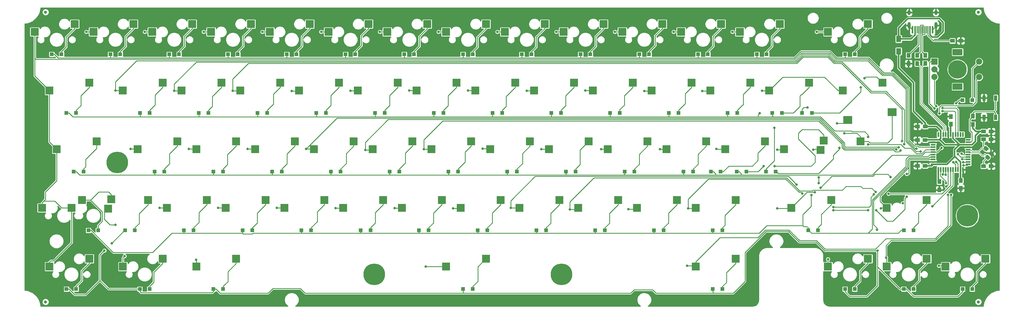
<source format=gbl>
G04 #@! TF.GenerationSoftware,KiCad,Pcbnew,(5.1.0-0)*
G04 #@! TF.CreationDate,2021-01-29T15:13:06+00:00*
G04 #@! TF.ProjectId,PULSE,50554c53-452e-46b6-9963-61645f706362,rev?*
G04 #@! TF.SameCoordinates,Original*
G04 #@! TF.FileFunction,Copper,L2,Bot*
G04 #@! TF.FilePolarity,Positive*
%FSLAX46Y46*%
G04 Gerber Fmt 4.6, Leading zero omitted, Abs format (unit mm)*
G04 Created by KiCad (PCBNEW (5.1.0-0)) date 2021-01-29 15:13:06*
%MOMM*%
%LPD*%
G04 APERTURE LIST*
%ADD10R,2.550000X2.500000*%
%ADD11C,1.200000*%
%ADD12C,0.100000*%
%ADD13R,1.200000X1.200000*%
%ADD14R,2.000000X2.000000*%
%ADD15C,2.000000*%
%ADD16R,3.200000X2.000000*%
%ADD17C,6.000000*%
%ADD18R,1.500000X1.250000*%
%ADD19R,1.000000X1.700000*%
%ADD20R,1.250000X1.500000*%
%ADD21R,1.300000X1.500000*%
%ADD22R,1.500000X0.550000*%
%ADD23R,0.550000X1.500000*%
%ADD24R,2.999999X2.500000*%
%ADD25C,7.000000*%
%ADD26C,1.000000*%
%ADD27R,1.500000X1.300000*%
%ADD28O,1.000000X1.600000*%
%ADD29O,1.000000X2.100000*%
%ADD30R,0.300000X2.450000*%
%ADD31R,0.600000X2.450000*%
%ADD32R,1.600000X2.000000*%
%ADD33C,0.800000*%
%ADD34C,0.250000*%
%ADD35C,0.500000*%
%ADD36C,0.200000*%
%ADD37C,0.254000*%
G04 APERTURE END LIST*
D10*
X145314872Y-7238992D03*
X158241872Y-4444992D03*
D11*
X200662937Y-8428784D03*
D12*
G36*
X199743698Y-8358073D02*
G01*
X200592226Y-7509545D01*
X201582176Y-8499495D01*
X200733648Y-9348023D01*
X199743698Y-8358073D01*
X199743698Y-8358073D01*
G37*
D11*
X198965881Y-6731728D03*
D12*
G36*
X198046642Y-6661017D02*
G01*
X198895170Y-5812489D01*
X199885120Y-6802439D01*
X199036592Y-7650967D01*
X198046642Y-6661017D01*
X198046642Y-6661017D01*
G37*
D11*
X199460855Y-9630866D03*
D12*
G36*
X198541616Y-9560155D02*
G01*
X199390144Y-8711627D01*
X200380094Y-9701577D01*
X199531566Y-10550105D01*
X198541616Y-9560155D01*
X198541616Y-9560155D01*
G37*
D11*
X197763799Y-7933810D03*
D12*
G36*
X196844560Y-7863099D02*
G01*
X197693088Y-7014571D01*
X198683038Y-8004521D01*
X197834510Y-8853049D01*
X196844560Y-7863099D01*
X196844560Y-7863099D01*
G37*
D10*
X179673250Y-23495000D03*
X166746250Y-26035000D03*
D13*
X191302200Y8929695D03*
X194452200Y8929695D03*
D14*
X182165778Y21431268D03*
D15*
X182165778Y18931268D03*
X182165778Y16431268D03*
D16*
X189665778Y24531268D03*
X189665778Y13331268D03*
D15*
X196665778Y21431268D03*
X196665778Y16431268D03*
D17*
X189665778Y18931268D03*
D18*
X198116100Y-3750000D03*
X200616100Y-3750000D03*
X179185300Y-12400000D03*
X176685300Y-12400000D03*
X179185300Y-4000000D03*
X176685300Y-4000000D03*
D19*
X198252000Y9627000D03*
X198252000Y3327000D03*
X202052000Y9627000D03*
X202052000Y3327000D03*
D20*
X187519500Y1131200D03*
X187519500Y3631200D03*
D21*
X194663100Y3731200D03*
X194663100Y1031200D03*
X183800000Y-20200000D03*
X183800000Y-17500000D03*
X176600000Y20800000D03*
X176600000Y23500000D03*
X179200000Y20835500D03*
X179200000Y23535500D03*
D18*
X198116100Y-12500000D03*
X200616100Y-12500000D03*
X198116100Y-1190600D03*
X200616100Y-1190600D03*
D20*
X190750000Y-17144900D03*
X190750000Y-19644900D03*
D22*
X181741840Y-3919720D03*
X181741840Y-4719720D03*
X181741840Y-5519720D03*
X181741840Y-6319720D03*
X181741840Y-7119720D03*
X181741840Y-7919720D03*
X181741840Y-8719720D03*
X181741840Y-9519720D03*
X181741840Y-10319720D03*
X181741840Y-11119720D03*
X181741840Y-11919720D03*
D23*
X183441840Y-13619720D03*
X184241840Y-13619720D03*
X185041840Y-13619720D03*
X185841840Y-13619720D03*
X186641840Y-13619720D03*
X187441840Y-13619720D03*
X188241840Y-13619720D03*
X189041840Y-13619720D03*
X189841840Y-13619720D03*
X190641840Y-13619720D03*
X191441840Y-13619720D03*
D22*
X193141840Y-11919720D03*
X193141840Y-11119720D03*
X193141840Y-10319720D03*
X193141840Y-9519720D03*
X193141840Y-8719720D03*
X193141840Y-7919720D03*
X193141840Y-7119720D03*
X193141840Y-6319720D03*
X193141840Y-5519720D03*
X193141840Y-4719720D03*
X193141840Y-3919720D03*
D23*
X191441840Y-2219720D03*
X190641840Y-2219720D03*
X189841840Y-2219720D03*
X189041840Y-2219720D03*
X188241840Y-2219720D03*
X187441840Y-2219720D03*
X186641840Y-2219720D03*
X185841840Y-2219720D03*
X185041840Y-2219720D03*
X184241840Y-2219720D03*
X183441840Y-2219720D03*
D18*
X179200000Y400000D03*
X176700000Y400000D03*
D10*
X-6064250Y-4445000D03*
X-18991250Y-6985000D03*
X160623250Y33655000D03*
X147696250Y31115000D03*
X-89408000Y-4445000D03*
X-102335000Y-6985000D03*
X-53689250Y-23495000D03*
X-66616250Y-26035000D03*
D24*
X154125000Y2540000D03*
X168525000Y5080000D03*
D10*
X148717000Y-23495000D03*
X135790000Y-26035000D03*
X-77501750Y33655000D03*
X-90428750Y31115000D03*
X36798250Y-42545000D03*
X23871250Y-45085000D03*
X-96551750Y33655000D03*
X-109478750Y31115000D03*
X-58451750Y33655000D03*
X-71378750Y31115000D03*
X-39401750Y33655000D03*
X-52328750Y31115000D03*
X-20351750Y33655000D03*
X-33278750Y31115000D03*
X-1301750Y33655000D03*
X-14228750Y31115000D03*
X17748250Y33655000D03*
X4821250Y31115000D03*
X36798250Y33655000D03*
X23871250Y31115000D03*
X55848250Y33655000D03*
X42921250Y31115000D03*
X74898250Y33655000D03*
X61971250Y31115000D03*
X93948250Y33655000D03*
X81021250Y31115000D03*
X112998250Y33655000D03*
X100071250Y31115000D03*
X132048250Y33655000D03*
X119121250Y31115000D03*
X-91789250Y14605000D03*
X-104716250Y12065000D03*
X-67976750Y14605000D03*
X-80903750Y12065000D03*
X-48926750Y14605000D03*
X-61853750Y12065000D03*
X-29876750Y14605000D03*
X-42803750Y12065000D03*
X-10826750Y14605000D03*
X-23753750Y12065000D03*
X8223250Y14605000D03*
X-4703750Y12065000D03*
X27273250Y14605000D03*
X14346250Y12065000D03*
X46323250Y14605000D03*
X33396250Y12065000D03*
X65373250Y14605000D03*
X52446250Y12065000D03*
X84423250Y14605000D03*
X71496250Y12065000D03*
X103473250Y14605000D03*
X90546250Y12065000D03*
X122523250Y14605000D03*
X109596250Y12065000D03*
X141573250Y14605000D03*
X128646250Y12065000D03*
X-63214250Y-4445000D03*
X-76141250Y-6985000D03*
X-44164250Y-4445000D03*
X-57091250Y-6985000D03*
X-25114250Y-4445000D03*
X-38041250Y-6985000D03*
X12985750Y-4445000D03*
X58750Y-6985000D03*
X32035750Y-4445000D03*
X19108750Y-6985000D03*
X51085750Y-4445000D03*
X38158750Y-6985000D03*
X70135750Y-4445000D03*
X57208750Y-6985000D03*
X89185750Y-4445000D03*
X76258750Y-6985000D03*
X108235750Y-4445000D03*
X95308750Y-6985000D03*
X127285750Y-4445000D03*
X114358750Y-6985000D03*
X-34639250Y-23495000D03*
X-47566250Y-26035000D03*
X-15589250Y-23495000D03*
X-28516250Y-26035000D03*
X3460750Y-23495000D03*
X-9466250Y-26035000D03*
X22510750Y-23495000D03*
X9583750Y-26035000D03*
X41560750Y-23495000D03*
X28633750Y-26035000D03*
X60610750Y-23495000D03*
X47683750Y-26035000D03*
X79660750Y-23495000D03*
X66733750Y-26035000D03*
X98710750Y-23495000D03*
X85783750Y-26035000D03*
X117760750Y-23495000D03*
X104833750Y-26035000D03*
X-91789250Y-42545000D03*
X-104716250Y-45085000D03*
X-57091250Y-45085000D03*
X-44164250Y-42545000D03*
X117760750Y-42545000D03*
X104833750Y-45085000D03*
X160623250Y-42545000D03*
X147696250Y-45085000D03*
X179673250Y-42545000D03*
X166746250Y-45085000D03*
X198723250Y-42545000D03*
X185796250Y-45085000D03*
D13*
X-103968750Y23812500D03*
X-100818750Y23812500D03*
X-84918750Y23812500D03*
X-81768750Y23812500D03*
X-65868750Y23812500D03*
X-62718750Y23812500D03*
X-46818750Y23812500D03*
X-43668750Y23812500D03*
X-27768750Y23812500D03*
X-24618750Y23812500D03*
X-8718750Y23812500D03*
X-5568750Y23812500D03*
X10331250Y23812500D03*
X13481250Y23812500D03*
X29381250Y23812500D03*
X32531250Y23812500D03*
X48431250Y23812500D03*
X51581250Y23812500D03*
X67481250Y23812500D03*
X70631250Y23812500D03*
X86531250Y23812500D03*
X89681250Y23812500D03*
X105581250Y23812500D03*
X108731250Y23812500D03*
X124631250Y23812500D03*
X127781250Y23812500D03*
X153206250Y23812500D03*
X156356250Y23812500D03*
X-99206250Y4762500D03*
X-96056250Y4762500D03*
X-75393750Y4762500D03*
X-72243750Y4762500D03*
X-56343750Y4762500D03*
X-53193750Y4762500D03*
X-37293750Y4762500D03*
X-34143750Y4762500D03*
X-18243750Y4762500D03*
X-15093750Y4762500D03*
X806250Y4762500D03*
X3956250Y4762500D03*
X19856250Y4762500D03*
X23006250Y4762500D03*
X38906250Y4762500D03*
X42056250Y4762500D03*
X57956250Y4762500D03*
X61106250Y4762500D03*
X77006250Y4762500D03*
X80156250Y4762500D03*
X96056250Y4762500D03*
X99206250Y4762500D03*
X115106250Y4762500D03*
X118256250Y4762500D03*
X129604576Y4762496D03*
X132754576Y4762496D03*
X127607704Y-14287488D03*
X130757704Y-14287488D03*
X-96825000Y-14287500D03*
X-93675000Y-14287500D03*
X-70631250Y-14287500D03*
X-67481250Y-14287500D03*
X-51581250Y-14287500D03*
X-48431250Y-14287500D03*
X-32531250Y-14287500D03*
X-29381250Y-14287500D03*
X-13481250Y-14287500D03*
X-10331250Y-14287500D03*
X5568750Y-14287500D03*
X8718750Y-14287500D03*
X24618750Y-14287500D03*
X27768750Y-14287500D03*
X43668750Y-14287500D03*
X46818750Y-14287500D03*
X62718750Y-14287500D03*
X65868750Y-14287500D03*
X81768750Y-14287500D03*
X84918750Y-14287500D03*
X100818750Y-14287500D03*
X103968750Y-14287500D03*
X109748344Y-14287488D03*
X112898344Y-14287488D03*
X118082712Y-14287500D03*
X121232712Y-14287500D03*
X-92062500Y-33337500D03*
X-88912500Y-33337500D03*
X-61106250Y-33337500D03*
X-57956250Y-33337500D03*
X-42056250Y-33337500D03*
X-38906250Y-33337500D03*
X-23006250Y-33337500D03*
X-19856250Y-33337500D03*
X-3772500Y-33337500D03*
X-622500Y-33337500D03*
X15093750Y-33337500D03*
X18243750Y-33337500D03*
X34143750Y-33337500D03*
X37293750Y-33337500D03*
X53193750Y-33337500D03*
X56343750Y-33337500D03*
X72243750Y-33337500D03*
X75393750Y-33337500D03*
X91293750Y-33337500D03*
X94443750Y-33337500D03*
X110343750Y-33337500D03*
X113493750Y-33337500D03*
X141300000Y-33337500D03*
X144450000Y-33337500D03*
X172256250Y-33337500D03*
X175406250Y-33337500D03*
X-99206250Y-52387500D03*
X-96056250Y-52387500D03*
X-51581250Y-52387500D03*
X-48431250Y-52387500D03*
X29381250Y-52387500D03*
X32531250Y-52387500D03*
X110343750Y-52387500D03*
X113493750Y-52387500D03*
X153206250Y-52387500D03*
X156356250Y-52387500D03*
X172256250Y-52387500D03*
X175406250Y-52387500D03*
X191306250Y-52387500D03*
X194456250Y-52387500D03*
X139303008Y4762496D03*
X142453008Y4762496D03*
X-80156184Y-33337472D03*
X-77006184Y-33337472D03*
X-72243688Y-52387456D03*
X-75393688Y-52387456D03*
D10*
X152458616Y12064992D03*
X165385616Y14604992D03*
X-107097416Y-26034976D03*
X-94170416Y-23494976D03*
X-67976688Y-42544960D03*
X-80903688Y-45084960D03*
X146335750Y-4191000D03*
X133408750Y-6985000D03*
X-84645500Y-23241000D03*
X-97572500Y-26035000D03*
X-72739184Y-23494976D03*
X-85666184Y-26288976D03*
D25*
X61315900Y-47624000D03*
X595300Y-47624000D03*
X192877200Y-28574400D03*
X-82746700Y-11310700D03*
D26*
X-105963400Y37503900D03*
X-105963400Y-56553500D03*
X196449000Y-56553500D03*
X196449000Y37503900D03*
D27*
X190750000Y28200000D03*
X188050000Y28200000D03*
D21*
X173800000Y23500000D03*
X173800000Y20800000D03*
D28*
X182670000Y37400000D03*
X174030000Y37400000D03*
D29*
X182670000Y33220000D03*
X174030000Y33220000D03*
D30*
X178100000Y31805000D03*
X178600000Y31805000D03*
X179100000Y31805000D03*
X177600000Y31805000D03*
X179600000Y31805000D03*
X177100000Y31805000D03*
X180100000Y31805000D03*
X176600000Y31805000D03*
D31*
X175900000Y31805000D03*
X180800000Y31805000D03*
X175125000Y31805000D03*
X181575000Y31805000D03*
D32*
X170600000Y28800000D03*
X170600000Y24800000D03*
D33*
X160734240Y-2976560D03*
X160703628Y-5430076D03*
X125570515Y4722179D03*
X130333011Y-40317D03*
X152995184Y-1785936D03*
X151347000Y-6548432D03*
X189200000Y7925000D03*
X184500000Y-6544710D03*
X130373328Y-12501552D03*
X126801456Y-12501552D03*
X142300000Y-21900000D03*
X144657900Y-17988700D03*
X144657900Y-16092000D03*
X141088944Y6548432D03*
X-84534304Y-37504656D03*
X-86915552Y-39885904D03*
X163703000Y-39878006D03*
X163576000Y-33147000D03*
X191000000Y-8400000D03*
X176400000Y-6800000D03*
X-92800000Y31100000D03*
X-83300000Y12100000D03*
X-69000000Y-26000000D03*
X-78400000Y-6900000D03*
X177703157Y-7719720D03*
X189800000Y-8600000D03*
X-64262000Y11962000D03*
X-73800000Y31100000D03*
X-59500000Y-6900000D03*
X-50000000Y-26000000D03*
X-83343680Y-31551536D03*
X172344754Y-5339761D03*
X191200000Y-10219720D03*
X-45300000Y12000000D03*
X-40500000Y-6900000D03*
X-31000000Y-26000000D03*
X-80367120Y-41671840D03*
X171704000Y-4318000D03*
X-54737000Y31115000D03*
X191491840Y-11200000D03*
X-35700000Y31100000D03*
X-11900000Y-26100000D03*
X-21500000Y-6900000D03*
X-26193200Y11906000D03*
X-57149952Y-42862464D03*
X170561000Y-6350000D03*
X189269142Y-11130858D03*
X169854459Y-7057688D03*
X-7100000Y12000000D03*
X17272000Y-45085000D03*
X7200000Y-26100000D03*
X-2300000Y-7200000D03*
X-16637000Y31115000D03*
X191600000Y-12200000D03*
X2400000Y31100000D03*
X11900000Y12100000D03*
X16700000Y-7000000D03*
X171200660Y-7361340D03*
X26162000Y-26162000D03*
X188272289Y-11210159D03*
X137514300Y-18454300D03*
X149423312Y-25789037D03*
X21400000Y31100000D03*
X31000000Y12100000D03*
X35700000Y-6800000D03*
X44831000Y-26035000D03*
X171915480Y-24500000D03*
X181500000Y-25500000D03*
X162556213Y-21664904D03*
X163115488Y-20835920D03*
X167282672Y-21431232D03*
X50000000Y12000000D03*
X40500000Y31100000D03*
X54737000Y-6985000D03*
X64008000Y-26543000D03*
X69000000Y12100000D03*
X59600000Y31100000D03*
X101981000Y-44831000D03*
X74168000Y-6985000D03*
X82931000Y-26416000D03*
X186051298Y-19051298D03*
X186600000Y-21800000D03*
X78600000Y31100000D03*
X139367347Y-21332653D03*
X102400000Y-26200000D03*
X163321998Y-26789040D03*
X160734240Y-26789040D03*
X149423312Y-26789040D03*
X88138000Y11938000D03*
X93218000Y-6985000D03*
X173200000Y-22400000D03*
X185883680Y-15286682D03*
X97600000Y31100000D03*
X147701000Y-42672000D03*
X106934000Y11938000D03*
X111506000Y-6858000D03*
X131191000Y-26162000D03*
X143467300Y-20965608D03*
X145253200Y-19515608D03*
X184888455Y-15189059D03*
X168000000Y-16000000D03*
X126300000Y12000000D03*
X116700000Y31100000D03*
X166497000Y-42164000D03*
X131191000Y-7112000D03*
X185916840Y-18000000D03*
X187600000Y-21800000D03*
X142874880Y-7143744D03*
X164846000Y-26162000D03*
X150622000Y1397000D03*
X183642000Y-44831000D03*
X144018000Y31115000D03*
X173200000Y-15000000D03*
X183800000Y4600000D03*
X184812653Y6387347D03*
X182800000Y7000000D03*
X182200000Y6200000D03*
X184799839Y5387428D03*
X159543616Y16073424D03*
X158352992Y13096864D03*
X183500000Y-5100000D03*
X186200000Y-3800000D03*
D34*
X197991100Y-1190600D02*
X198116100Y-1190600D01*
D35*
X190641840Y-17036740D02*
X190750000Y-17144900D01*
X190641840Y-13619720D02*
X190641840Y-17036740D01*
X196866100Y-1190600D02*
X195500000Y-2556700D01*
X194391840Y-5519720D02*
X193141840Y-5519720D01*
X195500000Y-4411560D02*
X194391840Y-5519720D01*
X195500000Y-2556700D02*
X195500000Y-4411560D01*
X196866100Y-1190600D02*
X198116100Y-1190600D01*
X195634900Y-1190600D02*
X196866100Y-1190600D01*
X194663100Y-218800D02*
X195634900Y-1190600D01*
X194663100Y1031200D02*
X194663100Y-218800D01*
X184250000Y-2211560D02*
X184241840Y-2219720D01*
X181728120Y-11906000D02*
X181741840Y-11919720D01*
X179265580Y-3919720D02*
X179185300Y-4000000D01*
X181741840Y-3919720D02*
X179265580Y-3919720D01*
X184241840Y-3469720D02*
X184241840Y-2219720D01*
X183791840Y-3919720D02*
X184241840Y-3469720D01*
X181741840Y-3919720D02*
X183791840Y-3919720D01*
X190291840Y-5519720D02*
X193141840Y-5519720D01*
X188241840Y-2219720D02*
X188241840Y-3469720D01*
X188886060Y-4113940D02*
X190291840Y-5519720D01*
X190641840Y-13619720D02*
X190641840Y-11141840D01*
X188691840Y-3919720D02*
X188886060Y-4113940D01*
X188241840Y-3469720D02*
X188886060Y-4113940D01*
X184241840Y-969720D02*
X184241840Y-2219720D01*
X182872120Y400000D02*
X184241840Y-969720D01*
X179200000Y400000D02*
X182872120Y400000D01*
X179200000Y1525000D02*
X175400000Y5325000D01*
X179200000Y400000D02*
X179200000Y1525000D01*
X175400000Y5325000D02*
X175400000Y14600000D01*
X170600000Y19400000D02*
X170600000Y24800000D01*
X175400000Y14600000D02*
X170600000Y19400000D01*
X181261560Y-12400000D02*
X181741840Y-11919720D01*
X179185300Y-12400000D02*
X181261560Y-12400000D01*
X181741840Y-11919720D02*
X186304726Y-11919720D01*
X188750000Y-9474446D02*
X188750000Y-9250000D01*
X186304726Y-11919720D02*
X188750000Y-9474446D01*
X190641840Y-11141840D02*
X188750000Y-9250000D01*
X188750000Y-9250000D02*
X188750000Y-7061560D01*
X188750000Y-7061560D02*
X190291840Y-5519720D01*
X183961718Y-3919720D02*
X185561718Y-5519720D01*
X185561718Y-5519720D02*
X190291840Y-5519720D01*
X183791840Y-3919720D02*
X183961718Y-3919720D01*
X187441840Y1053540D02*
X187519500Y1131200D01*
X187441840Y-2219720D02*
X187441840Y1053540D01*
D34*
X-99314000Y26167250D02*
X-99314000Y29392750D01*
X-99314000Y29392750D02*
X-96551750Y32155000D01*
X-96551750Y32155000D02*
X-96551750Y33655000D01*
X-100818750Y23812500D02*
X-100818750Y24662500D01*
X-100818750Y24662500D02*
X-99314000Y26167250D01*
X153220849Y22675009D02*
X153207720Y22661880D01*
X136834880Y22661880D02*
X138938000Y24765000D01*
X124627640Y22661880D02*
X136834880Y22661880D01*
X138938000Y24765000D02*
X148336000Y24765000D01*
X148336000Y24765000D02*
X150439120Y22661880D01*
X150439120Y22661880D02*
X153207720Y22661880D01*
X-84891880Y22661880D02*
X-65841880Y22661880D01*
X-101968130Y22661880D02*
X-84891880Y22661880D01*
X-84918750Y23812500D02*
X-84918750Y22962500D01*
X-84918750Y22962500D02*
X-84891880Y22935630D01*
X-84891880Y22935630D02*
X-84891880Y22661880D01*
X-65841880Y22661880D02*
X-46791880Y22661880D01*
X-65868750Y23812500D02*
X-65868750Y22962500D01*
X-65868750Y22962500D02*
X-65841880Y22935630D01*
X-65841880Y22935630D02*
X-65841880Y22661880D01*
X-46791880Y22661880D02*
X-27741880Y22661880D01*
X-46818750Y23812500D02*
X-46818750Y22962500D01*
X-46818750Y22962500D02*
X-46791880Y22935630D01*
X-46791880Y22935630D02*
X-46791880Y22661880D01*
X-27741880Y22661880D02*
X-8691880Y22661880D01*
X-27768750Y23812500D02*
X-27768750Y22688750D01*
X-27768750Y22688750D02*
X-27741880Y22661880D01*
X-8691880Y22661880D02*
X10358120Y22661880D01*
X-8718750Y23812500D02*
X-8718750Y22962500D01*
X-8718750Y22962500D02*
X-8691880Y22935630D01*
X-8691880Y22935630D02*
X-8691880Y22661880D01*
X10358120Y22661880D02*
X29408120Y22661880D01*
X10331250Y23812500D02*
X10331250Y22962500D01*
X10331250Y22962500D02*
X10358120Y22935630D01*
X10358120Y22935630D02*
X10358120Y22661880D01*
X29408120Y22661880D02*
X48315880Y22661880D01*
X29381250Y23812500D02*
X29381250Y22688750D01*
X29381250Y22688750D02*
X29408120Y22661880D01*
X48315880Y22661880D02*
X67508120Y22661880D01*
X48431250Y23812500D02*
X48431250Y22777250D01*
X48431250Y22777250D02*
X48315880Y22661880D01*
X67508120Y22661880D02*
X86558120Y22661880D01*
X67481250Y23812500D02*
X67481250Y22688750D01*
X67481250Y22688750D02*
X67508120Y22661880D01*
X86558120Y22661880D02*
X105608120Y22661880D01*
X86531250Y23812500D02*
X86531250Y22962500D01*
X86531250Y22962500D02*
X86558120Y22935630D01*
X86558120Y22935630D02*
X86558120Y22661880D01*
X105608120Y22661880D02*
X124627640Y22661880D01*
X105581250Y23812500D02*
X105581250Y22962500D01*
X105581250Y22962500D02*
X105608120Y22935630D01*
X105608120Y22935630D02*
X105608120Y22661880D01*
X124631250Y23812500D02*
X124631250Y22962500D01*
X124631250Y22962500D02*
X124627640Y22958890D01*
X124627640Y22958890D02*
X124627640Y22661880D01*
X153206250Y23812500D02*
X153206250Y22962500D01*
X153206250Y22962500D02*
X153207720Y22961030D01*
X153207720Y22961030D02*
X153207720Y22661880D01*
X-103968750Y23812500D02*
X-103118750Y23812500D01*
X-103118750Y23812500D02*
X-101968130Y22661880D01*
X160945396Y22661880D02*
X153207720Y22661880D01*
X165747916Y17859360D02*
X160945396Y22661880D01*
X181741840Y-6319720D02*
X177130019Y-6319720D01*
X173863000Y-4064000D02*
X173863000Y12827000D01*
X173863000Y12827000D02*
X168830640Y17859360D01*
X177130019Y-6319720D02*
X176810299Y-6000000D01*
X175798999Y-6000000D02*
X173863000Y-4064000D01*
X168830640Y17859360D02*
X165747916Y17859360D01*
X176810299Y-6000000D02*
X175798999Y-6000000D01*
X-80010000Y26421250D02*
X-80010000Y29646750D01*
X-80010000Y29646750D02*
X-77501750Y32155000D01*
X-77501750Y32155000D02*
X-77501750Y33655000D01*
X-81768750Y23812500D02*
X-81768750Y24662500D01*
X-81768750Y24662500D02*
X-80010000Y26421250D01*
X-60960000Y26421250D02*
X-60960000Y29646750D01*
X-60960000Y29646750D02*
X-58451750Y32155000D01*
X-58451750Y32155000D02*
X-58451750Y33655000D01*
X-62718750Y23812500D02*
X-62718750Y24662500D01*
X-62718750Y24662500D02*
X-60960000Y26421250D01*
X-41910000Y26421250D02*
X-41910000Y29646750D01*
X-41910000Y29646750D02*
X-39401750Y32155000D01*
X-39401750Y32155000D02*
X-39401750Y33655000D01*
X-43668750Y23812500D02*
X-43668750Y24662500D01*
X-43668750Y24662500D02*
X-41910000Y26421250D01*
X-22860000Y26421250D02*
X-22860000Y29646750D01*
X-22860000Y29646750D02*
X-20351750Y32155000D01*
X-20351750Y32155000D02*
X-20351750Y33655000D01*
X-24618750Y23812500D02*
X-24618750Y24662500D01*
X-24618750Y24662500D02*
X-22860000Y26421250D01*
X-3556000Y26675250D02*
X-3556000Y29900750D01*
X-3556000Y29900750D02*
X-1301750Y32155000D01*
X-1301750Y32155000D02*
X-1301750Y33655000D01*
X-5568750Y23812500D02*
X-5568750Y24662500D01*
X-5568750Y24662500D02*
X-3556000Y26675250D01*
X15240000Y26421250D02*
X15240000Y29646750D01*
X15240000Y29646750D02*
X17748250Y32155000D01*
X17748250Y32155000D02*
X17748250Y33655000D01*
X13481250Y23812500D02*
X13481250Y24662500D01*
X13481250Y24662500D02*
X15240000Y26421250D01*
X34036000Y26167250D02*
X34036000Y29392750D01*
X34036000Y29392750D02*
X36798250Y32155000D01*
X36798250Y32155000D02*
X36798250Y33655000D01*
X32531250Y23812500D02*
X32531250Y24662500D01*
X32531250Y24662500D02*
X34036000Y26167250D01*
X53086000Y26167250D02*
X53086000Y29392750D01*
X53086000Y29392750D02*
X55848250Y32155000D01*
X55848250Y32155000D02*
X55848250Y33655000D01*
X51581250Y23812500D02*
X51581250Y24662500D01*
X51581250Y24662500D02*
X53086000Y26167250D01*
X72390000Y26421250D02*
X72390000Y29646750D01*
X72390000Y29646750D02*
X74898250Y32155000D01*
X74898250Y32155000D02*
X74898250Y33655000D01*
X70631250Y23812500D02*
X70631250Y24662500D01*
X70631250Y24662500D02*
X72390000Y26421250D01*
X91694000Y26675250D02*
X91694000Y29900750D01*
X91694000Y29900750D02*
X93948250Y32155000D01*
X93948250Y32155000D02*
X93948250Y33655000D01*
X89681250Y23812500D02*
X89681250Y24662500D01*
X89681250Y24662500D02*
X91694000Y26675250D01*
X110490000Y26421250D02*
X110490000Y29646750D01*
X110490000Y29646750D02*
X112998250Y32155000D01*
X112998250Y32155000D02*
X112998250Y33655000D01*
X108731250Y23812500D02*
X108731250Y24662500D01*
X108731250Y24662500D02*
X110490000Y26421250D01*
X129540000Y26421250D02*
X129540000Y29646750D01*
X129540000Y29646750D02*
X132048250Y32155000D01*
X132048250Y32155000D02*
X132048250Y33655000D01*
X127781250Y23812500D02*
X127781250Y24662500D01*
X127781250Y24662500D02*
X129540000Y26421250D01*
X157988000Y26294250D02*
X157988000Y29519750D01*
X157988000Y29519750D02*
X160623250Y32155000D01*
X160623250Y32155000D02*
X160623250Y33655000D01*
X156356250Y23812500D02*
X156356250Y24662500D01*
X156356250Y24662500D02*
X157988000Y26294250D01*
X-94488000Y10406250D02*
X-94488000Y7180750D01*
X-94488000Y7180750D02*
X-96056250Y5612500D01*
X-96056250Y5612500D02*
X-96056250Y4762500D01*
X-91789250Y14605000D02*
X-91789250Y13105000D01*
X-91789250Y13105000D02*
X-94488000Y10406250D01*
X130389200Y3556000D02*
X145272000Y3556000D01*
X149888935Y-1060935D02*
X155246743Y-1060935D01*
X145272000Y3556000D02*
X149888935Y-1060935D01*
X155521734Y-1335926D02*
X159688918Y-1335926D01*
X155246743Y-1060935D02*
X155521734Y-1335926D01*
X160734240Y-2381248D02*
X160734240Y-2976560D01*
X159688918Y-1335926D02*
X160734240Y-2381248D01*
X115189000Y3556000D02*
X125031392Y3556000D01*
X125031392Y3556000D02*
X130389200Y3556000D01*
X125570515Y4722179D02*
X125031392Y4183056D01*
X125031392Y4183056D02*
X125031392Y3556000D01*
X127607704Y-14287488D02*
X127607704Y-13437488D01*
X127607704Y-13437488D02*
X130333011Y-10712181D01*
X130333011Y-10712181D02*
X130333011Y-40317D01*
X129604576Y3912496D02*
X129961072Y3556000D01*
X129604576Y4762496D02*
X129604576Y3912496D01*
X129961072Y3556000D02*
X130389200Y3556000D01*
X96012000Y3556000D02*
X115189000Y3556000D01*
X115106250Y4762500D02*
X115106250Y3638750D01*
X115106250Y3638750D02*
X115189000Y3556000D01*
X76962000Y3556000D02*
X96012000Y3556000D01*
X96056250Y4762500D02*
X96056250Y3600250D01*
X96056250Y3600250D02*
X96012000Y3556000D01*
X57912000Y3556000D02*
X76962000Y3556000D01*
X77006250Y4762500D02*
X77006250Y3600250D01*
X77006250Y3600250D02*
X76962000Y3556000D01*
X38862000Y3556000D02*
X57912000Y3556000D01*
X57956250Y4762500D02*
X57956250Y3600250D01*
X57956250Y3600250D02*
X57912000Y3556000D01*
X19812000Y3556000D02*
X38862000Y3556000D01*
X38906250Y4762500D02*
X38906250Y3600250D01*
X38906250Y3600250D02*
X38862000Y3556000D01*
X889000Y3556000D02*
X19812000Y3556000D01*
X19856250Y3912500D02*
X19856250Y3600250D01*
X19856250Y3600250D02*
X19812000Y3556000D01*
X19856250Y4762500D02*
X19856250Y3912500D01*
X19856250Y3912500D02*
X19939000Y3829750D01*
X-18161000Y3556000D02*
X889000Y3556000D01*
X806250Y4762500D02*
X806250Y3912500D01*
X806250Y3912500D02*
X889000Y3829750D01*
X889000Y3829750D02*
X889000Y3556000D01*
X-37211000Y3556000D02*
X-18161000Y3556000D01*
X-18161000Y3829750D02*
X-18161000Y3556000D01*
X-18243750Y4762500D02*
X-18243750Y3912500D01*
X-18243750Y3912500D02*
X-18161000Y3829750D01*
X-56261000Y3556000D02*
X-37211000Y3556000D01*
X-37293750Y4762500D02*
X-37293750Y3912500D01*
X-37293750Y3912500D02*
X-37211000Y3829750D01*
X-37211000Y3829750D02*
X-37211000Y3556000D01*
X-75311000Y3556000D02*
X-56261000Y3556000D01*
X-56343750Y4762500D02*
X-56343750Y3912500D01*
X-56343750Y3912500D02*
X-56261000Y3829750D01*
X-56261000Y3829750D02*
X-56261000Y3556000D01*
X-97149750Y3556000D02*
X-75311000Y3556000D01*
X-75393750Y4762500D02*
X-75393750Y3912500D01*
X-75393750Y3912500D02*
X-75311000Y3829750D01*
X-75311000Y3829750D02*
X-75311000Y3556000D01*
X-99206250Y4762500D02*
X-98356250Y4762500D01*
X-98356250Y4762500D02*
X-97149750Y3556000D01*
X179376159Y-7119720D02*
X181741840Y-7119720D01*
X174489768Y-6600000D02*
X176334489Y-8444721D01*
X172568991Y-6600000D02*
X174489768Y-6600000D01*
X176334489Y-8444721D02*
X178051158Y-8444721D01*
X178051158Y-8444721D02*
X179376159Y-7119720D01*
X171399067Y-5430076D02*
X172568991Y-6600000D01*
X160703628Y-5430076D02*
X171399067Y-5430076D01*
X-70485000Y10596750D02*
X-70485000Y7371250D01*
X-70485000Y7371250D02*
X-72243750Y5612500D01*
X-72243750Y5612500D02*
X-72243750Y4762500D01*
X-67976750Y14605000D02*
X-67976750Y13105000D01*
X-67976750Y13105000D02*
X-70485000Y10596750D01*
X-51943000Y10088750D02*
X-51943000Y6863250D01*
X-51943000Y6863250D02*
X-53193750Y5612500D01*
X-53193750Y5612500D02*
X-53193750Y4762500D01*
X-48926750Y14605000D02*
X-48926750Y13105000D01*
X-48926750Y13105000D02*
X-51943000Y10088750D01*
X-32059750Y10922000D02*
X-32059750Y7696500D01*
X-32059750Y7696500D02*
X-34143750Y5612500D01*
X-34143750Y5612500D02*
X-34143750Y4762500D01*
X-29876750Y14605000D02*
X-29876750Y13105000D01*
X-29876750Y13105000D02*
X-32059750Y10922000D01*
X-13462000Y10469750D02*
X-13462000Y7244250D01*
X-13462000Y7244250D02*
X-15093750Y5612500D01*
X-15093750Y5612500D02*
X-15093750Y4762500D01*
X-10826750Y14605000D02*
X-10826750Y13105000D01*
X-10826750Y13105000D02*
X-13462000Y10469750D01*
X5588000Y10469750D02*
X5588000Y7244250D01*
X5588000Y7244250D02*
X3956250Y5612500D01*
X3956250Y5612500D02*
X3956250Y4762500D01*
X8223250Y14605000D02*
X8223250Y13105000D01*
X8223250Y13105000D02*
X5588000Y10469750D01*
X24511000Y10342750D02*
X24511000Y7117250D01*
X24511000Y7117250D02*
X23006250Y5612500D01*
X23006250Y5612500D02*
X23006250Y4762500D01*
X27273250Y14605000D02*
X27273250Y13105000D01*
X27273250Y13105000D02*
X24511000Y10342750D01*
X43307000Y10088750D02*
X43307000Y6863250D01*
X43307000Y6863250D02*
X42056250Y5612500D01*
X42056250Y5612500D02*
X42056250Y4762500D01*
X46323250Y14605000D02*
X46323250Y13105000D01*
X46323250Y13105000D02*
X43307000Y10088750D01*
X62611000Y7112000D02*
X62605750Y7112000D01*
X62605750Y7112000D02*
X61106250Y5612500D01*
X61106250Y5612500D02*
X61106250Y4762500D01*
X62611000Y10342750D02*
X62611000Y7112000D01*
X65373250Y14605000D02*
X65373250Y13105000D01*
X65373250Y13105000D02*
X62611000Y10342750D01*
X81661000Y7366000D02*
X80156250Y5861250D01*
X80156250Y5861250D02*
X80156250Y4762500D01*
X81661000Y10342750D02*
X81661000Y7366000D01*
X84423250Y14605000D02*
X84423250Y13105000D01*
X84423250Y13105000D02*
X81661000Y10342750D01*
X101417250Y11049000D02*
X101417250Y7823500D01*
X101417250Y7823500D02*
X99206250Y5612500D01*
X99206250Y5612500D02*
X99206250Y4762500D01*
X103473250Y14605000D02*
X103473250Y13105000D01*
X103473250Y13105000D02*
X101417250Y11049000D01*
X120213250Y7437250D02*
X120081000Y7437250D01*
X120081000Y7437250D02*
X118256250Y5612500D01*
X118256250Y5612500D02*
X118256250Y4762500D01*
X120213250Y10795000D02*
X120213250Y7437250D01*
X122523250Y14605000D02*
X122523250Y13105000D01*
X122523250Y13105000D02*
X120213250Y10795000D01*
X132754576Y4762496D02*
X136456246Y4762496D01*
X139390250Y10922000D02*
X141573250Y13105000D01*
X138557000Y10287000D02*
X139192000Y10922000D01*
X136456246Y4762496D02*
X138557000Y6863250D01*
X138557000Y6863250D02*
X138557000Y10287000D01*
X139192000Y10922000D02*
X139390250Y10922000D01*
X141573250Y13105000D02*
X141573250Y14605000D01*
X161280066Y-4980066D02*
X167065102Y-4980066D01*
X167065102Y-4980066D02*
X168525000Y-3520168D01*
X158241872Y-4444992D02*
X160744992Y-4444992D01*
X160744992Y-4444992D02*
X161280066Y-4980066D01*
X152995184Y-1785936D02*
X157082816Y-1785936D01*
X158241872Y-2944992D02*
X158241872Y-4444992D01*
X157082816Y-1785936D02*
X158241872Y-2944992D01*
X158216872Y-4444992D02*
X158241872Y-4444992D01*
X151347000Y-7005992D02*
X151347000Y-6548432D01*
X149423312Y-8929680D02*
X151347000Y-7005992D01*
X149423312Y-10120304D02*
X149423312Y-8929680D01*
X144660816Y-14882800D02*
X149423312Y-10120304D01*
X131563952Y-14882800D02*
X144660816Y-14882800D01*
X130968640Y-14287488D02*
X131563952Y-14882800D01*
X130757704Y-14287488D02*
X130968640Y-14287488D01*
X168525000Y5080000D02*
X168525000Y-3520168D01*
X168525000Y5080000D02*
X168275001Y5080000D01*
X-89408000Y-6731000D02*
X-92931099Y-10254099D01*
X-92931099Y-10254099D02*
X-92931099Y-12693599D01*
X-92931099Y-12693599D02*
X-93675000Y-13437500D01*
X-93675000Y-13437500D02*
X-93675000Y-14287500D01*
X-89408000Y-4445000D02*
X-89408000Y-6731000D01*
X-70612000Y-15367000D02*
X-94895500Y-15367000D01*
X119546600Y-15367000D02*
X111212232Y-15367000D01*
X118082712Y-14287500D02*
X118932712Y-14287500D01*
X118932712Y-14287500D02*
X119546600Y-14901388D01*
X119546600Y-14901388D02*
X119546600Y-15367000D01*
X109748344Y-14287488D02*
X110598344Y-14287488D01*
X110598344Y-14287488D02*
X111212232Y-14901376D01*
X111212232Y-14901376D02*
X111212232Y-15367000D01*
X111212232Y-15367000D02*
X100838000Y-15367000D01*
X138938000Y-15367000D02*
X119546600Y-15367000D01*
X138918750Y-15347750D02*
X138938000Y-15367000D01*
X100838000Y-15367000D02*
X81534000Y-15367000D01*
X100818750Y-14287500D02*
X100818750Y-15137500D01*
X100818750Y-15137500D02*
X100838000Y-15156750D01*
X100838000Y-15156750D02*
X100838000Y-15367000D01*
X81534000Y-15367000D02*
X62738000Y-15367000D01*
X81768750Y-14287500D02*
X81768750Y-15137500D01*
X81768750Y-15137500D02*
X81539250Y-15367000D01*
X81539250Y-15367000D02*
X81534000Y-15367000D01*
X62738000Y-15367000D02*
X43688000Y-15367000D01*
X62718750Y-14287500D02*
X62718750Y-15137500D01*
X62718750Y-15137500D02*
X62738000Y-15156750D01*
X62738000Y-15156750D02*
X62738000Y-15367000D01*
X43688000Y-15367000D02*
X24765000Y-15367000D01*
X43668750Y-14287500D02*
X43668750Y-15137500D01*
X43668750Y-15137500D02*
X43688000Y-15156750D01*
X43688000Y-15156750D02*
X43688000Y-15367000D01*
X24765000Y-15367000D02*
X5588000Y-15367000D01*
X24618750Y-14287500D02*
X24618750Y-15220750D01*
X24618750Y-15220750D02*
X24765000Y-15367000D01*
X5588000Y-15367000D02*
X-13462000Y-15367000D01*
X5568750Y-14287500D02*
X5568750Y-15347750D01*
X5568750Y-15347750D02*
X5588000Y-15367000D01*
X-13462000Y-15367000D02*
X-32385000Y-15367000D01*
X-13481250Y-14287500D02*
X-13481250Y-15137500D01*
X-13481250Y-15137500D02*
X-13462000Y-15156750D01*
X-13462000Y-15156750D02*
X-13462000Y-15367000D01*
X-32385000Y-15367000D02*
X-51562000Y-15367000D01*
X-32531250Y-14287500D02*
X-32531250Y-15220750D01*
X-32531250Y-15220750D02*
X-32385000Y-15367000D01*
X-51562000Y-15367000D02*
X-70612000Y-15367000D01*
X-51581250Y-14287500D02*
X-51581250Y-15137500D01*
X-51581250Y-15137500D02*
X-51562000Y-15156750D01*
X-51562000Y-15156750D02*
X-51562000Y-15367000D01*
X-70631250Y-14287500D02*
X-70631250Y-15137500D01*
X-70631250Y-15137500D02*
X-70556249Y-15212501D01*
X-70556249Y-15212501D02*
X-70556249Y-15311249D01*
X-70556249Y-15311249D02*
X-70612000Y-15367000D01*
X-94895500Y-15367000D02*
X-95975000Y-14287500D01*
X-95975000Y-14287500D02*
X-96825000Y-14287500D01*
X190204695Y8929695D02*
X189200000Y7925000D01*
X191302200Y8929695D02*
X190204695Y8929695D01*
X178237559Y-8894730D02*
X179212569Y-7919720D01*
X176148089Y-8894731D02*
X178237559Y-8894730D01*
X179212569Y-7919720D02*
X181741840Y-7919720D01*
X138938000Y-15367000D02*
X162035976Y-15367000D01*
X168508245Y-8894731D02*
X162035976Y-15367000D01*
X176148089Y-8894731D02*
X168508245Y-8894731D01*
X183124990Y-7919720D02*
X184500000Y-6544710D01*
X181741840Y-7919720D02*
X183124990Y-7919720D01*
X-65786000Y-8516750D02*
X-65786000Y-11742250D01*
X-65786000Y-11742250D02*
X-67481250Y-13437500D01*
X-67481250Y-13437500D02*
X-67481250Y-14287500D01*
X-63214250Y-4445000D02*
X-63214250Y-5945000D01*
X-63214250Y-5945000D02*
X-65786000Y-8516750D01*
X-46990000Y-8770750D02*
X-46990000Y-11996250D01*
X-46990000Y-11996250D02*
X-48431250Y-13437500D01*
X-48431250Y-13437500D02*
X-48431250Y-14287500D01*
X-44164250Y-4445000D02*
X-44164250Y-5945000D01*
X-44164250Y-5945000D02*
X-46990000Y-8770750D01*
X-27686000Y-8516750D02*
X-27686000Y-11742250D01*
X-27686000Y-11742250D02*
X-29381250Y-13437500D01*
X-29381250Y-13437500D02*
X-29381250Y-14287500D01*
X-25114250Y-4445000D02*
X-25114250Y-5945000D01*
X-25114250Y-5945000D02*
X-27686000Y-8516750D01*
X-8501250Y-8382000D02*
X-8501250Y-11607500D01*
X-8501250Y-11607500D02*
X-10331250Y-13437500D01*
X-10331250Y-13437500D02*
X-10331250Y-14287500D01*
X-6064250Y-4445000D02*
X-6064250Y-5945000D01*
X-6064250Y-5945000D02*
X-8501250Y-8382000D01*
X10675750Y-8255000D02*
X10675750Y-11480500D01*
X10675750Y-11480500D02*
X8718750Y-13437500D01*
X8718750Y-13437500D02*
X8718750Y-14287500D01*
X12985750Y-4445000D02*
X12985750Y-5945000D01*
X12985750Y-5945000D02*
X10675750Y-8255000D01*
X32035750Y-4445000D02*
X32035750Y-5945000D01*
X32035750Y-5945000D02*
X30073749Y-7907001D01*
X30073749Y-7907001D02*
X30073749Y-11132501D01*
X30073749Y-11132501D02*
X27768750Y-13437500D01*
X27768750Y-13437500D02*
X27768750Y-14287500D01*
X48648750Y-8382000D02*
X48648750Y-11607500D01*
X48648750Y-11607500D02*
X46818750Y-13437500D01*
X46818750Y-13437500D02*
X46818750Y-14287500D01*
X51085750Y-4445000D02*
X51085750Y-5945000D01*
X51085750Y-5945000D02*
X48648750Y-8382000D01*
X67310000Y-7245750D02*
X67310000Y-11996250D01*
X67310000Y-11996250D02*
X65868750Y-13437500D01*
X65868750Y-13437500D02*
X65868750Y-14287500D01*
X70135750Y-4445000D02*
X70110750Y-4445000D01*
X70110750Y-4445000D02*
X67310000Y-7245750D01*
X86487000Y-8643750D02*
X86487000Y-11869250D01*
X86487000Y-11869250D02*
X84918750Y-13437500D01*
X84918750Y-13437500D02*
X84918750Y-14287500D01*
X89185750Y-4445000D02*
X89185750Y-5945000D01*
X89185750Y-5945000D02*
X86487000Y-8643750D01*
X105537000Y-8643750D02*
X105537000Y-11869250D01*
X105537000Y-11869250D02*
X103968750Y-13437500D01*
X103968750Y-13437500D02*
X103968750Y-14287500D01*
X108235750Y-4445000D02*
X108235750Y-5945000D01*
X108235750Y-5945000D02*
X105537000Y-8643750D01*
X123182016Y-12453984D02*
X124975750Y-10660250D01*
X112898344Y-14287488D02*
X113748344Y-14287488D01*
X113748344Y-14287488D02*
X115581848Y-12453984D01*
X115581848Y-12453984D02*
X123182016Y-12453984D01*
X124975750Y-10660250D02*
X124975750Y-8255000D01*
X127285750Y-4445000D02*
X127285750Y-5945000D01*
X127285750Y-5945000D02*
X124975750Y-8255000D01*
X130373328Y-12501552D02*
X142279568Y-12501552D01*
X146335750Y-2315750D02*
X146335750Y-4191000D01*
X138112384Y-3711660D02*
X138112384Y-1785936D01*
X143470192Y-11310928D02*
X143470192Y-9069468D01*
X142279568Y-12501552D02*
X143470192Y-11310928D01*
X138112384Y-1785936D02*
X139303008Y-595312D01*
X143470192Y-9069468D02*
X138112384Y-3711660D01*
X139303008Y-595312D02*
X144615312Y-595312D01*
X144615312Y-595312D02*
X146335750Y-2315750D01*
X121232712Y-14287500D02*
X125015508Y-14287500D01*
X125015508Y-14287500D02*
X126801456Y-12501552D01*
X-91400240Y-23494976D02*
X-91360544Y-23494976D01*
X-91360544Y-23494976D02*
X-88701488Y-20835920D01*
X-85550580Y-20835920D02*
X-84645500Y-21741000D01*
X-88701488Y-20835920D02*
X-85550580Y-20835920D01*
X-84645500Y-21741000D02*
X-84645500Y-23241000D01*
X-94170416Y-23494976D02*
X-91400240Y-23494976D01*
X-94170416Y-23494976D02*
X-94136522Y-23494976D01*
X-88912500Y-31762548D02*
X-87510864Y-30360912D01*
X-88912500Y-33337500D02*
X-88912500Y-31762548D01*
X-87510864Y-30360912D02*
X-87510864Y-27384352D01*
X-87510864Y-27384352D02*
X-91400240Y-23494976D01*
X142279568Y-25521434D02*
X142279568Y-21920432D01*
X142279568Y-21920432D02*
X142300000Y-21900000D01*
X144657900Y-17988700D02*
X144657900Y-16092000D01*
X144660816Y-16094916D02*
X144657900Y-16092000D01*
X139898320Y6548432D02*
X139303008Y5953120D01*
X139303008Y5953120D02*
X139303008Y4762496D01*
X141088944Y6548432D02*
X139898320Y6548432D01*
X139550000Y-31750000D02*
X139550000Y-28251002D01*
X139550000Y-28251002D02*
X142279568Y-25521434D01*
X-84068728Y-40481216D02*
X-71268803Y-40481216D01*
X-71268803Y-40481216D02*
X-65050088Y-34262501D01*
X-91212472Y-33337472D02*
X-84068728Y-40481216D01*
X-92062500Y-33337500D02*
X-91212500Y-33337500D01*
X-91212500Y-33337500D02*
X-91212472Y-33337472D01*
X110390499Y-34262501D02*
X125375089Y-34262501D01*
X125375089Y-34262501D02*
X127887590Y-31750000D01*
X127887590Y-31750000D02*
X139550000Y-31750000D01*
X141300000Y-32487500D02*
X141300000Y-33337500D01*
X139550000Y-31750000D02*
X139900000Y-32100000D01*
X139900000Y-32100000D02*
X140912500Y-32100000D01*
X140912500Y-32100000D02*
X141300000Y-32487500D01*
X158722501Y-34262501D02*
X142362501Y-34262501D01*
X142362501Y-34262501D02*
X141437500Y-33337500D01*
X141437500Y-33337500D02*
X141300000Y-33337500D01*
X-38929600Y-34486011D02*
X-38706090Y-34262501D01*
X-38706090Y-34262501D02*
X-23086501Y-34262501D01*
X-42136501Y-34262501D02*
X-41912991Y-34486011D01*
X-41912991Y-34486011D02*
X-38929600Y-34486011D01*
X15093750Y-33337500D02*
X15093750Y-34187500D01*
X15093750Y-34187500D02*
X15085501Y-34195749D01*
X15085501Y-34195749D02*
X15085501Y-34262501D01*
X-3837499Y-34262501D02*
X15085501Y-34262501D01*
X-23086501Y-34262501D02*
X-3837499Y-34262501D01*
X-3772500Y-33337500D02*
X-3772500Y-34187500D01*
X-3772500Y-34187500D02*
X-3837499Y-34252499D01*
X-3837499Y-34252499D02*
X-3837499Y-34262501D01*
X91285501Y-34262501D02*
X110390499Y-34262501D01*
X110343750Y-33337500D02*
X110343750Y-34187500D01*
X110343750Y-34187500D02*
X110390499Y-34234249D01*
X110390499Y-34234249D02*
X110390499Y-34262501D01*
X72108501Y-34262501D02*
X91285501Y-34262501D01*
X91293750Y-33337500D02*
X91293750Y-34187500D01*
X91293750Y-34187500D02*
X91285501Y-34195749D01*
X91285501Y-34195749D02*
X91285501Y-34262501D01*
X53185501Y-34262501D02*
X72108501Y-34262501D01*
X72243750Y-33337500D02*
X72243750Y-34187500D01*
X72243750Y-34187500D02*
X72168749Y-34262501D01*
X72168749Y-34262501D02*
X72108501Y-34262501D01*
X34008501Y-34262501D02*
X53185501Y-34262501D01*
X53193750Y-33337500D02*
X53193750Y-34187500D01*
X53193750Y-34187500D02*
X53185501Y-34195749D01*
X53185501Y-34195749D02*
X53185501Y-34262501D01*
X15085501Y-34262501D02*
X34008501Y-34262501D01*
X34143750Y-33337500D02*
X34143750Y-34187500D01*
X34143750Y-34187500D02*
X34068749Y-34262501D01*
X34068749Y-34262501D02*
X34008501Y-34262501D01*
X-23006250Y-33337500D02*
X-23006250Y-34187500D01*
X-23006250Y-34187500D02*
X-23081251Y-34262501D01*
X-23081251Y-34262501D02*
X-23086501Y-34262501D01*
X-61059501Y-34262501D02*
X-42136501Y-34262501D01*
X-42056250Y-33337500D02*
X-42056250Y-34187500D01*
X-42056250Y-34187500D02*
X-42131251Y-34262501D01*
X-42131251Y-34262501D02*
X-42136501Y-34262501D01*
X-65050088Y-34262501D02*
X-61059501Y-34262501D01*
X-61106250Y-33337500D02*
X-61106250Y-34187500D01*
X-61106250Y-34187500D02*
X-61059501Y-34234249D01*
X-61059501Y-34234249D02*
X-61059501Y-34262501D01*
X158722501Y-34262501D02*
X170481249Y-34262501D01*
X170481249Y-34262501D02*
X171406250Y-33337500D01*
X171406250Y-33337500D02*
X172256250Y-33337500D01*
X173000000Y-12549838D02*
X173000000Y-10200000D01*
X162052000Y-23497838D02*
X173000000Y-12549838D01*
X162052000Y-32873002D02*
X160662501Y-34262501D01*
X162052000Y-23497838D02*
X162052000Y-32873002D01*
X160662501Y-34262501D02*
X162052000Y-34262501D01*
X158722501Y-34262501D02*
X160662501Y-34262501D01*
X180741840Y-8719720D02*
X181741840Y-8719720D01*
X180116821Y-9344739D02*
X180741840Y-8719720D01*
X173855261Y-9344739D02*
X180116821Y-9344739D01*
X173000000Y-10200000D02*
X173855261Y-9344739D01*
X-56261000Y-27566750D02*
X-56261000Y-30792250D01*
X-56261000Y-30792250D02*
X-57956250Y-32487500D01*
X-57956250Y-32487500D02*
X-57956250Y-33337500D01*
X-53689250Y-23495000D02*
X-53689250Y-24995000D01*
X-53689250Y-24995000D02*
X-56261000Y-27566750D01*
X-39116000Y-32697250D02*
X-39116000Y-33127750D01*
X-39116000Y-33127750D02*
X-38906250Y-33337500D01*
X-37338000Y-27693750D02*
X-37338000Y-30919250D01*
X-37338000Y-30919250D02*
X-39116000Y-32697250D01*
X-34639250Y-23495000D02*
X-34639250Y-24995000D01*
X-34639250Y-24995000D02*
X-37338000Y-27693750D01*
X-17907000Y-27312750D02*
X-17907000Y-30538250D01*
X-17907000Y-30538250D02*
X-19856250Y-32487500D01*
X-19856250Y-32487500D02*
X-19856250Y-33337500D01*
X-15589250Y-23495000D02*
X-15589250Y-24995000D01*
X-15589250Y-24995000D02*
X-17907000Y-27312750D01*
X889000Y-27566750D02*
X889000Y-30976000D01*
X889000Y-30976000D02*
X-622500Y-32487500D01*
X-622500Y-32487500D02*
X-622500Y-33337500D01*
X3460750Y-23495000D02*
X3460750Y-24995000D01*
X3460750Y-24995000D02*
X889000Y-27566750D01*
X19812000Y-27693750D02*
X19812000Y-30919250D01*
X19812000Y-30919250D02*
X18243750Y-32487500D01*
X18243750Y-32487500D02*
X18243750Y-33337500D01*
X22510750Y-23495000D02*
X22510750Y-24995000D01*
X22510750Y-24995000D02*
X19812000Y-27693750D01*
X38862000Y-27693750D02*
X38862000Y-30919250D01*
X38862000Y-30919250D02*
X37293750Y-32487500D01*
X37293750Y-32487500D02*
X37293750Y-33337500D01*
X41560750Y-23495000D02*
X41560750Y-24995000D01*
X41560750Y-24995000D02*
X38862000Y-27693750D01*
X57785000Y-27820750D02*
X57785000Y-31046250D01*
X57785000Y-31046250D02*
X56343750Y-32487500D01*
X56343750Y-32487500D02*
X56343750Y-33337500D01*
X60610750Y-23495000D02*
X60610750Y-24995000D01*
X60610750Y-24995000D02*
X57785000Y-27820750D01*
X76835000Y-27820750D02*
X76835000Y-31046250D01*
X76835000Y-31046250D02*
X75393750Y-32487500D01*
X75393750Y-32487500D02*
X75393750Y-33337500D01*
X79660750Y-23495000D02*
X79660750Y-24995000D01*
X79660750Y-24995000D02*
X76835000Y-27820750D01*
X96012000Y-27693750D02*
X96012000Y-30919250D01*
X96012000Y-30919250D02*
X94443750Y-32487500D01*
X94443750Y-32487500D02*
X94443750Y-33337500D01*
X98710750Y-23495000D02*
X98710750Y-24995000D01*
X98710750Y-24995000D02*
X96012000Y-27693750D01*
X114300000Y-28455750D02*
X114300000Y-31681250D01*
X114300000Y-31681250D02*
X113493750Y-32487500D01*
X113493750Y-32487500D02*
X113493750Y-33337500D01*
X117760750Y-23495000D02*
X117760750Y-24995000D01*
X117760750Y-24995000D02*
X114300000Y-28455750D01*
X145542000Y-28170000D02*
X145542000Y-31395500D01*
X145542000Y-31395500D02*
X144450000Y-32487500D01*
X144450000Y-32487500D02*
X144450000Y-33337500D01*
X148717000Y-23495000D02*
X148717000Y-24995000D01*
X148717000Y-24995000D02*
X145542000Y-28170000D01*
X179673250Y-23495000D02*
X179673250Y-24995000D01*
X177038000Y-27630250D02*
X177038000Y-30855750D01*
X177038000Y-30855750D02*
X175406250Y-32487500D01*
X175406250Y-32487500D02*
X175406250Y-33337500D01*
X179673250Y-24995000D02*
X177038000Y-27630250D01*
X-94234000Y-46489750D02*
X-94234000Y-49715250D01*
X-94234000Y-49715250D02*
X-96056250Y-51537500D01*
X-96056250Y-51537500D02*
X-96056250Y-52387500D01*
X-91789250Y-42545000D02*
X-91789250Y-44045000D01*
X-91789250Y-44045000D02*
X-94234000Y-46489750D01*
X-88355976Y-49620976D02*
X-88355976Y-41326328D01*
X-75393688Y-52387456D02*
X-75393688Y-53237456D01*
X-51581250Y-53237500D02*
X-51581250Y-52387500D01*
X-75393688Y-53237456D02*
X-75053064Y-53578080D01*
X-75053064Y-53578080D02*
X-51921830Y-53578080D01*
X-51921830Y-53578080D02*
X-51581250Y-53237500D01*
X-88355976Y-49620976D02*
X-85589496Y-52387456D01*
X-85589496Y-52387456D02*
X-75393688Y-52387456D01*
X-84534304Y-37504656D02*
X-80367120Y-33337472D01*
X-80367120Y-33337472D02*
X-80156184Y-33337472D01*
X-88355976Y-41326328D02*
X-86915552Y-39885904D01*
X29464000Y-53721000D02*
X83693000Y-53721000D01*
X-21844000Y-53721000D02*
X29464000Y-53721000D01*
X29381250Y-52387500D02*
X29381250Y-53237500D01*
X29381250Y-53237500D02*
X29464000Y-53320250D01*
X29464000Y-53320250D02*
X29464000Y-53721000D01*
X189806750Y-54737000D02*
X175455750Y-54737000D01*
X175455750Y-54737000D02*
X173106250Y-52387500D01*
X173106250Y-52387500D02*
X172256250Y-52387500D01*
X191306250Y-52387500D02*
X191306250Y-53237500D01*
X191306250Y-53237500D02*
X189806750Y-54737000D01*
X153206250Y-53237500D02*
X154686000Y-54717250D01*
X153206250Y-52387500D02*
X153206250Y-53237500D01*
X154686000Y-54717250D02*
X160293750Y-54717250D01*
X160293750Y-54717250D02*
X163733124Y-51277876D01*
X163733124Y-51277876D02*
X163733124Y-45181876D01*
X163733124Y-45181876D02*
X163703000Y-45151752D01*
X170938748Y-52387500D02*
X163733124Y-45181876D01*
X110490000Y-53721000D02*
X116967000Y-53721000D01*
X91948000Y-53721000D02*
X110490000Y-53721000D01*
X110343750Y-52387500D02*
X110343750Y-53237500D01*
X110343750Y-53237500D02*
X110490000Y-53383750D01*
X110490000Y-53383750D02*
X110490000Y-53721000D01*
X120777000Y-49911000D02*
X120777000Y-40513000D01*
X116967000Y-53721000D02*
X120777000Y-49911000D01*
X138303000Y-37084000D02*
X143764000Y-37084000D01*
X127635001Y-33654999D02*
X134873999Y-33654999D01*
X84836000Y-52578000D02*
X90805000Y-52578000D01*
X-33782000Y-53721000D02*
X-32258000Y-52197000D01*
X120777000Y-40513000D02*
X127635001Y-33654999D01*
X90805000Y-52578000D02*
X91948000Y-53721000D01*
X83693000Y-53721000D02*
X84836000Y-52578000D01*
X-50731250Y-52387500D02*
X-49397750Y-53721000D01*
X143764000Y-37084000D02*
X146558006Y-39878006D01*
X-49397750Y-53721000D02*
X-33782000Y-53721000D01*
X-23368000Y-52197000D02*
X-21844000Y-53721000D01*
X-51581250Y-52387500D02*
X-50731250Y-52387500D01*
X-32258000Y-52197000D02*
X-23368000Y-52197000D01*
X134873999Y-33654999D02*
X138303000Y-37084000D01*
X146558006Y-39878006D02*
X163703000Y-39878006D01*
X-88355976Y-49620976D02*
X-92964000Y-54229000D01*
X-92964000Y-54229000D02*
X-96514750Y-54229000D01*
X-98356250Y-52387500D02*
X-99206250Y-52387500D01*
X-96514750Y-54229000D02*
X-98356250Y-52387500D01*
X163703000Y-45151752D02*
X163703000Y-39878006D01*
X172256250Y-52387500D02*
X170938748Y-52387500D01*
X162502010Y-31507325D02*
X163576000Y-32581315D01*
X162502010Y-23684238D02*
X162502010Y-31507325D01*
X163576000Y-32581315D02*
X163576000Y-33147000D01*
X173450010Y-12736238D02*
X162502010Y-23684238D01*
X173450011Y-10513579D02*
X173450010Y-12736238D01*
X180391850Y-9869710D02*
X174093880Y-9869710D01*
X180741840Y-9519720D02*
X180391850Y-9869710D01*
X181741840Y-9519720D02*
X180741840Y-9519720D01*
X174093880Y-9869710D02*
X173450011Y-10513579D01*
X-47849875Y-50956125D02*
X-48431250Y-51537500D01*
X-47687349Y-50793599D02*
X-47849875Y-50956125D01*
X-46855250Y-46736000D02*
X-46855250Y-49961500D01*
X-46855250Y-49961500D02*
X-47849875Y-50956125D01*
X-44164250Y-42545000D02*
X-44164250Y-44045000D01*
X-44164250Y-44045000D02*
X-46855250Y-46736000D01*
X-48431250Y-51537500D02*
X-48431250Y-52387500D01*
X34163000Y-45155250D02*
X34163000Y-49905750D01*
X34163000Y-49905750D02*
X32531250Y-51537500D01*
X32531250Y-51537500D02*
X32531250Y-52387500D01*
X36798250Y-42545000D02*
X36773250Y-42545000D01*
X36773250Y-42545000D02*
X34163000Y-45155250D01*
X114808000Y-46997750D02*
X114808000Y-50223250D01*
X114808000Y-50223250D02*
X113493750Y-51537500D01*
X113493750Y-51537500D02*
X113493750Y-52387500D01*
X117760750Y-42545000D02*
X117760750Y-44045000D01*
X117760750Y-44045000D02*
X114808000Y-46997750D01*
X158115000Y-46553250D02*
X158115000Y-49778750D01*
X158115000Y-49778750D02*
X156356250Y-51537500D01*
X156356250Y-51537500D02*
X156356250Y-52387500D01*
X160623250Y-42545000D02*
X160623250Y-44045000D01*
X160623250Y-44045000D02*
X158115000Y-46553250D01*
X177292000Y-46426250D02*
X177292000Y-49651750D01*
X177292000Y-49651750D02*
X175406250Y-51537500D01*
X175406250Y-51537500D02*
X175406250Y-52387500D01*
X179673250Y-42545000D02*
X179673250Y-44045000D01*
X179673250Y-44045000D02*
X177292000Y-46426250D01*
X195961000Y-46807250D02*
X195961000Y-50032750D01*
X195961000Y-50032750D02*
X194456250Y-51537500D01*
X194456250Y-51537500D02*
X194456250Y-52387500D01*
X198723250Y-42545000D02*
X198723250Y-44045000D01*
X198723250Y-44045000D02*
X195961000Y-46807250D01*
X194452200Y19217690D02*
X194452200Y8929695D01*
X196665778Y21431268D02*
X194452200Y19217690D01*
X-102335000Y-6985000D02*
X-102335000Y-17207100D01*
X-102335000Y-17207100D02*
X-105963400Y-20835500D01*
X-105963400Y-23215032D02*
X-106560848Y-23812480D01*
X-105963400Y-20835500D02*
X-105963400Y-23215032D01*
X-109478750Y31115000D02*
X-109478750Y22563198D01*
X137021281Y22211871D02*
X-109127423Y22211871D01*
X148196568Y24268022D02*
X139077432Y24268022D01*
X150252718Y22211872D02*
X148196568Y24268022D01*
X153021317Y22211872D02*
X150252718Y22211872D01*
X-109127423Y22211871D02*
X-109478750Y22563198D01*
X139077432Y24268022D02*
X137021281Y22211871D01*
X153021317Y22211872D02*
X153046718Y22211872D01*
X153046718Y22211872D02*
X153046720Y22211870D01*
X-107097416Y-26034976D02*
X-107097416Y-24349048D01*
X-107097416Y-24349048D02*
X-106560848Y-23812480D01*
X-102939542Y-23812480D02*
X-100717022Y-26035000D01*
X-106560848Y-23812480D02*
X-102939542Y-23812480D01*
X-100717022Y-26035000D02*
X-97572500Y-26035000D01*
X173412989Y12640601D02*
X173412989Y-4250400D01*
X153021317Y22211872D02*
X160758994Y22211872D01*
X160758994Y22211872D02*
X165561516Y17409350D01*
X165561516Y17409350D02*
X168644240Y17409350D01*
X168644240Y17409350D02*
X173412989Y12640601D01*
X193061561Y-8799999D02*
X193141840Y-8719720D01*
X191399999Y-8799999D02*
X193061561Y-8799999D01*
X191000000Y-8400000D02*
X191399999Y-8799999D01*
X-109478750Y22563198D02*
X-109478750Y16802500D01*
X-104311250Y-43180000D02*
X-104716250Y-43585000D01*
X-97572500Y-26035000D02*
X-97572500Y-27535000D01*
X-103378000Y-43180000D02*
X-104311250Y-43180000D01*
X-97572500Y-27535000D02*
X-97536000Y-27571500D01*
X-97536000Y-37338000D02*
X-103378000Y-43180000D01*
X-97536000Y-27571500D02*
X-97536000Y-37338000D01*
X-104716250Y-43585000D02*
X-104716250Y-45085000D01*
X-104716250Y12065000D02*
X-104716250Y-4628750D01*
X-104716250Y-4628750D02*
X-102360000Y-6985000D01*
X-102360000Y-6985000D02*
X-102335000Y-6985000D01*
X-109478750Y16802500D02*
X-104741250Y12065000D01*
X-104741250Y12065000D02*
X-104716250Y12065000D01*
X175962589Y-6800000D02*
X176400000Y-6800000D01*
X173412989Y-4250400D02*
X175962589Y-6800000D01*
X-83300000Y12100000D02*
X-83300000Y14900000D01*
X-83300000Y14900000D02*
X-76438139Y21761861D01*
X-76438139Y21761861D02*
X114038139Y21761861D01*
X-90428750Y31115000D02*
X-92785000Y31115000D01*
X-92785000Y31115000D02*
X-92800000Y31100000D01*
X-83300000Y12100000D02*
X-80938750Y12100000D01*
X-80938750Y12100000D02*
X-80903750Y12065000D01*
X-69000000Y-26000000D02*
X-66651250Y-26000000D01*
X-66651250Y-26000000D02*
X-66616250Y-26035000D01*
X-78400000Y-6900000D02*
X-76226250Y-6900000D01*
X-76226250Y-6900000D02*
X-76141250Y-6985000D01*
X114038139Y21761861D02*
X137207682Y21761862D01*
X172948912Y-4422734D02*
X176245898Y-7719720D01*
X176245898Y-7719720D02*
X177703157Y-7719720D01*
X172948912Y12468268D02*
X172948912Y-4422734D01*
X165375116Y16959340D02*
X168457840Y16959340D01*
X168457840Y16959340D02*
X172948912Y12468268D01*
X137207682Y21761862D02*
X139263832Y23818012D01*
X150066320Y21761858D02*
X160572598Y21761858D01*
X148010169Y23818011D02*
X150066320Y21761858D01*
X160572598Y21761858D02*
X165375116Y16959340D01*
X139263832Y23818012D02*
X148010169Y23818011D01*
X114038139Y21761861D02*
X-56146141Y21761861D01*
X-66616250Y-26035000D02*
X-66929000Y-26035000D01*
X192116839Y-9494719D02*
X192141840Y-9519720D01*
X192141840Y-9519720D02*
X193141840Y-9519720D01*
X190694719Y-9494719D02*
X192116839Y-9494719D01*
X189800000Y-8600000D02*
X190694719Y-9494719D01*
X-55523149Y21311851D02*
X-55211851Y21311851D01*
X-55211851Y21311851D02*
X137394081Y21311851D01*
X-57100000Y21311851D02*
X-55211851Y21311851D01*
X-64262000Y14149851D02*
X-57100000Y21311851D01*
X-64262000Y11962000D02*
X-64262000Y14149851D01*
X-64262000Y11962000D02*
X-61956750Y11962000D01*
X-61956750Y11962000D02*
X-61853750Y12065000D01*
X-73785000Y31115000D02*
X-73800000Y31100000D01*
X-59500000Y-6900000D02*
X-57176250Y-6900000D01*
X-57176250Y-6900000D02*
X-57091250Y-6985000D01*
X-50000000Y-26000000D02*
X-47601250Y-26000000D01*
X-47601250Y-26000000D02*
X-47566250Y-26035000D01*
X152288152Y21311848D02*
X161800000Y11800000D01*
X147823769Y23368002D02*
X149879920Y21311848D01*
X172344754Y-4774076D02*
X172344754Y-5339761D01*
X172466000Y5843411D02*
X172466000Y-4652830D01*
X137394081Y21311851D02*
X139450233Y23368002D01*
X161800000Y11800000D02*
X166509410Y11800000D01*
X149879920Y21311848D02*
X152288152Y21311848D01*
X139450233Y23368002D02*
X147823769Y23368002D01*
X166509410Y11800000D02*
X172466000Y5843411D01*
X172466000Y-4652830D02*
X172344754Y-4774076D01*
X-86906151Y-29775001D02*
X-86906151Y-27528943D01*
X-86906151Y-27528943D02*
X-85666184Y-26288976D01*
X-86906151Y-29775001D02*
X-85129616Y-31551536D01*
X-85129616Y-31551536D02*
X-83343680Y-31551536D01*
X-86915552Y-29765600D02*
X-86906151Y-29775001D01*
X-85666184Y-26034976D02*
X-85691184Y-26034976D01*
X-71378750Y31115000D02*
X-73785000Y31115000D01*
X193041840Y-10219720D02*
X193141840Y-10319720D01*
X191200000Y-10219720D02*
X193041840Y-10219720D01*
X137400000Y20861841D02*
X-35861841Y20861841D01*
X-45300000Y12000000D02*
X-45300000Y15800000D01*
X-35861841Y20861841D02*
X-36038159Y20861841D01*
X-45300000Y15800000D02*
X-40238159Y20861841D01*
X-40238159Y20861841D02*
X-35861841Y20861841D01*
X-45300000Y12000000D02*
X-42868750Y12000000D01*
X-42868750Y12000000D02*
X-42803750Y12065000D01*
X-40500000Y-6900000D02*
X-38126250Y-6900000D01*
X-38126250Y-6900000D02*
X-38041250Y-6985000D01*
X-28516250Y-26035000D02*
X-30965000Y-26035000D01*
X-30965000Y-26035000D02*
X-31000000Y-26000000D01*
X171704000Y5969000D02*
X166323011Y11349990D01*
X139636632Y22917992D02*
X137580482Y20861842D01*
X161613600Y11349990D02*
X152101752Y20861838D01*
X171704000Y-4318000D02*
X171704000Y5969000D01*
X147637370Y22917992D02*
X139636632Y22917992D01*
X152101752Y20861838D02*
X149693520Y20861838D01*
X166323011Y11349990D02*
X161613600Y11349990D01*
X149693520Y20861838D02*
X147637370Y22917992D01*
X137580482Y20861842D02*
X137400000Y20861841D01*
X-80903688Y-45084960D02*
X-80903688Y-42208408D01*
X-80903688Y-42208408D02*
X-80367120Y-41671840D01*
X-52328750Y31115000D02*
X-54737000Y31115000D01*
X193061560Y-11200000D02*
X193141840Y-11119720D01*
X191491840Y-11200000D02*
X193061560Y-11200000D01*
X-35685000Y31115000D02*
X-35700000Y31100000D01*
X-11900000Y-26100000D02*
X-9531250Y-26100000D01*
X-9531250Y-26100000D02*
X-9466250Y-26035000D01*
X170561000Y-6350000D02*
X170219773Y-6350000D01*
X170202460Y-6332687D02*
X153362429Y-6332687D01*
X153114871Y-4923281D02*
X145085600Y3105990D01*
X170219773Y-6350000D02*
X170202460Y-6332687D01*
X153362429Y-6332687D02*
X153114871Y-6085129D01*
X153114871Y-6085129D02*
X153114871Y-4923281D01*
X145085600Y3105990D02*
X-11494010Y3105990D01*
X-11494010Y3105990D02*
X-21500000Y-6900000D01*
X-21500000Y-6900000D02*
X-19076250Y-6900000D01*
X-19076250Y-6900000D02*
X-18991250Y-6985000D01*
X-26193200Y11906000D02*
X-23912750Y11906000D01*
X-23912750Y11906000D02*
X-23753750Y12065000D01*
X-57091250Y-45085000D02*
X-57091250Y-42921166D01*
X-57091250Y-42921166D02*
X-57149952Y-42862464D01*
X170470999Y-6259999D02*
X170561000Y-6350000D01*
X-23753750Y12065000D02*
X-23753750Y12323750D01*
X-33278750Y31115000D02*
X-35685000Y31115000D01*
X189841840Y-11703556D02*
X189841840Y-13619720D01*
X189269142Y-11130858D02*
X189841840Y-11703556D01*
X-7100000Y12000000D02*
X-4768750Y12000000D01*
X-4768750Y12000000D02*
X-4703750Y12065000D01*
X153176029Y-6782697D02*
X169579468Y-6782697D01*
X169579468Y-6782697D02*
X169854459Y-7057688D01*
X152664862Y-6271530D02*
X153176029Y-6782697D01*
X128744020Y2655980D02*
X144899200Y2655980D01*
X152664861Y-5109681D02*
X152664862Y-6271530D01*
X144899200Y2655980D02*
X152664861Y-5109681D01*
X169712760Y-6915989D02*
X169854459Y-7057688D01*
X128744020Y2655980D02*
X95639200Y2655980D01*
X5100000Y2655980D02*
X128744020Y2655980D01*
X-2300000Y-4744020D02*
X5100000Y2655980D01*
X-2300000Y-7200000D02*
X-2300000Y-4744020D01*
X7200000Y-26100000D02*
X9518750Y-26100000D01*
X9518750Y-26100000D02*
X9583750Y-26035000D01*
X-2300000Y-7200000D02*
X-156250Y-7200000D01*
X-156250Y-7200000D02*
X58750Y-6985000D01*
X17272000Y-45085000D02*
X23871250Y-45085000D01*
X-14228750Y31115000D02*
X-16637000Y31115000D01*
X192861560Y-12200000D02*
X193141840Y-11919720D01*
X191600000Y-12200000D02*
X192861560Y-12200000D01*
X2415000Y31115000D02*
X2400000Y31100000D01*
X11900000Y12100000D02*
X14311250Y12100000D01*
X14311250Y12100000D02*
X14346250Y12065000D01*
X16700000Y-7000000D02*
X19093750Y-7000000D01*
X19093750Y-7000000D02*
X19108750Y-6985000D01*
X169560770Y-7837001D02*
X170724999Y-7837001D01*
X168956476Y-7232707D02*
X169560770Y-7837001D01*
X152989629Y-7232707D02*
X168956476Y-7232707D01*
X152214853Y-6457929D02*
X152989629Y-7232707D01*
X152214853Y-5296083D02*
X152214853Y-6457929D01*
X144712800Y2205970D02*
X152214853Y-5296083D01*
X22800000Y2205970D02*
X144712800Y2205970D01*
X16700000Y-3894030D02*
X22800000Y2205970D01*
X170724999Y-7837001D02*
X171200660Y-7361340D01*
X16700000Y-7000000D02*
X16700000Y-3894030D01*
X26162000Y-26162000D02*
X28506750Y-26162000D01*
X28506750Y-26162000D02*
X28633750Y-26035000D01*
X4821250Y31115000D02*
X2415000Y31115000D01*
X189041840Y-11979710D02*
X189041840Y-13619720D01*
X188272289Y-11210159D02*
X189041840Y-11979710D01*
X52762990Y-15817010D02*
X44831000Y-23749000D01*
X52762990Y-15817010D02*
X134879410Y-15817010D01*
X44831000Y-23749000D02*
X44831000Y-26035000D01*
X136921760Y-17859360D02*
X136921760Y-17861760D01*
X134879410Y-15817010D02*
X136921760Y-17859360D01*
X136921760Y-17861760D02*
X137514300Y-18454300D01*
X21415000Y31115000D02*
X21400000Y31100000D01*
X31000000Y12100000D02*
X33361250Y12100000D01*
X33361250Y12100000D02*
X33396250Y12065000D01*
X35700000Y-6800000D02*
X37973750Y-6800000D01*
X37973750Y-6800000D02*
X38158750Y-6985000D01*
X44831000Y-26035000D02*
X47683750Y-26035000D01*
X23871250Y31115000D02*
X21415000Y31115000D01*
X171915480Y-24415480D02*
X171915480Y-24500000D01*
X149988997Y-25789037D02*
X149999960Y-25800000D01*
X149423312Y-25789037D02*
X149988997Y-25789037D01*
X161000000Y-25800000D02*
X161601990Y-25198010D01*
X149999960Y-25800000D02*
X161000000Y-25800000D01*
X161601990Y-25198010D02*
X161601990Y-22619127D01*
X161601990Y-22619127D02*
X162556213Y-21664904D01*
X188241840Y-18758160D02*
X188241840Y-13619720D01*
X181500000Y-25500000D02*
X188241840Y-18758160D01*
X167282672Y-21431232D02*
X184696670Y-21431232D01*
X184696670Y-21431232D02*
X187441840Y-18686062D01*
X187441840Y-18686062D02*
X187441840Y-13619720D01*
X64008000Y-24059020D02*
X64008000Y-26543000D01*
X71800000Y-16267020D02*
X64008000Y-24059020D01*
X142872000Y-20240200D02*
X142596602Y-20515598D01*
X138502596Y-20515598D02*
X134254018Y-16267020D01*
X142596602Y-20515598D02*
X138502596Y-20515598D01*
X144904790Y-20240200D02*
X142872000Y-20240200D01*
X144905199Y-20240609D02*
X144904790Y-20240200D01*
X152396391Y-20240609D02*
X144905199Y-20240609D01*
X153517990Y-19119010D02*
X152396391Y-20240609D01*
X158419210Y-19119010D02*
X153517990Y-19119010D01*
X134254018Y-16267020D02*
X71800000Y-16267020D01*
X158945100Y-19644900D02*
X158419210Y-19119010D01*
X161924468Y-19644900D02*
X158945100Y-19644900D01*
X163115488Y-20835920D02*
X161924468Y-19644900D01*
X50000000Y12000000D02*
X52381250Y12000000D01*
X52381250Y12000000D02*
X52446250Y12065000D01*
X42921250Y31115000D02*
X40515000Y31115000D01*
X40515000Y31115000D02*
X40500000Y31100000D01*
X57208750Y-6985000D02*
X54737000Y-6985000D01*
X64008000Y-26543000D02*
X66225750Y-26543000D01*
X66225750Y-26543000D02*
X66733750Y-26035000D01*
X69000000Y12100000D02*
X71461250Y12100000D01*
X71461250Y12100000D02*
X71496250Y12065000D01*
X61971250Y31115000D02*
X59615000Y31115000D01*
X59615000Y31115000D02*
X59600000Y31100000D01*
X127448601Y-33204989D02*
X135060400Y-33204990D01*
X135060400Y-33204990D02*
X138489400Y-36633990D01*
X138489400Y-36633990D02*
X143950401Y-36633991D01*
X143950401Y-36633991D02*
X146744406Y-39427996D01*
X146744406Y-39427996D02*
X163080008Y-39427996D01*
X104833750Y-45085000D02*
X104833750Y-43585000D01*
X104833750Y-43585000D02*
X112700030Y-35718720D01*
X112700030Y-35718720D02*
X124934870Y-35718720D01*
X124934870Y-35718720D02*
X127448601Y-33204989D01*
X186641840Y-13619720D02*
X186641840Y-18460756D01*
X101981000Y-44831000D02*
X104579750Y-44831000D01*
X104579750Y-44831000D02*
X104833750Y-45085000D01*
X76258750Y-6985000D02*
X74168000Y-6985000D01*
X82931000Y-26416000D02*
X85402750Y-26416000D01*
X85402750Y-26416000D02*
X85783750Y-26035000D01*
X186051298Y-19051298D02*
X186641840Y-18460756D01*
X163080008Y-39427996D02*
X166508004Y-36000000D01*
X166508004Y-36000000D02*
X182444148Y-36000000D01*
X186600000Y-31844148D02*
X186600000Y-21800000D01*
X182444148Y-36000000D02*
X186600000Y-31844148D01*
X88138000Y11938000D02*
X90419250Y11938000D01*
X90419250Y11938000D02*
X90546250Y12065000D01*
X81021250Y31115000D02*
X78615000Y31115000D01*
X78615000Y31115000D02*
X78600000Y31100000D01*
X138316196Y-20965608D02*
X139000302Y-20965608D01*
X139000302Y-20965608D02*
X139367347Y-21332653D01*
X134067618Y-16717030D02*
X138316196Y-20965608D01*
X108882970Y-16717030D02*
X134067618Y-16717030D01*
X102400000Y-23200000D02*
X108882970Y-16717030D01*
X102400000Y-26200000D02*
X102400000Y-23200000D01*
X102400000Y-26200000D02*
X104668750Y-26200000D01*
X104668750Y-26200000D02*
X104833750Y-26035000D01*
X172640480Y-26461772D02*
X172640480Y-22959520D01*
X163321998Y-26789040D02*
X166893870Y-30360912D01*
X168741340Y-30360912D02*
X172640480Y-26461772D01*
X166893870Y-30360912D02*
X168741340Y-30360912D01*
X149423312Y-26789040D02*
X160734240Y-26789040D01*
X104833750Y-26035000D02*
X104858750Y-26035000D01*
X95308750Y-6985000D02*
X93218000Y-6985000D01*
X104706750Y-26162000D02*
X104833750Y-26035000D01*
X172640480Y-22959520D02*
X173200000Y-22400000D01*
X185941840Y-13719720D02*
X185841840Y-13619720D01*
X185841840Y-15244842D02*
X185883680Y-15286682D01*
X185841840Y-13619720D02*
X185841840Y-15244842D01*
X106934000Y11938000D02*
X109469250Y11938000D01*
X109469250Y11938000D02*
X109596250Y12065000D01*
X100071250Y31115000D02*
X97615000Y31115000D01*
X97615000Y31115000D02*
X97600000Y31100000D01*
X147696250Y-45085000D02*
X147696250Y-42676750D01*
X147696250Y-42676750D02*
X147701000Y-42672000D01*
X114358750Y-6985000D02*
X111633000Y-6985000D01*
X111633000Y-6985000D02*
X111506000Y-6858000D01*
X131191000Y-26162000D02*
X135663000Y-26162000D01*
X135663000Y-26162000D02*
X135790000Y-26035000D01*
X135790000Y-26035000D02*
X135815000Y-26035000D01*
X135815000Y-26035000D02*
X140884392Y-20965608D01*
X140884392Y-20965608D02*
X143467300Y-20965608D01*
X185041840Y-15035674D02*
X184888455Y-15189059D01*
X185041840Y-13619720D02*
X185041840Y-15035674D01*
X167119693Y-15119693D02*
X168000000Y-16000000D01*
X162919693Y-15119693D02*
X167119693Y-15119693D01*
X148951798Y-15817010D02*
X162222377Y-15817009D01*
X162222377Y-15817009D02*
X162919693Y-15119693D01*
X145253200Y-19515608D02*
X148951798Y-15817010D01*
X126300000Y12000000D02*
X128581250Y12000000D01*
X128581250Y12000000D02*
X128646250Y12065000D01*
X116715000Y31115000D02*
X116700000Y31100000D01*
X119121250Y31115000D02*
X116715000Y31115000D01*
X128646250Y12065000D02*
X128671250Y12065000D01*
X128671250Y12065000D02*
X133036251Y16430001D01*
X150933616Y12064992D02*
X152458616Y12064992D01*
X133036251Y16430001D02*
X146568607Y16430001D01*
X146568607Y16430001D02*
X150933616Y12064992D01*
X166746250Y-42413250D02*
X166497000Y-42164000D01*
X166746250Y-45085000D02*
X166746250Y-42413250D01*
X131191000Y-7112000D02*
X133281750Y-7112000D01*
X133281750Y-7112000D02*
X133408750Y-6985000D01*
X166497000Y-38313610D02*
X168250000Y-36560610D01*
X168250000Y-36560610D02*
X182519948Y-36560610D01*
X166497000Y-42164000D02*
X166497000Y-38313610D01*
X182519948Y-36560610D02*
X187500000Y-31580558D01*
X185916840Y-17434315D02*
X185916840Y-18000000D01*
X184163454Y-15680929D02*
X185916840Y-17434315D01*
X184163454Y-14841058D02*
X184163454Y-15680929D01*
X184241840Y-14762672D02*
X184163454Y-14841058D01*
X184241840Y-13619720D02*
X184241840Y-14762672D01*
X187500000Y-21900000D02*
X187600000Y-21800000D01*
X187500000Y-31580558D02*
X187500000Y-21900000D01*
X166746250Y-26035000D02*
X165608000Y-24896750D01*
X145314872Y-6984992D02*
X143033632Y-6984992D01*
X143033632Y-6984992D02*
X142874880Y-7143744D01*
X164973000Y-26035000D02*
X164846000Y-26162000D01*
X166746250Y-26035000D02*
X164973000Y-26035000D01*
X154125000Y2540000D02*
X153875001Y2540000D01*
X153875001Y2540000D02*
X152732001Y1397000D01*
X152732001Y1397000D02*
X150622000Y1397000D01*
X185542250Y-44831000D02*
X185796250Y-45085000D01*
X183642000Y-44831000D02*
X185542250Y-44831000D01*
X147696250Y31115000D02*
X144018000Y31115000D01*
X164600000Y-23913750D02*
X166721250Y-26035000D01*
X164600000Y-22222658D02*
X164600000Y-23913750D01*
X173900020Y-12922638D02*
X164600000Y-22222658D01*
X166721250Y-26035000D02*
X166746250Y-26035000D01*
X173900020Y-10699980D02*
X173900020Y-12922638D01*
X174280280Y-10319720D02*
X173900020Y-10699980D01*
X181741840Y-10319720D02*
X174280280Y-10319720D01*
X173900020Y-14865665D02*
X173900020Y-12922638D01*
X173765685Y-15000000D02*
X173900020Y-14865665D01*
X173200000Y-15000000D02*
X173765685Y-15000000D01*
X194507507Y7200000D02*
X195665779Y8358272D01*
X195665779Y15431269D02*
X196665778Y16431268D01*
X183800000Y6600000D02*
X184399999Y7199999D01*
X184399999Y7199999D02*
X194507507Y7200000D01*
X195665779Y8358272D02*
X195665779Y15431269D01*
X183800000Y4600000D02*
X183800000Y6600000D01*
X201500000Y5250000D02*
X202052000Y4698000D01*
X195181900Y5250000D02*
X201500000Y5250000D01*
X202052000Y4698000D02*
X202052000Y3327000D01*
X194663100Y4731200D02*
X195181900Y5250000D01*
X194663100Y3731200D02*
X194663100Y4731200D01*
X202052000Y5802000D02*
X202052000Y9627000D01*
X201500000Y5250000D02*
X202052000Y5802000D01*
X193951842Y-4719720D02*
X194400000Y-4271562D01*
X193141840Y-4719720D02*
X193951842Y-4719720D01*
X194400000Y-4271562D02*
X194400000Y-1600000D01*
X194663100Y3631200D02*
X194663100Y3731200D01*
X193688099Y2656199D02*
X194663100Y3631200D01*
X193688099Y-888099D02*
X193688099Y2656199D01*
X194400000Y-1600000D02*
X193688099Y-888099D01*
D35*
X183441840Y-17141840D02*
X183800000Y-17500000D01*
X183441840Y-13619720D02*
X183441840Y-17141840D01*
D34*
X182165778Y16431268D02*
X182165778Y7634222D01*
X182165778Y7634222D02*
X182800000Y7000000D01*
X189841840Y5758160D02*
X189841840Y-2219720D01*
X189212653Y6387347D02*
X189841840Y5758160D01*
X184812653Y6387347D02*
X189212653Y6387347D01*
X180915778Y21431268D02*
X180600000Y21115490D01*
X182165778Y21431268D02*
X180915778Y21431268D01*
X180600000Y7800000D02*
X182200000Y6200000D01*
X180600000Y21115490D02*
X180600000Y7800000D01*
X189041840Y4958160D02*
X189041840Y-2219720D01*
X188612572Y5387428D02*
X189041840Y4958160D01*
X184799839Y5387428D02*
X188612572Y5387428D01*
X159543616Y16073424D02*
X159943615Y16473423D01*
X159943615Y16473423D02*
X163492185Y16473423D01*
X163492185Y16473423D02*
X165360616Y14604992D01*
X165360616Y14604992D02*
X165385616Y14604992D01*
X142453008Y4762496D02*
X151477122Y4762496D01*
X151477122Y4762496D02*
X158352992Y11638366D01*
X158352992Y11638366D02*
X158352992Y13096864D01*
X-75604624Y-31085912D02*
X-75604624Y-27860416D01*
X-75604624Y-27860416D02*
X-72739184Y-24994976D01*
X-72739184Y-24994976D02*
X-72739184Y-23494976D01*
X-77006184Y-33337472D02*
X-77006184Y-32487472D01*
X-77006184Y-32487472D02*
X-75604624Y-31085912D01*
X-70842128Y-50135896D02*
X-70842128Y-46910400D01*
X-67976688Y-44044960D02*
X-67976688Y-42544960D01*
X-70842128Y-46910400D02*
X-67976688Y-44044960D01*
X-72243688Y-52387456D02*
X-72243688Y-51537456D01*
X-72243688Y-51537456D02*
X-70842128Y-50135896D01*
X180100000Y29966814D02*
X180100000Y31805000D01*
X181866814Y28200000D02*
X180100000Y29966814D01*
X188050000Y28200000D02*
X181866814Y28200000D01*
X173800000Y23600000D02*
X177100000Y26900000D01*
X173800000Y23500000D02*
X173800000Y23600000D01*
X177100000Y26900000D02*
X177100000Y31805000D01*
D35*
X200425059Y-8261617D02*
X200556871Y-8393429D01*
X198940149Y-8261617D02*
X200425059Y-8261617D01*
X198647697Y-7969165D02*
X198940149Y-8261617D01*
X197869865Y-7969165D02*
X198647697Y-7969165D01*
X200830104Y-8666662D02*
X200556871Y-8393429D01*
X200830104Y-9887979D02*
X200830104Y-8666662D01*
X200616100Y-10101983D02*
X200830104Y-9887979D01*
X200616100Y-12500000D02*
X200616100Y-10101983D01*
X200616100Y-8334200D02*
X200556871Y-8393429D01*
X200616100Y-3750000D02*
X200616100Y-8334200D01*
D34*
X194405026Y-6319720D02*
X196075010Y-4649736D01*
X193141840Y-6319720D02*
X194405026Y-6319720D01*
X196075010Y-4649736D02*
X196075010Y-2794876D01*
X199805124Y-2794876D02*
X200616100Y-1983900D01*
X196075010Y-2794876D02*
X199805124Y-2794876D01*
D35*
X200616100Y-1983900D02*
X200616100Y-1190600D01*
X200616100Y-3750000D02*
X200616100Y-1983900D01*
D34*
X182670000Y32900000D02*
X181575000Y31805000D01*
X182670000Y33220000D02*
X182670000Y32900000D01*
X174030000Y32900000D02*
X175125000Y31805000D01*
X174030000Y33220000D02*
X174030000Y32900000D01*
X181823161Y-4801041D02*
X181741840Y-4719720D01*
X183119720Y-4719720D02*
X183500000Y-5100000D01*
X181741840Y-4719720D02*
X183119720Y-4719720D01*
X186641840Y-3358160D02*
X186641840Y-2219720D01*
X186200000Y-3800000D02*
X186641840Y-3358160D01*
X176600000Y23600000D02*
X177600000Y24600000D01*
X176600000Y23500000D02*
X176600000Y23600000D01*
X177600000Y24600000D02*
X177600000Y31805000D01*
X178524999Y33355001D02*
X178600000Y33280000D01*
X178600000Y33280000D02*
X178600000Y31805000D01*
X177689999Y33355001D02*
X178524999Y33355001D01*
X177600000Y33265002D02*
X177689999Y33355001D01*
X177600000Y31805000D02*
X177600000Y33265002D01*
X179200000Y23535500D02*
X179200000Y23600000D01*
X178100000Y24700000D02*
X178100000Y31805000D01*
X179200000Y23600000D02*
X178100000Y24700000D01*
X179024999Y30254999D02*
X178175001Y30254999D01*
X178100000Y30330000D02*
X178100000Y31805000D01*
X178175001Y30254999D02*
X178100000Y30330000D01*
X179100000Y30330000D02*
X179024999Y30254999D01*
X179100000Y31805000D02*
X179100000Y30330000D01*
D36*
X177657250Y19742750D02*
X177657250Y7824550D01*
X176600000Y20800000D02*
X177657250Y19742750D01*
X185041840Y-1094719D02*
X185041840Y-2219720D01*
X185216840Y-919719D02*
X185041840Y-1094719D01*
X185216840Y264960D02*
X185216840Y-919719D01*
X177657250Y7824550D02*
X185216840Y264960D01*
X178107250Y19742750D02*
X178107250Y8010950D01*
X179200000Y20835500D02*
X178107250Y19742750D01*
X185841840Y-1094719D02*
X185841840Y-2219720D01*
X185666840Y451360D02*
X185666840Y-919719D01*
X185666840Y-919719D02*
X185841840Y-1094719D01*
X178107250Y8010950D02*
X185666840Y451360D01*
X194531287Y-7744165D02*
X194131841Y-7344719D01*
X197817358Y-6714561D02*
X197568818Y-6714561D01*
X194131841Y-7344719D02*
X193366839Y-7344719D01*
X199001236Y-6837794D02*
X198470913Y-7368116D01*
X196539214Y-7744165D02*
X194531287Y-7744165D01*
X193366839Y-7344719D02*
X193141840Y-7119720D01*
X197568818Y-6714561D02*
X196539214Y-7744165D01*
X198470913Y-7368116D02*
X197817358Y-6714561D01*
D34*
X198116100Y-5952658D02*
X199001236Y-6837794D01*
X198116100Y-3750000D02*
X198116100Y-5952658D01*
D36*
X194131841Y-8144719D02*
X193530442Y-8144719D01*
X194181287Y-8194165D02*
X194131841Y-8144719D01*
X197710240Y-9153059D02*
X196751346Y-8194165D01*
X193305443Y-7919720D02*
X193141840Y-7919720D01*
X199425500Y-9524800D02*
X198506270Y-8605569D01*
X196751346Y-8194165D02*
X194181287Y-8194165D01*
X197958780Y-9153059D02*
X197710240Y-9153059D01*
X198506270Y-8605569D02*
X197958780Y-9153059D01*
X193530442Y-8144719D02*
X193305443Y-7919720D01*
D34*
X198116100Y-10834200D02*
X199425500Y-9524800D01*
X198116100Y-12500000D02*
X198116100Y-10834200D01*
D35*
X174620000Y28800000D02*
X170600000Y28800000D01*
X175900000Y30080000D02*
X174620000Y28800000D01*
X175900000Y31805000D02*
X175900000Y30080000D01*
X183200000Y29400000D02*
X181480000Y29400000D01*
X181480000Y29400000D02*
X180800000Y30080000D01*
X185000000Y31200000D02*
X183200000Y29400000D01*
X183800000Y35400000D02*
X185000000Y34200000D01*
X180800000Y30080000D02*
X180800000Y31805000D01*
X173600000Y35400000D02*
X183800000Y35400000D01*
X185000000Y34200000D02*
X185000000Y31200000D01*
X170600000Y32400000D02*
X173600000Y35400000D01*
X170600000Y28800000D02*
X170600000Y32400000D01*
D37*
G36*
X198074399Y38352277D02*
G01*
X198086688Y38282582D01*
X198321292Y37407025D01*
X198321293Y37407022D01*
X198345498Y37340520D01*
X198728579Y36519001D01*
X198763964Y36457712D01*
X199283880Y35715195D01*
X199329371Y35660982D01*
X199970323Y35020029D01*
X199995059Y34999274D01*
X200024537Y34974538D01*
X200767054Y34454622D01*
X200828343Y34419237D01*
X201649862Y34036156D01*
X201716364Y34011951D01*
X201716367Y34011950D01*
X202591923Y33777346D01*
X202661618Y33765057D01*
X202661619Y33765057D01*
X203194000Y33718480D01*
X203194001Y-52764501D01*
X202660925Y-52811139D01*
X202591229Y-52823428D01*
X202591226Y-52823429D01*
X201715000Y-53058212D01*
X201714997Y-53058213D01*
X201648495Y-53082418D01*
X200826345Y-53465793D01*
X200765056Y-53501178D01*
X200021969Y-54021493D01*
X199967756Y-54066983D01*
X199326315Y-54708425D01*
X199326309Y-54708430D01*
X199304015Y-54735000D01*
X199280819Y-54762643D01*
X199280816Y-54762649D01*
X198760504Y-55505731D01*
X198725119Y-55567020D01*
X198341744Y-56389169D01*
X198317539Y-56455672D01*
X198082755Y-57331900D01*
X198082754Y-57331903D01*
X198070465Y-57401599D01*
X198023827Y-57934674D01*
X148252791Y-57934674D01*
X147849655Y-57895146D01*
X147480970Y-57783833D01*
X147140926Y-57603029D01*
X146842476Y-57359619D01*
X146596991Y-57062877D01*
X146413821Y-56724111D01*
X146326648Y-56442500D01*
X195322000Y-56442500D01*
X195322000Y-56664500D01*
X195365310Y-56882234D01*
X195450266Y-57087335D01*
X195573602Y-57271921D01*
X195730579Y-57428898D01*
X195915165Y-57552234D01*
X196120266Y-57637190D01*
X196338000Y-57680500D01*
X196560000Y-57680500D01*
X196777734Y-57637190D01*
X196982835Y-57552234D01*
X197167421Y-57428898D01*
X197324398Y-57271921D01*
X197447734Y-57087335D01*
X197532690Y-56882234D01*
X197576000Y-56664500D01*
X197576000Y-56442500D01*
X197532690Y-56224766D01*
X197447734Y-56019665D01*
X197324398Y-55835079D01*
X197167421Y-55678102D01*
X196982835Y-55554766D01*
X196777734Y-55469810D01*
X196560000Y-55426500D01*
X196338000Y-55426500D01*
X196120266Y-55469810D01*
X195915165Y-55554766D01*
X195730579Y-55678102D01*
X195573602Y-55835079D01*
X195450266Y-56019665D01*
X195365310Y-56224766D01*
X195322000Y-56442500D01*
X146326648Y-56442500D01*
X146299936Y-56356209D01*
X146257685Y-55954216D01*
X146257685Y-46679584D01*
X146274742Y-46688701D01*
X146346561Y-46710487D01*
X146421250Y-46717843D01*
X148832155Y-46717843D01*
X148725651Y-46824347D01*
X148588197Y-47030061D01*
X148493518Y-47258638D01*
X148445250Y-47501295D01*
X148445250Y-47748705D01*
X148493518Y-47991362D01*
X148588197Y-48219939D01*
X148725651Y-48425653D01*
X148900597Y-48600599D01*
X149106311Y-48738053D01*
X149334888Y-48832732D01*
X149577545Y-48881000D01*
X149824955Y-48881000D01*
X150067612Y-48832732D01*
X150296189Y-48738053D01*
X150501903Y-48600599D01*
X150676849Y-48425653D01*
X150814303Y-48219939D01*
X150908982Y-47991362D01*
X150957250Y-47748705D01*
X150957250Y-47501295D01*
X150935330Y-47391093D01*
X152406350Y-47391093D01*
X152406350Y-47858907D01*
X152497616Y-48317733D01*
X152676641Y-48749937D01*
X152936545Y-49138910D01*
X153267340Y-49469705D01*
X153656313Y-49729609D01*
X154088517Y-49908634D01*
X154547343Y-49999900D01*
X155015157Y-49999900D01*
X155473983Y-49908634D01*
X155906187Y-49729609D01*
X156295160Y-49469705D01*
X156625955Y-49138910D01*
X156885859Y-48749937D01*
X157064884Y-48317733D01*
X157156150Y-47858907D01*
X157156150Y-47391093D01*
X157064884Y-46932267D01*
X156885859Y-46500063D01*
X156625955Y-46111090D01*
X156295160Y-45780295D01*
X155906187Y-45520391D01*
X155473983Y-45341366D01*
X155015157Y-45250100D01*
X154547343Y-45250100D01*
X154088517Y-45341366D01*
X153656313Y-45520391D01*
X153267340Y-45780295D01*
X152936545Y-46111090D01*
X152676641Y-46500063D01*
X152497616Y-46932267D01*
X152406350Y-47391093D01*
X150935330Y-47391093D01*
X150908982Y-47258638D01*
X150814303Y-47030061D01*
X150769278Y-46962676D01*
X150785988Y-46966000D01*
X151156512Y-46966000D01*
X151519917Y-46893714D01*
X151862237Y-46751920D01*
X152170317Y-46546068D01*
X152432318Y-46284067D01*
X152638170Y-45975987D01*
X152779964Y-45633667D01*
X152852250Y-45270262D01*
X152852250Y-44899738D01*
X152779964Y-44536333D01*
X152638170Y-44194013D01*
X152432318Y-43885933D01*
X152170317Y-43623932D01*
X151862237Y-43418080D01*
X151519917Y-43276286D01*
X151156512Y-43204000D01*
X150785988Y-43204000D01*
X150422583Y-43276286D01*
X150080263Y-43418080D01*
X149772183Y-43623932D01*
X149510182Y-43885933D01*
X149354093Y-44119537D01*
X149354093Y-43835000D01*
X149346737Y-43760311D01*
X149324951Y-43688492D01*
X149289572Y-43622304D01*
X149241961Y-43564289D01*
X149183946Y-43516678D01*
X149117758Y-43481299D01*
X149045939Y-43459513D01*
X148971250Y-43452157D01*
X148202250Y-43452157D01*
X148202250Y-43275251D01*
X148307642Y-43169859D01*
X148393113Y-43041942D01*
X148451987Y-42899809D01*
X148482000Y-42748922D01*
X148482000Y-42595078D01*
X148451987Y-42444191D01*
X148393113Y-42302058D01*
X148307642Y-42174141D01*
X148198859Y-42065358D01*
X148070942Y-41979887D01*
X147928809Y-41921013D01*
X147777922Y-41891000D01*
X147624078Y-41891000D01*
X147473191Y-41921013D01*
X147331058Y-41979887D01*
X147203141Y-42065358D01*
X147094358Y-42174141D01*
X147008887Y-42302058D01*
X146950013Y-42444191D01*
X146920000Y-42595078D01*
X146920000Y-42748922D01*
X146950013Y-42899809D01*
X147008887Y-43041942D01*
X147094358Y-43169859D01*
X147190251Y-43265752D01*
X147190251Y-43452157D01*
X146421250Y-43452157D01*
X146346561Y-43459513D01*
X146274742Y-43481299D01*
X146257685Y-43490416D01*
X146257685Y-41651969D01*
X146255852Y-41633361D01*
X146255956Y-41618490D01*
X146255403Y-41612848D01*
X146206825Y-41150655D01*
X146199424Y-41114602D01*
X146192530Y-41078462D01*
X146190892Y-41073035D01*
X146053464Y-40629080D01*
X146039214Y-40595182D01*
X146025420Y-40561040D01*
X146022758Y-40556035D01*
X146022758Y-40556034D01*
X146022755Y-40556030D01*
X145801717Y-40147228D01*
X145781147Y-40116731D01*
X145760992Y-40085931D01*
X145757413Y-40081543D01*
X145757409Y-40081537D01*
X145757404Y-40081532D01*
X145461174Y-39723449D01*
X145435041Y-39697498D01*
X145409317Y-39671229D01*
X145404949Y-39667615D01*
X145044802Y-39373887D01*
X145014126Y-39353506D01*
X144983790Y-39332735D01*
X144978804Y-39330038D01*
X144568464Y-39111856D01*
X144534403Y-39097817D01*
X144500620Y-39083338D01*
X144495208Y-39081662D01*
X144495202Y-39081660D01*
X144050301Y-38947337D01*
X144014137Y-38940176D01*
X143978211Y-38932540D01*
X143972582Y-38931948D01*
X143972572Y-38931946D01*
X143972563Y-38931946D01*
X143510052Y-38886596D01*
X143510051Y-38886596D01*
X143490374Y-38884658D01*
X132136694Y-38884658D01*
X132450910Y-38674705D01*
X132781705Y-38343910D01*
X133041609Y-37954937D01*
X133220634Y-37522733D01*
X133311900Y-37063907D01*
X133311900Y-36596093D01*
X133220634Y-36137267D01*
X133041609Y-35705063D01*
X132781705Y-35316090D01*
X132450910Y-34985295D01*
X132061937Y-34725391D01*
X131629733Y-34546366D01*
X131170907Y-34455100D01*
X130703093Y-34455100D01*
X130244267Y-34546366D01*
X129812063Y-34725391D01*
X129423090Y-34985295D01*
X129092295Y-35316090D01*
X128832391Y-35705063D01*
X128653366Y-36137267D01*
X128562100Y-36596093D01*
X128562100Y-37063907D01*
X128653366Y-37522733D01*
X128832391Y-37954937D01*
X129092295Y-38343910D01*
X129423090Y-38674705D01*
X129737306Y-38884658D01*
X127972354Y-38884658D01*
X127953746Y-38886491D01*
X127938875Y-38886387D01*
X127933233Y-38886940D01*
X127471040Y-38935518D01*
X127434987Y-38942919D01*
X127398847Y-38949813D01*
X127393420Y-38951451D01*
X126949465Y-39088879D01*
X126915567Y-39103129D01*
X126881425Y-39116923D01*
X126876424Y-39119583D01*
X126876419Y-39119585D01*
X126876415Y-39119588D01*
X126467613Y-39340626D01*
X126437116Y-39361196D01*
X126406316Y-39381351D01*
X126401928Y-39384930D01*
X126401922Y-39384934D01*
X126401917Y-39384939D01*
X126043834Y-39681169D01*
X126017883Y-39707302D01*
X125991614Y-39733026D01*
X125988000Y-39737394D01*
X125694272Y-40097541D01*
X125673891Y-40128217D01*
X125653120Y-40158553D01*
X125650423Y-40163539D01*
X125432241Y-40573879D01*
X125418202Y-40607940D01*
X125403723Y-40641723D01*
X125402046Y-40647139D01*
X125267722Y-41092042D01*
X125260561Y-41128206D01*
X125252925Y-41164132D01*
X125252333Y-41169761D01*
X125252331Y-41169771D01*
X125252331Y-41169780D01*
X125206981Y-41632291D01*
X125205043Y-41651970D01*
X125205044Y-55939558D01*
X125165515Y-56342704D01*
X125054202Y-56711389D01*
X124873398Y-57051433D01*
X124629988Y-57349883D01*
X124333246Y-57595368D01*
X123994480Y-57778538D01*
X123626578Y-57892423D01*
X123224576Y-57934675D01*
X89306067Y-57934576D01*
X89620160Y-57724705D01*
X89950955Y-57393910D01*
X90210859Y-57004937D01*
X90389884Y-56572733D01*
X90481150Y-56113907D01*
X90481150Y-55646093D01*
X90389884Y-55187267D01*
X90210859Y-54755063D01*
X89950955Y-54366090D01*
X89620160Y-54035295D01*
X89231187Y-53775391D01*
X88798983Y-53596366D01*
X88340157Y-53505100D01*
X87872343Y-53505100D01*
X87413517Y-53596366D01*
X86981313Y-53775391D01*
X86592340Y-54035295D01*
X86261545Y-54366090D01*
X86001641Y-54755063D01*
X85822616Y-55187267D01*
X85731350Y-55646093D01*
X85731350Y-56113907D01*
X85822616Y-56572733D01*
X86001641Y-57004937D01*
X86261545Y-57393910D01*
X86592340Y-57724705D01*
X86906423Y-57934569D01*
X-24993434Y-57934242D01*
X-24679840Y-57724705D01*
X-24349045Y-57393910D01*
X-24089141Y-57004937D01*
X-23910116Y-56572733D01*
X-23818850Y-56113907D01*
X-23818850Y-55646093D01*
X-23910116Y-55187267D01*
X-24089141Y-54755063D01*
X-24349045Y-54366090D01*
X-24679840Y-54035295D01*
X-25068813Y-53775391D01*
X-25501017Y-53596366D01*
X-25959843Y-53505100D01*
X-26427657Y-53505100D01*
X-26886483Y-53596366D01*
X-27318687Y-53775391D01*
X-27707660Y-54035295D01*
X-28038455Y-54366090D01*
X-28298359Y-54755063D01*
X-28477384Y-55187267D01*
X-28568650Y-55646093D01*
X-28568650Y-56113907D01*
X-28477384Y-56572733D01*
X-28298359Y-57004937D01*
X-28038455Y-57393910D01*
X-27707660Y-57724705D01*
X-27394077Y-57934235D01*
X-107537354Y-57934001D01*
X-107583931Y-57401630D01*
X-107596220Y-57331935D01*
X-107830822Y-56456386D01*
X-107835875Y-56442500D01*
X-107090400Y-56442500D01*
X-107090400Y-56664500D01*
X-107047090Y-56882234D01*
X-106962134Y-57087335D01*
X-106838798Y-57271921D01*
X-106681821Y-57428898D01*
X-106497235Y-57552234D01*
X-106292134Y-57637190D01*
X-106074400Y-57680500D01*
X-105852400Y-57680500D01*
X-105634666Y-57637190D01*
X-105429565Y-57552234D01*
X-105244979Y-57428898D01*
X-105088002Y-57271921D01*
X-104964666Y-57087335D01*
X-104879710Y-56882234D01*
X-104836400Y-56664500D01*
X-104836400Y-56442500D01*
X-104879710Y-56224766D01*
X-104964666Y-56019665D01*
X-105088002Y-55835079D01*
X-105244979Y-55678102D01*
X-105429565Y-55554766D01*
X-105634666Y-55469810D01*
X-105852400Y-55426500D01*
X-106074400Y-55426500D01*
X-106292134Y-55469810D01*
X-106497235Y-55554766D01*
X-106681821Y-55678102D01*
X-106838798Y-55835079D01*
X-106962134Y-56019665D01*
X-107047090Y-56224766D01*
X-107090400Y-56442500D01*
X-107835875Y-56442500D01*
X-107850819Y-56401443D01*
X-107855027Y-56389883D01*
X-108238103Y-55568374D01*
X-108238103Y-55568373D01*
X-108273489Y-55507084D01*
X-108793398Y-54764578D01*
X-108838889Y-54710364D01*
X-109479835Y-54069419D01*
X-109534048Y-54023928D01*
X-110276556Y-53504018D01*
X-110337845Y-53468633D01*
X-111159353Y-53085557D01*
X-111225855Y-53061352D01*
X-111225858Y-53061351D01*
X-112101405Y-52826750D01*
X-112171100Y-52814461D01*
X-112703430Y-52767888D01*
X-112701675Y-36596093D01*
X-104800400Y-36596093D01*
X-104800400Y-37063907D01*
X-104709134Y-37522733D01*
X-104530109Y-37954937D01*
X-104270205Y-38343910D01*
X-103939410Y-38674705D01*
X-103550437Y-38934609D01*
X-103118233Y-39113634D01*
X-102659407Y-39204900D01*
X-102191593Y-39204900D01*
X-101732767Y-39113634D01*
X-101300563Y-38934609D01*
X-100911590Y-38674705D01*
X-100580795Y-38343910D01*
X-100320891Y-37954937D01*
X-100141866Y-37522733D01*
X-100050600Y-37063907D01*
X-100050600Y-36596093D01*
X-100141866Y-36137267D01*
X-100320891Y-35705063D01*
X-100580795Y-35316090D01*
X-100911590Y-34985295D01*
X-101300563Y-34725391D01*
X-101732767Y-34546366D01*
X-102191593Y-34455100D01*
X-102659407Y-34455100D01*
X-103118233Y-34546366D01*
X-103550437Y-34725391D01*
X-103939410Y-34985295D01*
X-104270205Y-35316090D01*
X-104530109Y-35705063D01*
X-104709134Y-36137267D01*
X-104800400Y-36596093D01*
X-112701675Y-36596093D01*
X-112694188Y32365000D01*
X-111136593Y32365000D01*
X-111136593Y29865000D01*
X-111129237Y29790311D01*
X-111107451Y29718492D01*
X-111072072Y29652304D01*
X-111024461Y29594289D01*
X-110966446Y29546678D01*
X-110900258Y29511299D01*
X-110828439Y29489513D01*
X-110753750Y29482157D01*
X-109984750Y29482157D01*
X-109984749Y22588061D01*
X-109984750Y22588051D01*
X-109984750Y22588044D01*
X-109987197Y22563198D01*
X-109984750Y22538352D01*
X-109984749Y16827356D01*
X-109987197Y16802500D01*
X-109977428Y16703308D01*
X-109948495Y16607926D01*
X-109948494Y16607925D01*
X-109901508Y16520021D01*
X-109838276Y16442973D01*
X-109818969Y16427128D01*
X-106374093Y12982251D01*
X-106374093Y10815000D01*
X-106366737Y10740311D01*
X-106344951Y10668492D01*
X-106309572Y10602304D01*
X-106261961Y10544289D01*
X-106203946Y10496678D01*
X-106137758Y10461299D01*
X-106065939Y10439513D01*
X-105991250Y10432157D01*
X-105222250Y10432157D01*
X-105222249Y-4603894D01*
X-105224697Y-4628750D01*
X-105214928Y-4727942D01*
X-105185995Y-4823324D01*
X-105173123Y-4847405D01*
X-105139008Y-4911229D01*
X-105075776Y-4988277D01*
X-105056469Y-5004122D01*
X-103992843Y-6067748D01*
X-103992843Y-8235000D01*
X-103985487Y-8309689D01*
X-103963701Y-8381508D01*
X-103928322Y-8447696D01*
X-103880711Y-8505711D01*
X-103822696Y-8553322D01*
X-103756508Y-8588701D01*
X-103684689Y-8610487D01*
X-103610000Y-8617843D01*
X-102841000Y-8617843D01*
X-102840999Y-16997507D01*
X-106303615Y-20460124D01*
X-106322927Y-20475973D01*
X-106386159Y-20553021D01*
X-106433145Y-20640926D01*
X-106462078Y-20736308D01*
X-106469400Y-20810647D01*
X-106469400Y-20810654D01*
X-106471847Y-20835500D01*
X-106469400Y-20860346D01*
X-106469399Y-23005439D01*
X-106901063Y-23437104D01*
X-106920375Y-23452953D01*
X-106936219Y-23472259D01*
X-107437636Y-23973677D01*
X-107456942Y-23989521D01*
X-107520174Y-24066569D01*
X-107535348Y-24094958D01*
X-107567161Y-24154474D01*
X-107596094Y-24249856D01*
X-107605863Y-24349048D01*
X-107603415Y-24373904D01*
X-107603415Y-24402133D01*
X-108372416Y-24402133D01*
X-108447105Y-24409489D01*
X-108518924Y-24431275D01*
X-108585112Y-24466654D01*
X-108643127Y-24514265D01*
X-108690738Y-24572280D01*
X-108726117Y-24638468D01*
X-108747903Y-24710287D01*
X-108755259Y-24784976D01*
X-108755259Y-27284976D01*
X-108747903Y-27359665D01*
X-108726117Y-27431484D01*
X-108690738Y-27497672D01*
X-108643127Y-27555687D01*
X-108585112Y-27603298D01*
X-108518924Y-27638677D01*
X-108447105Y-27660463D01*
X-108372416Y-27667819D01*
X-105961511Y-27667819D01*
X-106068015Y-27774323D01*
X-106205469Y-27980037D01*
X-106300148Y-28208614D01*
X-106348416Y-28451271D01*
X-106348416Y-28698681D01*
X-106300148Y-28941338D01*
X-106205469Y-29169915D01*
X-106068015Y-29375629D01*
X-105893069Y-29550575D01*
X-105687355Y-29688029D01*
X-105458778Y-29782708D01*
X-105216121Y-29830976D01*
X-104968711Y-29830976D01*
X-104726054Y-29782708D01*
X-104497477Y-29688029D01*
X-104291763Y-29550575D01*
X-104116817Y-29375629D01*
X-103979363Y-29169915D01*
X-103884684Y-28941338D01*
X-103836416Y-28698681D01*
X-103836416Y-28451271D01*
X-103884684Y-28208614D01*
X-103979363Y-27980037D01*
X-104024388Y-27912652D01*
X-104007678Y-27915976D01*
X-103637154Y-27915976D01*
X-103273749Y-27843690D01*
X-102931429Y-27701896D01*
X-102623349Y-27496044D01*
X-102361348Y-27234043D01*
X-102155496Y-26925963D01*
X-102013702Y-26583643D01*
X-101941416Y-26220238D01*
X-101941416Y-25849714D01*
X-102013702Y-25486309D01*
X-102036611Y-25431003D01*
X-101092394Y-26375220D01*
X-101076549Y-26394527D01*
X-101035530Y-26428191D01*
X-101137353Y-26470367D01*
X-101526326Y-26730271D01*
X-101857121Y-27061066D01*
X-102117025Y-27450039D01*
X-102296050Y-27882243D01*
X-102387316Y-28341069D01*
X-102387316Y-28808883D01*
X-102296050Y-29267709D01*
X-102117025Y-29699913D01*
X-101857121Y-30088886D01*
X-101526326Y-30419681D01*
X-101137353Y-30679585D01*
X-100705149Y-30858610D01*
X-100246323Y-30949876D01*
X-99778509Y-30949876D01*
X-99319683Y-30858610D01*
X-98887479Y-30679585D01*
X-98498506Y-30419681D01*
X-98167711Y-30088886D01*
X-98042000Y-29900746D01*
X-98041999Y-37128407D01*
X-103587591Y-42674000D01*
X-104286405Y-42674000D01*
X-104311251Y-42671553D01*
X-104336097Y-42674000D01*
X-104336104Y-42674000D01*
X-104400556Y-42680348D01*
X-104410444Y-42681322D01*
X-104432643Y-42688056D01*
X-104505825Y-42710255D01*
X-104593729Y-42757241D01*
X-104670777Y-42820473D01*
X-104686621Y-42839779D01*
X-105056465Y-43209624D01*
X-105075777Y-43225473D01*
X-105139009Y-43302521D01*
X-105185995Y-43390426D01*
X-105204720Y-43452157D01*
X-105991250Y-43452157D01*
X-106065939Y-43459513D01*
X-106137758Y-43481299D01*
X-106203946Y-43516678D01*
X-106261961Y-43564289D01*
X-106309572Y-43622304D01*
X-106344951Y-43688492D01*
X-106366737Y-43760311D01*
X-106374093Y-43835000D01*
X-106374093Y-46335000D01*
X-106366737Y-46409689D01*
X-106344951Y-46481508D01*
X-106309572Y-46547696D01*
X-106261961Y-46605711D01*
X-106203946Y-46653322D01*
X-106137758Y-46688701D01*
X-106065939Y-46710487D01*
X-105991250Y-46717843D01*
X-103580345Y-46717843D01*
X-103686849Y-46824347D01*
X-103824303Y-47030061D01*
X-103918982Y-47258638D01*
X-103967250Y-47501295D01*
X-103967250Y-47748705D01*
X-103918982Y-47991362D01*
X-103824303Y-48219939D01*
X-103686849Y-48425653D01*
X-103511903Y-48600599D01*
X-103306189Y-48738053D01*
X-103077612Y-48832732D01*
X-102834955Y-48881000D01*
X-102587545Y-48881000D01*
X-102344888Y-48832732D01*
X-102116311Y-48738053D01*
X-101910597Y-48600599D01*
X-101735651Y-48425653D01*
X-101598197Y-48219939D01*
X-101503518Y-47991362D01*
X-101455250Y-47748705D01*
X-101455250Y-47501295D01*
X-101477170Y-47391093D01*
X-100006150Y-47391093D01*
X-100006150Y-47858907D01*
X-99914884Y-48317733D01*
X-99735859Y-48749937D01*
X-99475955Y-49138910D01*
X-99145160Y-49469705D01*
X-98756187Y-49729609D01*
X-98323983Y-49908634D01*
X-97865157Y-49999900D01*
X-97397343Y-49999900D01*
X-96938517Y-49908634D01*
X-96506313Y-49729609D01*
X-96117340Y-49469705D01*
X-95786545Y-49138910D01*
X-95526641Y-48749937D01*
X-95347616Y-48317733D01*
X-95256350Y-47858907D01*
X-95256350Y-47391093D01*
X-95347616Y-46932267D01*
X-95526641Y-46500063D01*
X-95786545Y-46111090D01*
X-96117340Y-45780295D01*
X-96506313Y-45520391D01*
X-96938517Y-45341366D01*
X-97397343Y-45250100D01*
X-97865157Y-45250100D01*
X-98323983Y-45341366D01*
X-98756187Y-45520391D01*
X-99145160Y-45780295D01*
X-99475955Y-46111090D01*
X-99735859Y-46500063D01*
X-99914884Y-46932267D01*
X-100006150Y-47391093D01*
X-101477170Y-47391093D01*
X-101503518Y-47258638D01*
X-101598197Y-47030061D01*
X-101643222Y-46962676D01*
X-101626512Y-46966000D01*
X-101255988Y-46966000D01*
X-100892583Y-46893714D01*
X-100550263Y-46751920D01*
X-100242183Y-46546068D01*
X-99980182Y-46284067D01*
X-99774330Y-45975987D01*
X-99632536Y-45633667D01*
X-99560250Y-45270262D01*
X-99560250Y-44899738D01*
X-99632536Y-44536333D01*
X-99774330Y-44194013D01*
X-99980182Y-43885933D01*
X-100242183Y-43623932D01*
X-100550263Y-43418080D01*
X-100892583Y-43276286D01*
X-101255988Y-43204000D01*
X-101626512Y-43204000D01*
X-101989917Y-43276286D01*
X-102332237Y-43418080D01*
X-102640317Y-43623932D01*
X-102902318Y-43885933D01*
X-103058407Y-44119537D01*
X-103058407Y-43835000D01*
X-103065763Y-43760311D01*
X-103087549Y-43688492D01*
X-103122928Y-43622304D01*
X-103125721Y-43618901D01*
X-103095521Y-43602759D01*
X-103018473Y-43539527D01*
X-103002624Y-43520215D01*
X-97195780Y-37713372D01*
X-97176473Y-37697527D01*
X-97113241Y-37620479D01*
X-97066255Y-37532575D01*
X-97037322Y-37437193D01*
X-97030000Y-37362854D01*
X-97027552Y-37338000D01*
X-97030000Y-37313146D01*
X-97030000Y-27667843D01*
X-96436595Y-27667843D01*
X-96543099Y-27774347D01*
X-96680553Y-27980061D01*
X-96775232Y-28208638D01*
X-96823500Y-28451295D01*
X-96823500Y-28698705D01*
X-96775232Y-28941362D01*
X-96680553Y-29169939D01*
X-96543099Y-29375653D01*
X-96368153Y-29550599D01*
X-96162439Y-29688053D01*
X-95933862Y-29782732D01*
X-95691205Y-29831000D01*
X-95443795Y-29831000D01*
X-95249898Y-29792431D01*
X-95056121Y-29830976D01*
X-94808711Y-29830976D01*
X-94566054Y-29782708D01*
X-94337477Y-29688029D01*
X-94131763Y-29550575D01*
X-93956817Y-29375629D01*
X-93819363Y-29169915D01*
X-93724684Y-28941338D01*
X-93676416Y-28698681D01*
X-93676416Y-28451271D01*
X-93698332Y-28341093D01*
X-92862400Y-28341093D01*
X-92862400Y-28808907D01*
X-92771134Y-29267733D01*
X-92592109Y-29699937D01*
X-92332205Y-30088910D01*
X-92001410Y-30419705D01*
X-91612437Y-30679609D01*
X-91180233Y-30858634D01*
X-90721407Y-30949900D01*
X-90253593Y-30949900D01*
X-89794767Y-30858634D01*
X-89362563Y-30679609D01*
X-88973590Y-30419705D01*
X-88642795Y-30088910D01*
X-88382891Y-29699937D01*
X-88203866Y-29267733D01*
X-88112600Y-28808907D01*
X-88112600Y-28341093D01*
X-88203866Y-27882267D01*
X-88382891Y-27450063D01*
X-88642795Y-27061090D01*
X-88973590Y-26730295D01*
X-89362563Y-26470391D01*
X-89794767Y-26291366D01*
X-90253593Y-26200100D01*
X-90721407Y-26200100D01*
X-91180233Y-26291366D01*
X-91612437Y-26470391D01*
X-92001410Y-26730295D01*
X-92332205Y-27061090D01*
X-92592109Y-27450063D01*
X-92771134Y-27882267D01*
X-92862400Y-28341093D01*
X-93698332Y-28341093D01*
X-93724684Y-28208614D01*
X-93819363Y-27980037D01*
X-93891491Y-27872090D01*
X-93748833Y-27843714D01*
X-93406513Y-27701920D01*
X-93098433Y-27496068D01*
X-92836432Y-27234067D01*
X-92630580Y-26925987D01*
X-92488786Y-26583667D01*
X-92416500Y-26220262D01*
X-92416500Y-25849738D01*
X-92488786Y-25486333D01*
X-92630580Y-25144013D01*
X-92684040Y-25064004D01*
X-92682720Y-25063298D01*
X-92624705Y-25015687D01*
X-92577094Y-24957672D01*
X-92541715Y-24891484D01*
X-92519929Y-24819665D01*
X-92512573Y-24744976D01*
X-92512573Y-24000976D01*
X-91609831Y-24000976D01*
X-88016863Y-27593945D01*
X-88016864Y-30151320D01*
X-89252720Y-31387176D01*
X-89272026Y-31403021D01*
X-89335258Y-31480069D01*
X-89343075Y-31494694D01*
X-89382245Y-31567974D01*
X-89411178Y-31663356D01*
X-89420947Y-31762548D01*
X-89418499Y-31787404D01*
X-89418499Y-32354657D01*
X-89512500Y-32354657D01*
X-89587189Y-32362013D01*
X-89659008Y-32383799D01*
X-89725196Y-32419178D01*
X-89783211Y-32466789D01*
X-89830822Y-32524804D01*
X-89866201Y-32590992D01*
X-89887987Y-32662811D01*
X-89895343Y-32737500D01*
X-89895343Y-33937500D01*
X-89895178Y-33939175D01*
X-90837098Y-32997255D01*
X-90852945Y-32977945D01*
X-90929994Y-32914714D01*
X-91017898Y-32867727D01*
X-91079657Y-32848993D01*
X-91079657Y-32737500D01*
X-91087013Y-32662811D01*
X-91108799Y-32590992D01*
X-91144178Y-32524804D01*
X-91191789Y-32466789D01*
X-91249804Y-32419178D01*
X-91315992Y-32383799D01*
X-91387811Y-32362013D01*
X-91462500Y-32354657D01*
X-92662500Y-32354657D01*
X-92737189Y-32362013D01*
X-92809008Y-32383799D01*
X-92875196Y-32419178D01*
X-92933211Y-32466789D01*
X-92980822Y-32524804D01*
X-93016201Y-32590992D01*
X-93037987Y-32662811D01*
X-93045343Y-32737500D01*
X-93045343Y-33937500D01*
X-93037987Y-34012189D01*
X-93016201Y-34084008D01*
X-92980822Y-34150196D01*
X-92933211Y-34208211D01*
X-92875196Y-34255822D01*
X-92809008Y-34291201D01*
X-92737189Y-34312987D01*
X-92662500Y-34320343D01*
X-91462500Y-34320343D01*
X-91387811Y-34312987D01*
X-91315992Y-34291201D01*
X-91249804Y-34255822D01*
X-91191789Y-34208211D01*
X-91144178Y-34150196D01*
X-91134132Y-34131403D01*
X-84444100Y-40821436D01*
X-84428255Y-40840743D01*
X-84351207Y-40903975D01*
X-84281454Y-40941259D01*
X-84263303Y-40950961D01*
X-84167921Y-40979894D01*
X-84068728Y-40989664D01*
X-84043874Y-40987216D01*
X-80748270Y-40987216D01*
X-80864979Y-41065198D01*
X-80973762Y-41173981D01*
X-81059233Y-41301898D01*
X-81118107Y-41444031D01*
X-81148120Y-41594918D01*
X-81148120Y-41737249D01*
X-81243908Y-41833037D01*
X-81263214Y-41848881D01*
X-81326446Y-41925929D01*
X-81341621Y-41954319D01*
X-81373433Y-42013834D01*
X-81402366Y-42109216D01*
X-81412135Y-42208408D01*
X-81409687Y-42233264D01*
X-81409687Y-43452117D01*
X-82178688Y-43452117D01*
X-82253377Y-43459473D01*
X-82325196Y-43481259D01*
X-82391384Y-43516638D01*
X-82449399Y-43564249D01*
X-82497010Y-43622264D01*
X-82532389Y-43688452D01*
X-82554175Y-43760271D01*
X-82561531Y-43834960D01*
X-82561531Y-46334960D01*
X-82554175Y-46409649D01*
X-82532389Y-46481468D01*
X-82497010Y-46547656D01*
X-82449399Y-46605671D01*
X-82391384Y-46653282D01*
X-82325196Y-46688661D01*
X-82253377Y-46710447D01*
X-82178688Y-46717803D01*
X-79767783Y-46717803D01*
X-79874287Y-46824307D01*
X-80011741Y-47030021D01*
X-80106420Y-47258598D01*
X-80154688Y-47501255D01*
X-80154688Y-47748665D01*
X-80106420Y-47991322D01*
X-80011741Y-48219899D01*
X-79874287Y-48425613D01*
X-79699341Y-48600559D01*
X-79493627Y-48738013D01*
X-79265050Y-48832692D01*
X-79022393Y-48880960D01*
X-78774983Y-48880960D01*
X-78532326Y-48832692D01*
X-78303749Y-48738013D01*
X-78098035Y-48600559D01*
X-77923089Y-48425613D01*
X-77785635Y-48219899D01*
X-77690956Y-47991322D01*
X-77642688Y-47748665D01*
X-77642688Y-47501255D01*
X-77664608Y-47391053D01*
X-76193588Y-47391053D01*
X-76193588Y-47858867D01*
X-76102322Y-48317693D01*
X-75923297Y-48749897D01*
X-75663393Y-49138870D01*
X-75332598Y-49469665D01*
X-74943625Y-49729569D01*
X-74511421Y-49908594D01*
X-74052595Y-49999860D01*
X-73584781Y-49999860D01*
X-73125955Y-49908594D01*
X-72693751Y-49729569D01*
X-72304778Y-49469665D01*
X-71973983Y-49138870D01*
X-71714079Y-48749897D01*
X-71535054Y-48317693D01*
X-71443788Y-47858867D01*
X-71443788Y-47391053D01*
X-71535054Y-46932227D01*
X-71714079Y-46500023D01*
X-71973983Y-46111050D01*
X-72304778Y-45780255D01*
X-72693751Y-45520351D01*
X-73125955Y-45341326D01*
X-73584781Y-45250060D01*
X-74052595Y-45250060D01*
X-74511421Y-45341326D01*
X-74943625Y-45520351D01*
X-75332598Y-45780255D01*
X-75663393Y-46111050D01*
X-75923297Y-46500023D01*
X-76102322Y-46932227D01*
X-76193588Y-47391053D01*
X-77664608Y-47391053D01*
X-77690956Y-47258598D01*
X-77785635Y-47030021D01*
X-77830660Y-46962636D01*
X-77813950Y-46965960D01*
X-77443426Y-46965960D01*
X-77080021Y-46893674D01*
X-76737701Y-46751880D01*
X-76429621Y-46546028D01*
X-76167620Y-46284027D01*
X-75961768Y-45975947D01*
X-75819974Y-45633627D01*
X-75747688Y-45270222D01*
X-75747688Y-44899698D01*
X-75819974Y-44536293D01*
X-75961768Y-44193973D01*
X-76167620Y-43885893D01*
X-76429621Y-43623892D01*
X-76737701Y-43418040D01*
X-77080021Y-43276246D01*
X-77443426Y-43203960D01*
X-77813950Y-43203960D01*
X-78177355Y-43276246D01*
X-78519675Y-43418040D01*
X-78827755Y-43623892D01*
X-79089756Y-43885893D01*
X-79245845Y-44119497D01*
X-79245845Y-43834960D01*
X-79253201Y-43760271D01*
X-79274987Y-43688452D01*
X-79310366Y-43622264D01*
X-79357977Y-43564249D01*
X-79415992Y-43516638D01*
X-79482180Y-43481259D01*
X-79553999Y-43459473D01*
X-79628688Y-43452117D01*
X-80397688Y-43452117D01*
X-80397688Y-42452840D01*
X-80290198Y-42452840D01*
X-80139311Y-42422827D01*
X-79997178Y-42363953D01*
X-79869261Y-42278482D01*
X-79760478Y-42169699D01*
X-79675007Y-42041782D01*
X-79616133Y-41899649D01*
X-79586120Y-41748762D01*
X-79586120Y-41594918D01*
X-79616133Y-41444031D01*
X-79675007Y-41301898D01*
X-79760478Y-41173981D01*
X-79869261Y-41065198D01*
X-79985970Y-40987216D01*
X-72333069Y-40987216D01*
X-72477755Y-41083892D01*
X-72739756Y-41345893D01*
X-72945608Y-41653973D01*
X-73087402Y-41996293D01*
X-73159688Y-42359698D01*
X-73159688Y-42730222D01*
X-73087402Y-43093627D01*
X-72945608Y-43435947D01*
X-72739756Y-43744027D01*
X-72477755Y-44006028D01*
X-72169675Y-44211880D01*
X-71827355Y-44353674D01*
X-71463950Y-44425960D01*
X-71093426Y-44425960D01*
X-70730021Y-44353674D01*
X-70387701Y-44211880D01*
X-70079621Y-44006028D01*
X-69817620Y-43744027D01*
X-69634531Y-43470014D01*
X-69634531Y-43794960D01*
X-69627175Y-43869649D01*
X-69605389Y-43941468D01*
X-69570010Y-44007656D01*
X-69522399Y-44065671D01*
X-69464384Y-44113282D01*
X-69398196Y-44148661D01*
X-69326377Y-44170447D01*
X-69251688Y-44177803D01*
X-68825123Y-44177803D01*
X-71182347Y-46535028D01*
X-71201654Y-46550873D01*
X-71264886Y-46627921D01*
X-71276346Y-46649361D01*
X-71311873Y-46715826D01*
X-71340806Y-46811208D01*
X-71350575Y-46910400D01*
X-71348127Y-46935256D01*
X-71348128Y-49926304D01*
X-72583908Y-51162084D01*
X-72603214Y-51177929D01*
X-72666446Y-51254977D01*
X-72666470Y-51255022D01*
X-72713433Y-51342882D01*
X-72732158Y-51404613D01*
X-72843688Y-51404613D01*
X-72918377Y-51411969D01*
X-72990196Y-51433755D01*
X-73056384Y-51469134D01*
X-73114399Y-51516745D01*
X-73162010Y-51574760D01*
X-73197389Y-51640948D01*
X-73219175Y-51712767D01*
X-73226531Y-51787456D01*
X-73226531Y-52987456D01*
X-73219175Y-53062145D01*
X-73216161Y-53072080D01*
X-74421215Y-53072080D01*
X-74418201Y-53062145D01*
X-74410845Y-52987456D01*
X-74410845Y-51787456D01*
X-74418201Y-51712767D01*
X-74439987Y-51640948D01*
X-74475366Y-51574760D01*
X-74522977Y-51516745D01*
X-74580992Y-51469134D01*
X-74647180Y-51433755D01*
X-74718999Y-51411969D01*
X-74793688Y-51404613D01*
X-75993688Y-51404613D01*
X-76068377Y-51411969D01*
X-76140196Y-51433755D01*
X-76206384Y-51469134D01*
X-76264399Y-51516745D01*
X-76312010Y-51574760D01*
X-76347389Y-51640948D01*
X-76369175Y-51712767D01*
X-76376531Y-51787456D01*
X-76376531Y-51881456D01*
X-85379904Y-51881456D01*
X-87849976Y-49411385D01*
X-87849976Y-41535919D01*
X-86980960Y-40666904D01*
X-86838630Y-40666904D01*
X-86687743Y-40636891D01*
X-86545610Y-40578017D01*
X-86417693Y-40492546D01*
X-86308910Y-40383763D01*
X-86223439Y-40255846D01*
X-86164565Y-40113713D01*
X-86134552Y-39962826D01*
X-86134552Y-39808982D01*
X-86164565Y-39658095D01*
X-86223439Y-39515962D01*
X-86308910Y-39388045D01*
X-86417693Y-39279262D01*
X-86545610Y-39193791D01*
X-86687743Y-39134917D01*
X-86838630Y-39104904D01*
X-86992474Y-39104904D01*
X-87143361Y-39134917D01*
X-87285494Y-39193791D01*
X-87413411Y-39279262D01*
X-87522194Y-39388045D01*
X-87607665Y-39515962D01*
X-87666539Y-39658095D01*
X-87696552Y-39808982D01*
X-87696552Y-39951312D01*
X-88696196Y-40950956D01*
X-88715502Y-40966801D01*
X-88778734Y-41043849D01*
X-88789380Y-41063766D01*
X-88825721Y-41131754D01*
X-88854654Y-41227136D01*
X-88864423Y-41326328D01*
X-88861975Y-41351184D01*
X-88861976Y-49411384D01*
X-93173591Y-53723000D01*
X-96305158Y-53723000D01*
X-96657986Y-53370172D01*
X-96656250Y-53370343D01*
X-95456250Y-53370343D01*
X-95381561Y-53362987D01*
X-95309742Y-53341201D01*
X-95243554Y-53305822D01*
X-95185539Y-53258211D01*
X-95137928Y-53200196D01*
X-95102549Y-53134008D01*
X-95080763Y-53062189D01*
X-95073407Y-52987500D01*
X-95073407Y-51787500D01*
X-95080763Y-51712811D01*
X-95102549Y-51640992D01*
X-95137928Y-51574804D01*
X-95185539Y-51516789D01*
X-95243554Y-51469178D01*
X-95262311Y-51459152D01*
X-93893780Y-50090622D01*
X-93874473Y-50074777D01*
X-93811241Y-49997729D01*
X-93764255Y-49909825D01*
X-93735322Y-49814443D01*
X-93728000Y-49740104D01*
X-93725552Y-49715250D01*
X-93728000Y-49690396D01*
X-93728000Y-48066160D01*
X-93664303Y-48219939D01*
X-93526849Y-48425653D01*
X-93351903Y-48600599D01*
X-93146189Y-48738053D01*
X-92917612Y-48832732D01*
X-92674955Y-48881000D01*
X-92427545Y-48881000D01*
X-92184888Y-48832732D01*
X-91956311Y-48738053D01*
X-91750597Y-48600599D01*
X-91575651Y-48425653D01*
X-91438197Y-48219939D01*
X-91343518Y-47991362D01*
X-91295250Y-47748705D01*
X-91295250Y-47501295D01*
X-91343518Y-47258638D01*
X-91438197Y-47030061D01*
X-91575651Y-46824347D01*
X-91750597Y-46649401D01*
X-91956311Y-46511947D01*
X-92184888Y-46417268D01*
X-92427545Y-46369000D01*
X-92674955Y-46369000D01*
X-92917612Y-46417268D01*
X-93146189Y-46511947D01*
X-93351903Y-46649401D01*
X-93526849Y-46824347D01*
X-93664303Y-47030061D01*
X-93728000Y-47183840D01*
X-93728000Y-46699341D01*
X-91449030Y-44420372D01*
X-91429723Y-44404527D01*
X-91366491Y-44327479D01*
X-91319505Y-44239575D01*
X-91300779Y-44177843D01*
X-90514250Y-44177843D01*
X-90439561Y-44170487D01*
X-90367742Y-44148701D01*
X-90301554Y-44113322D01*
X-90243539Y-44065711D01*
X-90195928Y-44007696D01*
X-90160549Y-43941508D01*
X-90138763Y-43869689D01*
X-90131407Y-43795000D01*
X-90131407Y-41295000D01*
X-90138763Y-41220311D01*
X-90160549Y-41148492D01*
X-90195928Y-41082304D01*
X-90243539Y-41024289D01*
X-90301554Y-40976678D01*
X-90367742Y-40941299D01*
X-90439561Y-40919513D01*
X-90514250Y-40912157D01*
X-93064250Y-40912157D01*
X-93138939Y-40919513D01*
X-93210758Y-40941299D01*
X-93276946Y-40976678D01*
X-93334961Y-41024289D01*
X-93382572Y-41082304D01*
X-93417951Y-41148492D01*
X-93439737Y-41220311D01*
X-93447093Y-41295000D01*
X-93447093Y-41619946D01*
X-93630182Y-41345933D01*
X-93892183Y-41083932D01*
X-94200263Y-40878080D01*
X-94542583Y-40736286D01*
X-94905988Y-40664000D01*
X-95276512Y-40664000D01*
X-95639917Y-40736286D01*
X-95982237Y-40878080D01*
X-96290317Y-41083932D01*
X-96552318Y-41345933D01*
X-96758170Y-41654013D01*
X-96899964Y-41996333D01*
X-96972250Y-42359738D01*
X-96972250Y-42730262D01*
X-96899964Y-43093667D01*
X-96758170Y-43435987D01*
X-96552318Y-43744067D01*
X-96290317Y-44006068D01*
X-95982237Y-44211920D01*
X-95639917Y-44353714D01*
X-95276512Y-44426000D01*
X-94905988Y-44426000D01*
X-94542583Y-44353714D01*
X-94200263Y-44211920D01*
X-93892183Y-44006068D01*
X-93630182Y-43744067D01*
X-93447093Y-43470054D01*
X-93447093Y-43795000D01*
X-93439737Y-43869689D01*
X-93417951Y-43941508D01*
X-93382572Y-44007696D01*
X-93334961Y-44065711D01*
X-93276946Y-44113322D01*
X-93210758Y-44148701D01*
X-93138939Y-44170487D01*
X-93064250Y-44177843D01*
X-92637685Y-44177843D01*
X-94574215Y-46114374D01*
X-94593527Y-46130223D01*
X-94656759Y-46207271D01*
X-94703745Y-46295176D01*
X-94732678Y-46390558D01*
X-94740000Y-46464897D01*
X-94740000Y-46464904D01*
X-94742447Y-46489750D01*
X-94740000Y-46514596D01*
X-94739999Y-49505657D01*
X-96396465Y-51162124D01*
X-96415777Y-51177973D01*
X-96479009Y-51255021D01*
X-96525995Y-51342926D01*
X-96544720Y-51404657D01*
X-96656250Y-51404657D01*
X-96730939Y-51412013D01*
X-96802758Y-51433799D01*
X-96868946Y-51469178D01*
X-96926961Y-51516789D01*
X-96974572Y-51574804D01*
X-97009951Y-51640992D01*
X-97031737Y-51712811D01*
X-97039093Y-51787500D01*
X-97039093Y-52987500D01*
X-97038922Y-52989237D01*
X-97980874Y-52047285D01*
X-97996723Y-52027973D01*
X-98073771Y-51964741D01*
X-98161675Y-51917755D01*
X-98223407Y-51899029D01*
X-98223407Y-51787500D01*
X-98230763Y-51712811D01*
X-98252549Y-51640992D01*
X-98287928Y-51574804D01*
X-98335539Y-51516789D01*
X-98393554Y-51469178D01*
X-98459742Y-51433799D01*
X-98531561Y-51412013D01*
X-98606250Y-51404657D01*
X-99806250Y-51404657D01*
X-99880939Y-51412013D01*
X-99952758Y-51433799D01*
X-100018946Y-51469178D01*
X-100076961Y-51516789D01*
X-100124572Y-51574804D01*
X-100159951Y-51640992D01*
X-100181737Y-51712811D01*
X-100189093Y-51787500D01*
X-100189093Y-52987500D01*
X-100181737Y-53062189D01*
X-100159951Y-53134008D01*
X-100124572Y-53200196D01*
X-100076961Y-53258211D01*
X-100018946Y-53305822D01*
X-99952758Y-53341201D01*
X-99880939Y-53362987D01*
X-99806250Y-53370343D01*
X-98606250Y-53370343D01*
X-98531561Y-53362987D01*
X-98459742Y-53341201D01*
X-98393554Y-53305822D01*
X-98335539Y-53258211D01*
X-98287928Y-53200196D01*
X-98277902Y-53181439D01*
X-96890122Y-54569220D01*
X-96874277Y-54588527D01*
X-96797229Y-54651759D01*
X-96709325Y-54698745D01*
X-96648320Y-54717250D01*
X-96613944Y-54727678D01*
X-96604056Y-54728652D01*
X-96539604Y-54735000D01*
X-96539597Y-54735000D01*
X-96514751Y-54737447D01*
X-96489905Y-54735000D01*
X-92988846Y-54735000D01*
X-92964000Y-54737447D01*
X-92939154Y-54735000D01*
X-92939146Y-54735000D01*
X-92864807Y-54727678D01*
X-92769425Y-54698745D01*
X-92681521Y-54651759D01*
X-92604473Y-54588527D01*
X-92588624Y-54569215D01*
X-88355976Y-50336568D01*
X-85964868Y-52727676D01*
X-85949023Y-52746983D01*
X-85871975Y-52810215D01*
X-85801971Y-52847633D01*
X-85784071Y-52857201D01*
X-85688689Y-52886134D01*
X-85589496Y-52895904D01*
X-85564642Y-52893456D01*
X-76376531Y-52893456D01*
X-76376531Y-52987456D01*
X-76369175Y-53062145D01*
X-76347389Y-53133964D01*
X-76312010Y-53200152D01*
X-76264399Y-53258167D01*
X-76206384Y-53305778D01*
X-76140196Y-53341157D01*
X-76068377Y-53362943D01*
X-75993688Y-53370299D01*
X-75882158Y-53370299D01*
X-75863433Y-53432030D01*
X-75852872Y-53451788D01*
X-75816446Y-53519935D01*
X-75753214Y-53596983D01*
X-75733908Y-53612827D01*
X-75428436Y-53918300D01*
X-75412591Y-53937607D01*
X-75335543Y-54000839D01*
X-75247639Y-54047825D01*
X-75152257Y-54076758D01*
X-75077918Y-54084080D01*
X-75077911Y-54084080D01*
X-75053065Y-54086527D01*
X-75028219Y-54084080D01*
X-51946676Y-54084080D01*
X-51921830Y-54086527D01*
X-51896984Y-54084080D01*
X-51896976Y-54084080D01*
X-51822637Y-54076758D01*
X-51727255Y-54047825D01*
X-51639351Y-54000839D01*
X-51562303Y-53937607D01*
X-51546454Y-53918295D01*
X-51241030Y-53612872D01*
X-51221723Y-53597027D01*
X-51158491Y-53519979D01*
X-51111505Y-53432075D01*
X-51092779Y-53370343D01*
X-50981250Y-53370343D01*
X-50906561Y-53362987D01*
X-50834742Y-53341201D01*
X-50768554Y-53305822D01*
X-50710539Y-53258211D01*
X-50662928Y-53200196D01*
X-50652902Y-53181439D01*
X-49773122Y-54061220D01*
X-49757277Y-54080527D01*
X-49680229Y-54143759D01*
X-49607776Y-54182486D01*
X-49592325Y-54190745D01*
X-49496943Y-54219678D01*
X-49397750Y-54229448D01*
X-49372896Y-54227000D01*
X-33806846Y-54227000D01*
X-33782000Y-54229447D01*
X-33757154Y-54227000D01*
X-33757146Y-54227000D01*
X-33682807Y-54219678D01*
X-33587425Y-54190745D01*
X-33499521Y-54143759D01*
X-33422473Y-54080527D01*
X-33406624Y-54061215D01*
X-32048408Y-52703000D01*
X-23577591Y-52703000D01*
X-22219372Y-54061220D01*
X-22203527Y-54080527D01*
X-22126479Y-54143759D01*
X-22038575Y-54190745D01*
X-21970977Y-54211250D01*
X-21943194Y-54219678D01*
X-21933306Y-54220652D01*
X-21868854Y-54227000D01*
X-21868847Y-54227000D01*
X-21844001Y-54229447D01*
X-21819155Y-54227000D01*
X29439146Y-54227000D01*
X29464000Y-54229448D01*
X29488854Y-54227000D01*
X83668154Y-54227000D01*
X83693000Y-54229447D01*
X83717846Y-54227000D01*
X83717854Y-54227000D01*
X83792193Y-54219678D01*
X83887575Y-54190745D01*
X83975479Y-54143759D01*
X84052527Y-54080527D01*
X84068376Y-54061215D01*
X85045592Y-53084000D01*
X90595409Y-53084000D01*
X91572628Y-54061220D01*
X91588473Y-54080527D01*
X91665521Y-54143759D01*
X91737974Y-54182486D01*
X91753425Y-54190745D01*
X91848806Y-54219678D01*
X91858694Y-54220652D01*
X91923146Y-54227000D01*
X91923153Y-54227000D01*
X91947999Y-54229447D01*
X91972845Y-54227000D01*
X110465146Y-54227000D01*
X110490000Y-54229448D01*
X110514854Y-54227000D01*
X116942154Y-54227000D01*
X116967000Y-54229447D01*
X116991846Y-54227000D01*
X116991854Y-54227000D01*
X117066193Y-54219678D01*
X117161575Y-54190745D01*
X117249479Y-54143759D01*
X117326527Y-54080527D01*
X117342376Y-54061215D01*
X121117220Y-50286372D01*
X121136527Y-50270527D01*
X121199759Y-50193479D01*
X121246745Y-50105575D01*
X121275678Y-50010193D01*
X121283000Y-49935854D01*
X121283000Y-49935853D01*
X121285448Y-49911000D01*
X121283000Y-49886146D01*
X121283000Y-40722591D01*
X127844593Y-34160999D01*
X134664408Y-34160999D01*
X137927628Y-37424220D01*
X137943473Y-37443527D01*
X138020521Y-37506759D01*
X138108425Y-37553745D01*
X138203807Y-37582678D01*
X138303000Y-37592448D01*
X138327854Y-37590000D01*
X143554409Y-37590000D01*
X146182634Y-40218226D01*
X146198479Y-40237533D01*
X146275527Y-40300765D01*
X146363431Y-40347751D01*
X146458812Y-40376684D01*
X146468700Y-40377658D01*
X146533152Y-40384006D01*
X146533159Y-40384006D01*
X146558005Y-40386453D01*
X146582851Y-40384006D01*
X163104499Y-40384006D01*
X163197001Y-40476508D01*
X163197000Y-45126906D01*
X163194553Y-45151752D01*
X163197000Y-45176598D01*
X163197000Y-45176605D01*
X163204322Y-45250944D01*
X163227125Y-45326117D01*
X163227124Y-51068284D01*
X160084159Y-54211250D01*
X154895592Y-54211250D01*
X154000189Y-53315848D01*
X154018946Y-53305822D01*
X154076961Y-53258211D01*
X154124572Y-53200196D01*
X154159951Y-53134008D01*
X154181737Y-53062189D01*
X154189093Y-52987500D01*
X154189093Y-51787500D01*
X155373407Y-51787500D01*
X155373407Y-52987500D01*
X155380763Y-53062189D01*
X155402549Y-53134008D01*
X155437928Y-53200196D01*
X155485539Y-53258211D01*
X155543554Y-53305822D01*
X155609742Y-53341201D01*
X155681561Y-53362987D01*
X155756250Y-53370343D01*
X156956250Y-53370343D01*
X157030939Y-53362987D01*
X157102758Y-53341201D01*
X157168946Y-53305822D01*
X157226961Y-53258211D01*
X157274572Y-53200196D01*
X157309951Y-53134008D01*
X157331737Y-53062189D01*
X157339093Y-52987500D01*
X157339093Y-51787500D01*
X157331737Y-51712811D01*
X157309951Y-51640992D01*
X157274572Y-51574804D01*
X157226961Y-51516789D01*
X157168946Y-51469178D01*
X157150189Y-51459152D01*
X158455220Y-50154122D01*
X158474527Y-50138277D01*
X158537759Y-50061229D01*
X158584745Y-49973325D01*
X158594620Y-49940772D01*
X158613678Y-49877944D01*
X158615218Y-49862308D01*
X158621000Y-49803604D01*
X158621000Y-49803597D01*
X158623447Y-49778751D01*
X158621000Y-49753905D01*
X158621000Y-47827885D01*
X158653518Y-47991362D01*
X158748197Y-48219939D01*
X158885651Y-48425653D01*
X159060597Y-48600599D01*
X159266311Y-48738053D01*
X159494888Y-48832732D01*
X159737545Y-48881000D01*
X159984955Y-48881000D01*
X160227612Y-48832732D01*
X160456189Y-48738053D01*
X160661903Y-48600599D01*
X160836849Y-48425653D01*
X160974303Y-48219939D01*
X161068982Y-47991362D01*
X161117250Y-47748705D01*
X161117250Y-47501295D01*
X161068982Y-47258638D01*
X160974303Y-47030061D01*
X160836849Y-46824347D01*
X160661903Y-46649401D01*
X160456189Y-46511947D01*
X160227612Y-46417268D01*
X159984955Y-46369000D01*
X159737545Y-46369000D01*
X159494888Y-46417268D01*
X159266311Y-46511947D01*
X159060597Y-46649401D01*
X158885651Y-46824347D01*
X158748197Y-47030061D01*
X158653518Y-47258638D01*
X158621000Y-47422115D01*
X158621000Y-46762841D01*
X160963470Y-44420372D01*
X160982777Y-44404527D01*
X161046009Y-44327479D01*
X161092995Y-44239575D01*
X161111721Y-44177843D01*
X161898250Y-44177843D01*
X161972939Y-44170487D01*
X162044758Y-44148701D01*
X162110946Y-44113322D01*
X162168961Y-44065711D01*
X162216572Y-44007696D01*
X162251951Y-43941508D01*
X162273737Y-43869689D01*
X162281093Y-43795000D01*
X162281093Y-41295000D01*
X162273737Y-41220311D01*
X162251951Y-41148492D01*
X162216572Y-41082304D01*
X162168961Y-41024289D01*
X162110946Y-40976678D01*
X162044758Y-40941299D01*
X161972939Y-40919513D01*
X161898250Y-40912157D01*
X159348250Y-40912157D01*
X159273561Y-40919513D01*
X159201742Y-40941299D01*
X159135554Y-40976678D01*
X159077539Y-41024289D01*
X159029928Y-41082304D01*
X158994549Y-41148492D01*
X158972763Y-41220311D01*
X158965407Y-41295000D01*
X158965407Y-41619946D01*
X158782318Y-41345933D01*
X158520317Y-41083932D01*
X158212237Y-40878080D01*
X157869917Y-40736286D01*
X157506512Y-40664000D01*
X157135988Y-40664000D01*
X156772583Y-40736286D01*
X156430263Y-40878080D01*
X156122183Y-41083932D01*
X155860182Y-41345933D01*
X155654330Y-41654013D01*
X155512536Y-41996333D01*
X155440250Y-42359738D01*
X155440250Y-42730262D01*
X155512536Y-43093667D01*
X155654330Y-43435987D01*
X155860182Y-43744067D01*
X156122183Y-44006068D01*
X156430263Y-44211920D01*
X156772583Y-44353714D01*
X157135988Y-44426000D01*
X157506512Y-44426000D01*
X157869917Y-44353714D01*
X158212237Y-44211920D01*
X158520317Y-44006068D01*
X158782318Y-43744067D01*
X158965407Y-43470054D01*
X158965407Y-43795000D01*
X158972763Y-43869689D01*
X158994549Y-43941508D01*
X159029928Y-44007696D01*
X159077539Y-44065711D01*
X159135554Y-44113322D01*
X159201742Y-44148701D01*
X159273561Y-44170487D01*
X159348250Y-44177843D01*
X159774815Y-44177843D01*
X157774785Y-46177874D01*
X157755473Y-46193723D01*
X157692241Y-46270771D01*
X157645255Y-46358676D01*
X157616322Y-46454058D01*
X157609000Y-46528397D01*
X157609000Y-46528404D01*
X157606553Y-46553250D01*
X157609000Y-46578096D01*
X157609001Y-49569157D01*
X156016035Y-51162124D01*
X155996723Y-51177973D01*
X155933491Y-51255021D01*
X155886505Y-51342926D01*
X155867780Y-51404657D01*
X155756250Y-51404657D01*
X155681561Y-51412013D01*
X155609742Y-51433799D01*
X155543554Y-51469178D01*
X155485539Y-51516789D01*
X155437928Y-51574804D01*
X155402549Y-51640992D01*
X155380763Y-51712811D01*
X155373407Y-51787500D01*
X154189093Y-51787500D01*
X154181737Y-51712811D01*
X154159951Y-51640992D01*
X154124572Y-51574804D01*
X154076961Y-51516789D01*
X154018946Y-51469178D01*
X153952758Y-51433799D01*
X153880939Y-51412013D01*
X153806250Y-51404657D01*
X152606250Y-51404657D01*
X152531561Y-51412013D01*
X152459742Y-51433799D01*
X152393554Y-51469178D01*
X152335539Y-51516789D01*
X152287928Y-51574804D01*
X152252549Y-51640992D01*
X152230763Y-51712811D01*
X152223407Y-51787500D01*
X152223407Y-52987500D01*
X152230763Y-53062189D01*
X152252549Y-53134008D01*
X152287928Y-53200196D01*
X152335539Y-53258211D01*
X152393554Y-53305822D01*
X152459742Y-53341201D01*
X152531561Y-53362987D01*
X152606250Y-53370343D01*
X152717780Y-53370343D01*
X152736505Y-53432074D01*
X152743109Y-53444428D01*
X152783492Y-53519979D01*
X152846724Y-53597027D01*
X152866030Y-53612872D01*
X154310628Y-55057470D01*
X154326473Y-55076777D01*
X154403521Y-55140009D01*
X154454201Y-55167098D01*
X154491425Y-55186995D01*
X154586807Y-55215928D01*
X154686000Y-55225698D01*
X154710854Y-55223250D01*
X160268904Y-55223250D01*
X160293750Y-55225697D01*
X160318596Y-55223250D01*
X160318604Y-55223250D01*
X160392943Y-55215928D01*
X160488325Y-55186995D01*
X160576229Y-55140009D01*
X160653277Y-55076777D01*
X160669126Y-55057465D01*
X164073344Y-51653248D01*
X164092651Y-51637403D01*
X164155883Y-51560355D01*
X164202869Y-51472451D01*
X164231802Y-51377069D01*
X164239124Y-51302730D01*
X164239124Y-51302723D01*
X164241571Y-51277877D01*
X164239124Y-51253031D01*
X164239124Y-46403467D01*
X170563376Y-52727720D01*
X170579221Y-52747027D01*
X170656269Y-52810259D01*
X170735911Y-52852829D01*
X170744173Y-52857245D01*
X170839554Y-52886178D01*
X170849442Y-52887152D01*
X170913894Y-52893500D01*
X170913901Y-52893500D01*
X170938747Y-52895947D01*
X170963593Y-52893500D01*
X171273407Y-52893500D01*
X171273407Y-52987500D01*
X171280763Y-53062189D01*
X171302549Y-53134008D01*
X171337928Y-53200196D01*
X171385539Y-53258211D01*
X171443554Y-53305822D01*
X171509742Y-53341201D01*
X171581561Y-53362987D01*
X171656250Y-53370343D01*
X172856250Y-53370343D01*
X172930939Y-53362987D01*
X173002758Y-53341201D01*
X173068946Y-53305822D01*
X173126961Y-53258211D01*
X173174572Y-53200196D01*
X173184598Y-53181439D01*
X175080378Y-55077220D01*
X175096223Y-55096527D01*
X175173271Y-55159759D01*
X175261175Y-55206745D01*
X175356557Y-55235678D01*
X175455750Y-55245448D01*
X175480604Y-55243000D01*
X189781904Y-55243000D01*
X189806750Y-55245447D01*
X189831596Y-55243000D01*
X189831604Y-55243000D01*
X189905943Y-55235678D01*
X190001325Y-55206745D01*
X190089229Y-55159759D01*
X190166277Y-55096527D01*
X190182126Y-55077215D01*
X191646470Y-53612872D01*
X191665777Y-53597027D01*
X191729009Y-53519979D01*
X191775995Y-53432075D01*
X191791555Y-53380779D01*
X191794721Y-53370343D01*
X191906250Y-53370343D01*
X191980939Y-53362987D01*
X192052758Y-53341201D01*
X192118946Y-53305822D01*
X192176961Y-53258211D01*
X192224572Y-53200196D01*
X192259951Y-53134008D01*
X192281737Y-53062189D01*
X192289093Y-52987500D01*
X192289093Y-51787500D01*
X193473407Y-51787500D01*
X193473407Y-52987500D01*
X193480763Y-53062189D01*
X193502549Y-53134008D01*
X193537928Y-53200196D01*
X193585539Y-53258211D01*
X193643554Y-53305822D01*
X193709742Y-53341201D01*
X193781561Y-53362987D01*
X193856250Y-53370343D01*
X195056250Y-53370343D01*
X195130939Y-53362987D01*
X195202758Y-53341201D01*
X195268946Y-53305822D01*
X195326961Y-53258211D01*
X195374572Y-53200196D01*
X195409951Y-53134008D01*
X195431737Y-53062189D01*
X195439093Y-52987500D01*
X195439093Y-51787500D01*
X195431737Y-51712811D01*
X195409951Y-51640992D01*
X195374572Y-51574804D01*
X195326961Y-51516789D01*
X195268946Y-51469178D01*
X195250189Y-51459152D01*
X196301220Y-50408122D01*
X196320527Y-50392277D01*
X196383759Y-50315229D01*
X196430745Y-50227325D01*
X196459678Y-50131943D01*
X196467000Y-50057604D01*
X196469448Y-50032750D01*
X196467000Y-50007896D01*
X196467000Y-47501295D01*
X196705250Y-47501295D01*
X196705250Y-47748705D01*
X196753518Y-47991362D01*
X196848197Y-48219939D01*
X196985651Y-48425653D01*
X197160597Y-48600599D01*
X197366311Y-48738053D01*
X197594888Y-48832732D01*
X197837545Y-48881000D01*
X198084955Y-48881000D01*
X198327612Y-48832732D01*
X198556189Y-48738053D01*
X198761903Y-48600599D01*
X198936849Y-48425653D01*
X199074303Y-48219939D01*
X199168982Y-47991362D01*
X199217250Y-47748705D01*
X199217250Y-47501295D01*
X199168982Y-47258638D01*
X199074303Y-47030061D01*
X198936849Y-46824347D01*
X198761903Y-46649401D01*
X198556189Y-46511947D01*
X198327612Y-46417268D01*
X198084955Y-46369000D01*
X197837545Y-46369000D01*
X197594888Y-46417268D01*
X197366311Y-46511947D01*
X197160597Y-46649401D01*
X196985651Y-46824347D01*
X196848197Y-47030061D01*
X196753518Y-47258638D01*
X196705250Y-47501295D01*
X196467000Y-47501295D01*
X196467000Y-47016841D01*
X199063470Y-44420372D01*
X199082777Y-44404527D01*
X199146009Y-44327479D01*
X199192995Y-44239575D01*
X199211721Y-44177843D01*
X199998250Y-44177843D01*
X200072939Y-44170487D01*
X200144758Y-44148701D01*
X200210946Y-44113322D01*
X200268961Y-44065711D01*
X200316572Y-44007696D01*
X200351951Y-43941508D01*
X200373737Y-43869689D01*
X200381093Y-43795000D01*
X200381093Y-41295000D01*
X200373737Y-41220311D01*
X200351951Y-41148492D01*
X200316572Y-41082304D01*
X200268961Y-41024289D01*
X200210946Y-40976678D01*
X200144758Y-40941299D01*
X200072939Y-40919513D01*
X199998250Y-40912157D01*
X197448250Y-40912157D01*
X197373561Y-40919513D01*
X197301742Y-40941299D01*
X197235554Y-40976678D01*
X197177539Y-41024289D01*
X197129928Y-41082304D01*
X197094549Y-41148492D01*
X197072763Y-41220311D01*
X197065407Y-41295000D01*
X197065407Y-41619946D01*
X196882318Y-41345933D01*
X196620317Y-41083932D01*
X196312237Y-40878080D01*
X195969917Y-40736286D01*
X195606512Y-40664000D01*
X195235988Y-40664000D01*
X194872583Y-40736286D01*
X194530263Y-40878080D01*
X194222183Y-41083932D01*
X193960182Y-41345933D01*
X193754330Y-41654013D01*
X193612536Y-41996333D01*
X193540250Y-42359738D01*
X193540250Y-42730262D01*
X193612536Y-43093667D01*
X193754330Y-43435987D01*
X193960182Y-43744067D01*
X194222183Y-44006068D01*
X194530263Y-44211920D01*
X194872583Y-44353714D01*
X195235988Y-44426000D01*
X195606512Y-44426000D01*
X195969917Y-44353714D01*
X196312237Y-44211920D01*
X196620317Y-44006068D01*
X196882318Y-43744067D01*
X197065407Y-43470054D01*
X197065407Y-43795000D01*
X197072763Y-43869689D01*
X197094549Y-43941508D01*
X197129928Y-44007696D01*
X197177539Y-44065711D01*
X197235554Y-44113322D01*
X197301742Y-44148701D01*
X197373561Y-44170487D01*
X197448250Y-44177843D01*
X197874815Y-44177843D01*
X195620785Y-46431874D01*
X195601473Y-46447723D01*
X195538241Y-46524771D01*
X195491255Y-46612676D01*
X195462322Y-46708058D01*
X195455000Y-46782397D01*
X195455000Y-46782404D01*
X195452553Y-46807250D01*
X195455000Y-46832096D01*
X195455001Y-49823157D01*
X194116035Y-51162124D01*
X194096723Y-51177973D01*
X194033491Y-51255021D01*
X193986505Y-51342926D01*
X193967780Y-51404657D01*
X193856250Y-51404657D01*
X193781561Y-51412013D01*
X193709742Y-51433799D01*
X193643554Y-51469178D01*
X193585539Y-51516789D01*
X193537928Y-51574804D01*
X193502549Y-51640992D01*
X193480763Y-51712811D01*
X193473407Y-51787500D01*
X192289093Y-51787500D01*
X192281737Y-51712811D01*
X192259951Y-51640992D01*
X192224572Y-51574804D01*
X192176961Y-51516789D01*
X192118946Y-51469178D01*
X192052758Y-51433799D01*
X191980939Y-51412013D01*
X191906250Y-51404657D01*
X190706250Y-51404657D01*
X190631561Y-51412013D01*
X190559742Y-51433799D01*
X190493554Y-51469178D01*
X190435539Y-51516789D01*
X190387928Y-51574804D01*
X190352549Y-51640992D01*
X190330763Y-51712811D01*
X190323407Y-51787500D01*
X190323407Y-52987500D01*
X190330763Y-53062189D01*
X190352549Y-53134008D01*
X190387928Y-53200196D01*
X190435539Y-53258211D01*
X190493554Y-53305822D01*
X190512311Y-53315848D01*
X189597159Y-54231000D01*
X175665342Y-54231000D01*
X174804514Y-53370172D01*
X174806250Y-53370343D01*
X176006250Y-53370343D01*
X176080939Y-53362987D01*
X176152758Y-53341201D01*
X176218946Y-53305822D01*
X176276961Y-53258211D01*
X176324572Y-53200196D01*
X176359951Y-53134008D01*
X176381737Y-53062189D01*
X176389093Y-52987500D01*
X176389093Y-51787500D01*
X176381737Y-51712811D01*
X176359951Y-51640992D01*
X176324572Y-51574804D01*
X176276961Y-51516789D01*
X176218946Y-51469178D01*
X176200189Y-51459152D01*
X177632220Y-50027122D01*
X177651527Y-50011277D01*
X177714759Y-49934229D01*
X177761745Y-49846325D01*
X177790678Y-49750943D01*
X177798000Y-49676604D01*
X177798000Y-49676597D01*
X177800447Y-49651751D01*
X177798000Y-49626905D01*
X177798000Y-48219463D01*
X177798197Y-48219939D01*
X177935651Y-48425653D01*
X178110597Y-48600599D01*
X178316311Y-48738053D01*
X178544888Y-48832732D01*
X178787545Y-48881000D01*
X179034955Y-48881000D01*
X179277612Y-48832732D01*
X179506189Y-48738053D01*
X179711903Y-48600599D01*
X179886849Y-48425653D01*
X180024303Y-48219939D01*
X180118982Y-47991362D01*
X180167250Y-47748705D01*
X180167250Y-47501295D01*
X180118982Y-47258638D01*
X180024303Y-47030061D01*
X179886849Y-46824347D01*
X179711903Y-46649401D01*
X179506189Y-46511947D01*
X179277612Y-46417268D01*
X179034955Y-46369000D01*
X178787545Y-46369000D01*
X178544888Y-46417268D01*
X178316311Y-46511947D01*
X178110597Y-46649401D01*
X177935651Y-46824347D01*
X177798197Y-47030061D01*
X177798000Y-47030537D01*
X177798000Y-46635841D01*
X179679763Y-44754078D01*
X182861000Y-44754078D01*
X182861000Y-44907922D01*
X182891013Y-45058809D01*
X182949887Y-45200942D01*
X183035358Y-45328859D01*
X183144141Y-45437642D01*
X183272058Y-45523113D01*
X183414191Y-45581987D01*
X183565078Y-45612000D01*
X183718922Y-45612000D01*
X183869809Y-45581987D01*
X184011942Y-45523113D01*
X184138407Y-45438612D01*
X184138407Y-46335000D01*
X184145763Y-46409689D01*
X184167549Y-46481508D01*
X184202928Y-46547696D01*
X184250539Y-46605711D01*
X184308554Y-46653322D01*
X184374742Y-46688701D01*
X184446561Y-46710487D01*
X184521250Y-46717843D01*
X186932155Y-46717843D01*
X186825651Y-46824347D01*
X186688197Y-47030061D01*
X186593518Y-47258638D01*
X186545250Y-47501295D01*
X186545250Y-47748705D01*
X186593518Y-47991362D01*
X186688197Y-48219939D01*
X186825651Y-48425653D01*
X187000597Y-48600599D01*
X187206311Y-48738053D01*
X187434888Y-48832732D01*
X187677545Y-48881000D01*
X187924955Y-48881000D01*
X188167612Y-48832732D01*
X188396189Y-48738053D01*
X188601903Y-48600599D01*
X188776849Y-48425653D01*
X188914303Y-48219939D01*
X189008982Y-47991362D01*
X189057250Y-47748705D01*
X189057250Y-47501295D01*
X189035330Y-47391093D01*
X190506350Y-47391093D01*
X190506350Y-47858907D01*
X190597616Y-48317733D01*
X190776641Y-48749937D01*
X191036545Y-49138910D01*
X191367340Y-49469705D01*
X191756313Y-49729609D01*
X192188517Y-49908634D01*
X192647343Y-49999900D01*
X193115157Y-49999900D01*
X193573983Y-49908634D01*
X194006187Y-49729609D01*
X194395160Y-49469705D01*
X194725955Y-49138910D01*
X194985859Y-48749937D01*
X195164884Y-48317733D01*
X195256150Y-47858907D01*
X195256150Y-47391093D01*
X195164884Y-46932267D01*
X194985859Y-46500063D01*
X194725955Y-46111090D01*
X194395160Y-45780295D01*
X194006187Y-45520391D01*
X193573983Y-45341366D01*
X193115157Y-45250100D01*
X192647343Y-45250100D01*
X192188517Y-45341366D01*
X191756313Y-45520391D01*
X191367340Y-45780295D01*
X191036545Y-46111090D01*
X190776641Y-46500063D01*
X190597616Y-46932267D01*
X190506350Y-47391093D01*
X189035330Y-47391093D01*
X189008982Y-47258638D01*
X188914303Y-47030061D01*
X188869278Y-46962676D01*
X188885988Y-46966000D01*
X189256512Y-46966000D01*
X189619917Y-46893714D01*
X189962237Y-46751920D01*
X190270317Y-46546068D01*
X190532318Y-46284067D01*
X190738170Y-45975987D01*
X190879964Y-45633667D01*
X190952250Y-45270262D01*
X190952250Y-44899738D01*
X190879964Y-44536333D01*
X190738170Y-44194013D01*
X190532318Y-43885933D01*
X190270317Y-43623932D01*
X189962237Y-43418080D01*
X189619917Y-43276286D01*
X189256512Y-43204000D01*
X188885988Y-43204000D01*
X188522583Y-43276286D01*
X188180263Y-43418080D01*
X187872183Y-43623932D01*
X187610182Y-43885933D01*
X187454093Y-44119537D01*
X187454093Y-43835000D01*
X187446737Y-43760311D01*
X187424951Y-43688492D01*
X187389572Y-43622304D01*
X187341961Y-43564289D01*
X187283946Y-43516678D01*
X187217758Y-43481299D01*
X187145939Y-43459513D01*
X187071250Y-43452157D01*
X184521250Y-43452157D01*
X184446561Y-43459513D01*
X184374742Y-43481299D01*
X184308554Y-43516678D01*
X184250539Y-43564289D01*
X184202928Y-43622304D01*
X184167549Y-43688492D01*
X184145763Y-43760311D01*
X184138407Y-43835000D01*
X184138407Y-44223388D01*
X184011942Y-44138887D01*
X183869809Y-44080013D01*
X183718922Y-44050000D01*
X183565078Y-44050000D01*
X183414191Y-44080013D01*
X183272058Y-44138887D01*
X183144141Y-44224358D01*
X183035358Y-44333141D01*
X182949887Y-44461058D01*
X182891013Y-44603191D01*
X182861000Y-44754078D01*
X179679763Y-44754078D01*
X180013470Y-44420372D01*
X180032777Y-44404527D01*
X180096009Y-44327479D01*
X180142995Y-44239575D01*
X180161721Y-44177843D01*
X180948250Y-44177843D01*
X181022939Y-44170487D01*
X181094758Y-44148701D01*
X181160946Y-44113322D01*
X181218961Y-44065711D01*
X181266572Y-44007696D01*
X181301951Y-43941508D01*
X181323737Y-43869689D01*
X181331093Y-43795000D01*
X181331093Y-41295000D01*
X181323737Y-41220311D01*
X181301951Y-41148492D01*
X181266572Y-41082304D01*
X181218961Y-41024289D01*
X181160946Y-40976678D01*
X181094758Y-40941299D01*
X181022939Y-40919513D01*
X180948250Y-40912157D01*
X178398250Y-40912157D01*
X178323561Y-40919513D01*
X178251742Y-40941299D01*
X178185554Y-40976678D01*
X178127539Y-41024289D01*
X178079928Y-41082304D01*
X178044549Y-41148492D01*
X178022763Y-41220311D01*
X178015407Y-41295000D01*
X178015407Y-41619946D01*
X177832318Y-41345933D01*
X177570317Y-41083932D01*
X177262237Y-40878080D01*
X176919917Y-40736286D01*
X176556512Y-40664000D01*
X176185988Y-40664000D01*
X175822583Y-40736286D01*
X175480263Y-40878080D01*
X175172183Y-41083932D01*
X174910182Y-41345933D01*
X174704330Y-41654013D01*
X174562536Y-41996333D01*
X174490250Y-42359738D01*
X174490250Y-42730262D01*
X174562536Y-43093667D01*
X174704330Y-43435987D01*
X174910182Y-43744067D01*
X175172183Y-44006068D01*
X175480263Y-44211920D01*
X175822583Y-44353714D01*
X176185988Y-44426000D01*
X176556512Y-44426000D01*
X176919917Y-44353714D01*
X177262237Y-44211920D01*
X177570317Y-44006068D01*
X177832318Y-43744067D01*
X178015407Y-43470054D01*
X178015407Y-43795000D01*
X178022763Y-43869689D01*
X178044549Y-43941508D01*
X178079928Y-44007696D01*
X178127539Y-44065711D01*
X178185554Y-44113322D01*
X178251742Y-44148701D01*
X178323561Y-44170487D01*
X178398250Y-44177843D01*
X178824815Y-44177843D01*
X176951785Y-46050874D01*
X176932473Y-46066723D01*
X176869241Y-46143771D01*
X176822255Y-46231676D01*
X176793322Y-46327058D01*
X176786000Y-46401397D01*
X176786000Y-46401404D01*
X176783553Y-46426250D01*
X176786000Y-46451096D01*
X176786001Y-49442157D01*
X175066035Y-51162124D01*
X175046723Y-51177973D01*
X174983491Y-51255021D01*
X174936505Y-51342926D01*
X174917780Y-51404657D01*
X174806250Y-51404657D01*
X174731561Y-51412013D01*
X174659742Y-51433799D01*
X174593554Y-51469178D01*
X174535539Y-51516789D01*
X174487928Y-51574804D01*
X174452549Y-51640992D01*
X174430763Y-51712811D01*
X174423407Y-51787500D01*
X174423407Y-52987500D01*
X174423578Y-52989237D01*
X173481626Y-52047285D01*
X173465777Y-52027973D01*
X173388729Y-51964741D01*
X173300825Y-51917755D01*
X173239093Y-51899029D01*
X173239093Y-51787500D01*
X173231737Y-51712811D01*
X173209951Y-51640992D01*
X173174572Y-51574804D01*
X173126961Y-51516789D01*
X173068946Y-51469178D01*
X173002758Y-51433799D01*
X172930939Y-51412013D01*
X172856250Y-51404657D01*
X171656250Y-51404657D01*
X171581561Y-51412013D01*
X171509742Y-51433799D01*
X171443554Y-51469178D01*
X171385539Y-51516789D01*
X171337928Y-51574804D01*
X171302549Y-51640992D01*
X171280763Y-51712811D01*
X171273407Y-51787500D01*
X171273407Y-51881500D01*
X171148340Y-51881500D01*
X165984682Y-46717843D01*
X167882155Y-46717843D01*
X167775651Y-46824347D01*
X167638197Y-47030061D01*
X167543518Y-47258638D01*
X167495250Y-47501295D01*
X167495250Y-47748705D01*
X167543518Y-47991362D01*
X167638197Y-48219939D01*
X167775651Y-48425653D01*
X167950597Y-48600599D01*
X168156311Y-48738053D01*
X168384888Y-48832732D01*
X168627545Y-48881000D01*
X168874955Y-48881000D01*
X169117612Y-48832732D01*
X169346189Y-48738053D01*
X169551903Y-48600599D01*
X169726849Y-48425653D01*
X169864303Y-48219939D01*
X169958982Y-47991362D01*
X170007250Y-47748705D01*
X170007250Y-47501295D01*
X169985330Y-47391093D01*
X171456350Y-47391093D01*
X171456350Y-47858907D01*
X171547616Y-48317733D01*
X171726641Y-48749937D01*
X171986545Y-49138910D01*
X172317340Y-49469705D01*
X172706313Y-49729609D01*
X173138517Y-49908634D01*
X173597343Y-49999900D01*
X174065157Y-49999900D01*
X174523983Y-49908634D01*
X174956187Y-49729609D01*
X175345160Y-49469705D01*
X175675955Y-49138910D01*
X175935859Y-48749937D01*
X176114884Y-48317733D01*
X176206150Y-47858907D01*
X176206150Y-47391093D01*
X176114884Y-46932267D01*
X175935859Y-46500063D01*
X175675955Y-46111090D01*
X175345160Y-45780295D01*
X174956187Y-45520391D01*
X174523983Y-45341366D01*
X174065157Y-45250100D01*
X173597343Y-45250100D01*
X173138517Y-45341366D01*
X172706313Y-45520391D01*
X172317340Y-45780295D01*
X171986545Y-46111090D01*
X171726641Y-46500063D01*
X171547616Y-46932267D01*
X171456350Y-47391093D01*
X169985330Y-47391093D01*
X169958982Y-47258638D01*
X169864303Y-47030061D01*
X169819278Y-46962676D01*
X169835988Y-46966000D01*
X170206512Y-46966000D01*
X170569917Y-46893714D01*
X170912237Y-46751920D01*
X171220317Y-46546068D01*
X171482318Y-46284067D01*
X171688170Y-45975987D01*
X171829964Y-45633667D01*
X171902250Y-45270262D01*
X171902250Y-44899738D01*
X171829964Y-44536333D01*
X171688170Y-44194013D01*
X171482318Y-43885933D01*
X171220317Y-43623932D01*
X170912237Y-43418080D01*
X170569917Y-43276286D01*
X170206512Y-43204000D01*
X169835988Y-43204000D01*
X169472583Y-43276286D01*
X169130263Y-43418080D01*
X168822183Y-43623932D01*
X168560182Y-43885933D01*
X168404093Y-44119537D01*
X168404093Y-43835000D01*
X168396737Y-43760311D01*
X168374951Y-43688492D01*
X168339572Y-43622304D01*
X168291961Y-43564289D01*
X168233946Y-43516678D01*
X168167758Y-43481299D01*
X168095939Y-43459513D01*
X168021250Y-43452157D01*
X167252250Y-43452157D01*
X167252250Y-42438104D01*
X167254698Y-42413250D01*
X167251063Y-42376345D01*
X167278000Y-42240922D01*
X167278000Y-42087078D01*
X167247987Y-41936191D01*
X167189113Y-41794058D01*
X167103642Y-41666141D01*
X167003000Y-41565499D01*
X167003000Y-38523201D01*
X168459592Y-37066610D01*
X182495102Y-37066610D01*
X182519948Y-37069057D01*
X182544794Y-37066610D01*
X182544802Y-37066610D01*
X182619141Y-37059288D01*
X182714523Y-37030355D01*
X182802427Y-36983369D01*
X182879475Y-36920137D01*
X182895324Y-36900825D01*
X187840220Y-31955930D01*
X187859527Y-31940085D01*
X187922759Y-31863037D01*
X187969745Y-31775133D01*
X187998678Y-31679751D01*
X188006000Y-31605412D01*
X188006000Y-31605405D01*
X188008447Y-31580559D01*
X188006000Y-31555713D01*
X188006000Y-28192155D01*
X188996200Y-28192155D01*
X188996200Y-28956645D01*
X189145345Y-29706446D01*
X189437903Y-30412743D01*
X189862631Y-31048393D01*
X190403207Y-31588969D01*
X191038857Y-32013697D01*
X191745154Y-32306255D01*
X192494955Y-32455400D01*
X193259445Y-32455400D01*
X194009246Y-32306255D01*
X194715543Y-32013697D01*
X195351193Y-31588969D01*
X195891769Y-31048393D01*
X196316497Y-30412743D01*
X196609055Y-29706446D01*
X196758200Y-28956645D01*
X196758200Y-28192155D01*
X196609055Y-27442354D01*
X196316497Y-26736057D01*
X195891769Y-26100407D01*
X195351193Y-25559831D01*
X194715543Y-25135103D01*
X194009246Y-24842545D01*
X193259445Y-24693400D01*
X192494955Y-24693400D01*
X191745154Y-24842545D01*
X191038857Y-25135103D01*
X190403207Y-25559831D01*
X189862631Y-26100407D01*
X189437903Y-26736057D01*
X189145345Y-27442354D01*
X188996200Y-28192155D01*
X188006000Y-28192155D01*
X188006000Y-22468020D01*
X188097859Y-22406642D01*
X188206642Y-22297859D01*
X188292113Y-22169942D01*
X188350987Y-22027809D01*
X188381000Y-21876922D01*
X188381000Y-21723078D01*
X188350987Y-21572191D01*
X188292113Y-21430058D01*
X188206642Y-21302141D01*
X188097859Y-21193358D01*
X187969942Y-21107887D01*
X187827809Y-21049013D01*
X187676922Y-21019000D01*
X187523078Y-21019000D01*
X187372191Y-21049013D01*
X187230058Y-21107887D01*
X187102141Y-21193358D01*
X187100000Y-21195499D01*
X187097859Y-21193358D01*
X186969942Y-21107887D01*
X186827809Y-21049013D01*
X186693328Y-21022263D01*
X187320691Y-20394900D01*
X189486928Y-20394900D01*
X189499188Y-20519382D01*
X189535498Y-20639080D01*
X189594463Y-20749394D01*
X189673815Y-20846085D01*
X189770506Y-20925437D01*
X189880820Y-20984402D01*
X190000518Y-21020712D01*
X190125000Y-21032972D01*
X190464250Y-21029900D01*
X190623000Y-20871150D01*
X190623000Y-19771900D01*
X190877000Y-19771900D01*
X190877000Y-20871150D01*
X191035750Y-21029900D01*
X191375000Y-21032972D01*
X191499482Y-21020712D01*
X191619180Y-20984402D01*
X191729494Y-20925437D01*
X191826185Y-20846085D01*
X191905537Y-20749394D01*
X191964502Y-20639080D01*
X192000812Y-20519382D01*
X192013072Y-20394900D01*
X192010000Y-19930650D01*
X191851250Y-19771900D01*
X190877000Y-19771900D01*
X190623000Y-19771900D01*
X189648750Y-19771900D01*
X189490000Y-19930650D01*
X189486928Y-20394900D01*
X187320691Y-20394900D01*
X188582060Y-19133532D01*
X188601367Y-19117687D01*
X188664599Y-19040639D01*
X188711585Y-18952735D01*
X188740518Y-18857353D01*
X188747840Y-18783014D01*
X188747840Y-18783013D01*
X188750288Y-18758160D01*
X188747840Y-18733306D01*
X188747840Y-14750692D01*
X188766840Y-14752563D01*
X189316840Y-14752563D01*
X189391529Y-14745207D01*
X189441840Y-14729945D01*
X189492151Y-14745207D01*
X189566840Y-14752563D01*
X190010840Y-14752563D01*
X190010841Y-16031386D01*
X189978492Y-16041199D01*
X189912304Y-16076578D01*
X189854289Y-16124189D01*
X189806678Y-16182204D01*
X189771299Y-16248392D01*
X189749513Y-16320211D01*
X189742157Y-16394900D01*
X189742157Y-17894900D01*
X189749513Y-17969589D01*
X189771299Y-18041408D01*
X189806678Y-18107596D01*
X189854289Y-18165611D01*
X189912304Y-18213222D01*
X189978492Y-18248601D01*
X190034874Y-18265704D01*
X190000518Y-18269088D01*
X189880820Y-18305398D01*
X189770506Y-18364363D01*
X189673815Y-18443715D01*
X189594463Y-18540406D01*
X189535498Y-18650720D01*
X189499188Y-18770418D01*
X189486928Y-18894900D01*
X189490000Y-19359150D01*
X189648750Y-19517900D01*
X190623000Y-19517900D01*
X190623000Y-19497900D01*
X190877000Y-19497900D01*
X190877000Y-19517900D01*
X191851250Y-19517900D01*
X192010000Y-19359150D01*
X192013072Y-18894900D01*
X192000812Y-18770418D01*
X191964502Y-18650720D01*
X191905537Y-18540406D01*
X191826185Y-18443715D01*
X191729494Y-18364363D01*
X191619180Y-18305398D01*
X191499482Y-18269088D01*
X191465126Y-18265704D01*
X191521508Y-18248601D01*
X191587696Y-18213222D01*
X191645711Y-18165611D01*
X191693322Y-18107596D01*
X191728701Y-18041408D01*
X191750487Y-17969589D01*
X191757843Y-17894900D01*
X191757843Y-16394900D01*
X191750487Y-16320211D01*
X191728701Y-16248392D01*
X191693322Y-16182204D01*
X191645711Y-16124189D01*
X191587696Y-16076578D01*
X191521508Y-16041199D01*
X191449689Y-16019413D01*
X191375000Y-16012057D01*
X191272840Y-16012057D01*
X191272840Y-14887970D01*
X191314840Y-14845970D01*
X191314840Y-13746720D01*
X191568840Y-13746720D01*
X191568840Y-14845970D01*
X191727590Y-15004720D01*
X191844471Y-14994897D01*
X191963985Y-14957985D01*
X192074001Y-14898466D01*
X192170291Y-14818628D01*
X192249156Y-14721538D01*
X192307564Y-14610928D01*
X192343270Y-14491049D01*
X192354904Y-14366507D01*
X192351840Y-13905470D01*
X192193090Y-13746720D01*
X191568840Y-13746720D01*
X191314840Y-13746720D01*
X191299683Y-13746720D01*
X191299683Y-13492720D01*
X191314840Y-13492720D01*
X191314840Y-13472720D01*
X191568840Y-13472720D01*
X191568840Y-13492720D01*
X192193090Y-13492720D01*
X192351840Y-13333970D01*
X192354904Y-12872933D01*
X192343270Y-12748391D01*
X192330644Y-12706000D01*
X192836714Y-12706000D01*
X192861560Y-12708447D01*
X192886406Y-12706000D01*
X192886414Y-12706000D01*
X192960753Y-12698678D01*
X193056135Y-12669745D01*
X193144039Y-12622759D01*
X193199110Y-12577563D01*
X193891840Y-12577563D01*
X193966529Y-12570207D01*
X194038348Y-12548421D01*
X194104536Y-12513042D01*
X194162551Y-12465431D01*
X194210162Y-12407416D01*
X194245541Y-12341228D01*
X194267327Y-12269409D01*
X194274683Y-12194720D01*
X194274683Y-11644720D01*
X194267327Y-11570031D01*
X194252065Y-11519720D01*
X194267327Y-11469409D01*
X194274683Y-11394720D01*
X194274683Y-10844720D01*
X194267327Y-10770031D01*
X194252065Y-10719720D01*
X194267327Y-10669409D01*
X194274683Y-10594720D01*
X194274683Y-10044720D01*
X194267327Y-9970031D01*
X194252065Y-9919720D01*
X194267327Y-9869409D01*
X194274683Y-9794720D01*
X194274683Y-9244720D01*
X194267327Y-9170031D01*
X194252065Y-9119720D01*
X194267327Y-9069409D01*
X194274683Y-8994720D01*
X194274683Y-8675165D01*
X196552110Y-8675165D01*
X197353415Y-9476470D01*
X197368476Y-9494823D01*
X197441718Y-9554931D01*
X197525279Y-9599595D01*
X197565702Y-9611857D01*
X197615947Y-9627099D01*
X197710240Y-9636386D01*
X197733866Y-9634059D01*
X197935154Y-9634059D01*
X197958780Y-9636386D01*
X197982406Y-9634059D01*
X198053072Y-9627099D01*
X198143741Y-9599595D01*
X198161711Y-9589990D01*
X198166129Y-9634844D01*
X198187915Y-9706663D01*
X198223294Y-9772851D01*
X198270905Y-9830866D01*
X198337374Y-9897335D01*
X197775880Y-10458829D01*
X197756574Y-10474673D01*
X197693342Y-10551721D01*
X197678629Y-10579247D01*
X197646355Y-10639626D01*
X197617422Y-10735008D01*
X197607653Y-10834200D01*
X197610101Y-10859056D01*
X197610101Y-11492157D01*
X197366100Y-11492157D01*
X197291411Y-11499513D01*
X197219592Y-11521299D01*
X197153404Y-11556678D01*
X197095389Y-11604289D01*
X197047778Y-11662304D01*
X197012399Y-11728492D01*
X196990613Y-11800311D01*
X196983257Y-11875000D01*
X196983257Y-13125000D01*
X196990613Y-13199689D01*
X197012399Y-13271508D01*
X197047778Y-13337696D01*
X197095389Y-13395711D01*
X197153404Y-13443322D01*
X197219592Y-13478701D01*
X197291411Y-13500487D01*
X197366100Y-13507843D01*
X198866100Y-13507843D01*
X198940789Y-13500487D01*
X199012608Y-13478701D01*
X199078796Y-13443322D01*
X199136811Y-13395711D01*
X199184422Y-13337696D01*
X199219801Y-13271508D01*
X199236904Y-13215126D01*
X199240288Y-13249482D01*
X199276598Y-13369180D01*
X199335563Y-13479494D01*
X199414915Y-13576185D01*
X199511606Y-13655537D01*
X199621920Y-13714502D01*
X199741618Y-13750812D01*
X199866100Y-13763072D01*
X200330350Y-13760000D01*
X200489100Y-13601250D01*
X200489100Y-12627000D01*
X200743100Y-12627000D01*
X200743100Y-13601250D01*
X200901850Y-13760000D01*
X201366100Y-13763072D01*
X201490582Y-13750812D01*
X201610280Y-13714502D01*
X201720594Y-13655537D01*
X201817285Y-13576185D01*
X201896637Y-13479494D01*
X201955602Y-13369180D01*
X201991912Y-13249482D01*
X202004172Y-13125000D01*
X202001100Y-12785750D01*
X201842350Y-12627000D01*
X200743100Y-12627000D01*
X200489100Y-12627000D01*
X200469100Y-12627000D01*
X200469100Y-12373000D01*
X200489100Y-12373000D01*
X200489100Y-11398750D01*
X200743100Y-11398750D01*
X200743100Y-12373000D01*
X201842350Y-12373000D01*
X202001100Y-12214250D01*
X202004172Y-11875000D01*
X201991912Y-11750518D01*
X201955602Y-11630820D01*
X201896637Y-11520506D01*
X201817285Y-11423815D01*
X201720594Y-11344463D01*
X201610280Y-11285498D01*
X201490582Y-11249188D01*
X201366100Y-11236928D01*
X200901850Y-11240000D01*
X200743100Y-11398750D01*
X200489100Y-11398750D01*
X200330350Y-11240000D01*
X199866100Y-11236928D01*
X199741618Y-11249188D01*
X199621920Y-11285498D01*
X199511606Y-11344463D01*
X199414915Y-11423815D01*
X199335563Y-11520506D01*
X199276598Y-11630820D01*
X199240288Y-11750518D01*
X199236904Y-11784874D01*
X199219801Y-11728492D01*
X199184422Y-11662304D01*
X199136811Y-11604289D01*
X199078796Y-11556678D01*
X199012608Y-11521299D01*
X198940789Y-11499513D01*
X198866100Y-11492157D01*
X198622100Y-11492157D01*
X198622100Y-11043791D01*
X199052965Y-10612926D01*
X199260855Y-10820816D01*
X199318870Y-10868427D01*
X199385058Y-10903806D01*
X199456877Y-10925592D01*
X199531566Y-10932948D01*
X199606255Y-10925592D01*
X199678074Y-10903806D01*
X199744262Y-10868427D01*
X199802277Y-10820816D01*
X200645664Y-9977429D01*
X200733648Y-9986095D01*
X200858129Y-9973834D01*
X200977827Y-9937525D01*
X201088142Y-9878561D01*
X201184833Y-9799208D01*
X201404869Y-9574827D01*
X201404869Y-9350321D01*
X200662937Y-8608389D01*
X200648795Y-8622532D01*
X200469190Y-8442927D01*
X200483332Y-8428784D01*
X200842542Y-8428784D01*
X201584474Y-9170716D01*
X201808980Y-9170716D01*
X202033361Y-8950680D01*
X202112714Y-8853989D01*
X202171678Y-8743674D01*
X202207987Y-8623976D01*
X202220248Y-8499495D01*
X202207987Y-8375013D01*
X202171678Y-8255315D01*
X202112714Y-8145001D01*
X202033361Y-8048310D01*
X201738270Y-7757563D01*
X201513763Y-7757563D01*
X200842542Y-8428784D01*
X200483332Y-8428784D01*
X200469190Y-8414642D01*
X200648795Y-8235037D01*
X200662937Y-8249179D01*
X201334158Y-7577958D01*
X201334158Y-7353451D01*
X201043411Y-7058360D01*
X200946720Y-6979007D01*
X200836406Y-6920043D01*
X200716708Y-6883734D01*
X200592226Y-6871473D01*
X200467745Y-6883734D01*
X200348047Y-6920043D01*
X200237732Y-6979007D01*
X200211047Y-7000907D01*
X200238821Y-6948947D01*
X200260607Y-6877128D01*
X200267963Y-6802439D01*
X200260607Y-6727750D01*
X200238821Y-6655931D01*
X200203442Y-6589743D01*
X200155831Y-6531728D01*
X199165881Y-5541778D01*
X199107866Y-5494167D01*
X199041678Y-5458788D01*
X198969859Y-5437002D01*
X198895170Y-5429646D01*
X198820481Y-5437002D01*
X198748662Y-5458788D01*
X198682474Y-5494167D01*
X198624459Y-5541778D01*
X198622100Y-5544137D01*
X198622100Y-4757843D01*
X198866100Y-4757843D01*
X198940789Y-4750487D01*
X199012608Y-4728701D01*
X199078796Y-4693322D01*
X199136811Y-4645711D01*
X199184422Y-4587696D01*
X199219801Y-4521508D01*
X199236904Y-4465126D01*
X199240288Y-4499482D01*
X199276598Y-4619180D01*
X199335563Y-4729494D01*
X199414915Y-4826185D01*
X199511606Y-4905537D01*
X199621920Y-4964502D01*
X199741618Y-5000812D01*
X199866100Y-5013072D01*
X200330350Y-5010000D01*
X200489100Y-4851250D01*
X200489100Y-3877000D01*
X200743100Y-3877000D01*
X200743100Y-4851250D01*
X200901850Y-5010000D01*
X201366100Y-5013072D01*
X201490582Y-5000812D01*
X201610280Y-4964502D01*
X201720594Y-4905537D01*
X201817285Y-4826185D01*
X201896637Y-4729494D01*
X201955602Y-4619180D01*
X201991912Y-4499482D01*
X202004172Y-4375000D01*
X202001100Y-4035750D01*
X201842350Y-3877000D01*
X200743100Y-3877000D01*
X200489100Y-3877000D01*
X200469100Y-3877000D01*
X200469100Y-3623000D01*
X200489100Y-3623000D01*
X200489100Y-2648750D01*
X200743100Y-2648750D01*
X200743100Y-3623000D01*
X201842350Y-3623000D01*
X202001100Y-3464250D01*
X202004172Y-3125000D01*
X201991912Y-3000518D01*
X201955602Y-2880820D01*
X201896637Y-2770506D01*
X201817285Y-2673815D01*
X201720594Y-2594463D01*
X201610280Y-2535498D01*
X201490582Y-2499188D01*
X201366100Y-2486928D01*
X200901850Y-2490000D01*
X200743100Y-2648750D01*
X200489100Y-2648750D01*
X200330350Y-2490000D01*
X199866100Y-2486928D01*
X199741618Y-2499188D01*
X199621920Y-2535498D01*
X199511606Y-2594463D01*
X199414915Y-2673815D01*
X199335563Y-2770506D01*
X199276598Y-2880820D01*
X199240288Y-3000518D01*
X199236904Y-3034874D01*
X199219801Y-2978492D01*
X199184422Y-2912304D01*
X199136811Y-2854289D01*
X199078796Y-2806678D01*
X199012608Y-2771299D01*
X198940789Y-2749513D01*
X198866100Y-2742157D01*
X197366100Y-2742157D01*
X197291411Y-2749513D01*
X197219592Y-2771299D01*
X197153404Y-2806678D01*
X197095389Y-2854289D01*
X197047778Y-2912304D01*
X197012399Y-2978492D01*
X196990613Y-3050311D01*
X196983257Y-3125000D01*
X196983257Y-4375000D01*
X196990613Y-4449689D01*
X197012399Y-4521508D01*
X197047778Y-4587696D01*
X197095389Y-4645711D01*
X197153404Y-4693322D01*
X197219592Y-4728701D01*
X197291411Y-4750487D01*
X197366100Y-4757843D01*
X197610100Y-4757843D01*
X197610101Y-5927802D01*
X197607653Y-5952658D01*
X197617422Y-6051850D01*
X197646355Y-6147232D01*
X197658636Y-6170207D01*
X197692500Y-6233561D01*
X197592444Y-6233561D01*
X197568818Y-6231234D01*
X197474525Y-6240521D01*
X197447021Y-6248865D01*
X197383857Y-6268025D01*
X197300296Y-6312689D01*
X197227054Y-6372797D01*
X197211993Y-6391149D01*
X196339978Y-7263165D01*
X194730524Y-7263165D01*
X194488671Y-7021312D01*
X194473605Y-7002955D01*
X194416855Y-6956381D01*
X194420586Y-6951881D01*
X194480105Y-6841865D01*
X194517017Y-6722351D01*
X194526840Y-6605470D01*
X194368090Y-6446720D01*
X193268840Y-6446720D01*
X193268840Y-6461877D01*
X193014840Y-6461877D01*
X193014840Y-6446720D01*
X191915590Y-6446720D01*
X191756840Y-6605470D01*
X191766663Y-6722351D01*
X191803575Y-6841865D01*
X191863094Y-6951881D01*
X191942932Y-7048171D01*
X192008997Y-7101835D01*
X192008997Y-7394720D01*
X192016353Y-7469409D01*
X192031615Y-7519720D01*
X192016353Y-7570031D01*
X192008997Y-7644720D01*
X192008997Y-8194720D01*
X192016353Y-8269409D01*
X192023812Y-8293999D01*
X191775216Y-8293999D01*
X191750987Y-8172191D01*
X191692113Y-8030058D01*
X191606642Y-7902141D01*
X191497859Y-7793358D01*
X191369942Y-7707887D01*
X191227809Y-7649013D01*
X191076922Y-7619000D01*
X190923078Y-7619000D01*
X190772191Y-7649013D01*
X190630058Y-7707887D01*
X190502141Y-7793358D01*
X190393358Y-7902141D01*
X190318570Y-8014069D01*
X190297859Y-7993358D01*
X190169942Y-7907887D01*
X190027809Y-7849013D01*
X189876922Y-7819000D01*
X189723078Y-7819000D01*
X189572191Y-7849013D01*
X189430058Y-7907887D01*
X189381000Y-7940666D01*
X189381000Y-7322928D01*
X190553209Y-6150720D01*
X191873590Y-6150720D01*
X191915590Y-6192720D01*
X193014840Y-6192720D01*
X193014840Y-6177563D01*
X193268840Y-6177563D01*
X193268840Y-6192720D01*
X194368090Y-6192720D01*
X194408698Y-6152112D01*
X194422830Y-6150720D01*
X194422838Y-6150720D01*
X194515538Y-6141590D01*
X194634482Y-6105509D01*
X194744101Y-6046916D01*
X194840183Y-5968063D01*
X194859945Y-5943983D01*
X195924268Y-4879661D01*
X195948343Y-4859903D01*
X195975180Y-4827203D01*
X196027196Y-4763821D01*
X196085789Y-4654202D01*
X196121870Y-4535258D01*
X196125291Y-4500522D01*
X196131000Y-4442558D01*
X196131000Y-4442551D01*
X196134052Y-4411560D01*
X196131000Y-4380570D01*
X196131000Y-2818068D01*
X197006478Y-1942590D01*
X197012399Y-1962108D01*
X197047778Y-2028296D01*
X197095389Y-2086311D01*
X197153404Y-2133922D01*
X197219592Y-2169301D01*
X197291411Y-2191087D01*
X197366100Y-2198443D01*
X198866100Y-2198443D01*
X198940789Y-2191087D01*
X199012608Y-2169301D01*
X199078796Y-2133922D01*
X199136811Y-2086311D01*
X199184422Y-2028296D01*
X199219801Y-1962108D01*
X199236904Y-1905726D01*
X199240288Y-1940082D01*
X199276598Y-2059780D01*
X199335563Y-2170094D01*
X199414915Y-2266785D01*
X199511606Y-2346137D01*
X199621920Y-2405102D01*
X199741618Y-2441412D01*
X199866100Y-2453672D01*
X200330350Y-2450600D01*
X200489100Y-2291850D01*
X200489100Y-1317600D01*
X200743100Y-1317600D01*
X200743100Y-2291850D01*
X200901850Y-2450600D01*
X201366100Y-2453672D01*
X201490582Y-2441412D01*
X201610280Y-2405102D01*
X201720594Y-2346137D01*
X201817285Y-2266785D01*
X201896637Y-2170094D01*
X201955602Y-2059780D01*
X201991912Y-1940082D01*
X202004172Y-1815600D01*
X202001100Y-1476350D01*
X201842350Y-1317600D01*
X200743100Y-1317600D01*
X200489100Y-1317600D01*
X200469100Y-1317600D01*
X200469100Y-1063600D01*
X200489100Y-1063600D01*
X200489100Y-89350D01*
X200743100Y-89350D01*
X200743100Y-1063600D01*
X201842350Y-1063600D01*
X202001100Y-904850D01*
X202004172Y-565600D01*
X201991912Y-441118D01*
X201955602Y-321420D01*
X201896637Y-211106D01*
X201817285Y-114415D01*
X201720594Y-35063D01*
X201610280Y23902D01*
X201490582Y60212D01*
X201366100Y72472D01*
X200901850Y69400D01*
X200743100Y-89350D01*
X200489100Y-89350D01*
X200330350Y69400D01*
X199866100Y72472D01*
X199741618Y60212D01*
X199621920Y23902D01*
X199511606Y-35063D01*
X199414915Y-114415D01*
X199335563Y-211106D01*
X199276598Y-321420D01*
X199240288Y-441118D01*
X199236904Y-475474D01*
X199219801Y-419092D01*
X199184422Y-352904D01*
X199136811Y-294889D01*
X199078796Y-247278D01*
X199012608Y-211899D01*
X198940789Y-190113D01*
X198866100Y-182757D01*
X197366100Y-182757D01*
X197291411Y-190113D01*
X197219592Y-211899D01*
X197153404Y-247278D01*
X197095389Y-294889D01*
X197047778Y-352904D01*
X197012399Y-419092D01*
X196990613Y-490911D01*
X196983848Y-559600D01*
X196897087Y-559600D01*
X196866099Y-556548D01*
X196835111Y-559600D01*
X195896269Y-559600D01*
X195420909Y-84240D01*
X195459608Y-72501D01*
X195525796Y-37122D01*
X195583811Y10489D01*
X195631422Y68504D01*
X195666801Y134692D01*
X195688587Y206511D01*
X195695943Y281200D01*
X195695943Y1781200D01*
X195688587Y1855889D01*
X195666801Y1927708D01*
X195631422Y1993896D01*
X195583811Y2051911D01*
X195525796Y2099522D01*
X195459608Y2134901D01*
X195387789Y2156687D01*
X195313100Y2164043D01*
X194194099Y2164043D01*
X194194099Y2446608D01*
X194224491Y2477000D01*
X197113928Y2477000D01*
X197126188Y2352518D01*
X197162498Y2232820D01*
X197221463Y2122506D01*
X197300815Y2025815D01*
X197397506Y1946463D01*
X197507820Y1887498D01*
X197627518Y1851188D01*
X197752000Y1838928D01*
X197966250Y1842000D01*
X198125000Y2000750D01*
X198125000Y3200000D01*
X198379000Y3200000D01*
X198379000Y2000750D01*
X198537750Y1842000D01*
X198752000Y1838928D01*
X198876482Y1851188D01*
X198996180Y1887498D01*
X199106494Y1946463D01*
X199203185Y2025815D01*
X199282537Y2122506D01*
X199341502Y2232820D01*
X199377812Y2352518D01*
X199390072Y2477000D01*
X199387000Y3041250D01*
X199228250Y3200000D01*
X198379000Y3200000D01*
X198125000Y3200000D01*
X197275750Y3200000D01*
X197117000Y3041250D01*
X197113928Y2477000D01*
X194224491Y2477000D01*
X194345848Y2598357D01*
X195313100Y2598357D01*
X195387789Y2605713D01*
X195459608Y2627499D01*
X195525796Y2662878D01*
X195583811Y2710489D01*
X195631422Y2768504D01*
X195666801Y2834692D01*
X195688587Y2906511D01*
X195695943Y2981200D01*
X195695943Y4481200D01*
X195688587Y4555889D01*
X195666801Y4627708D01*
X195631422Y4693896D01*
X195590303Y4744000D01*
X197465722Y4744000D01*
X197397506Y4707537D01*
X197300815Y4628185D01*
X197221463Y4531494D01*
X197162498Y4421180D01*
X197126188Y4301482D01*
X197113928Y4177000D01*
X197117000Y3612750D01*
X197275750Y3454000D01*
X198125000Y3454000D01*
X198125000Y3474000D01*
X198379000Y3474000D01*
X198379000Y3454000D01*
X199228250Y3454000D01*
X199387000Y3612750D01*
X199390072Y4177000D01*
X199377812Y4301482D01*
X199341502Y4421180D01*
X199282537Y4531494D01*
X199203185Y4628185D01*
X199106494Y4707537D01*
X199038278Y4744000D01*
X201290409Y4744000D01*
X201481508Y4552900D01*
X201477311Y4552487D01*
X201405492Y4530701D01*
X201339304Y4495322D01*
X201281289Y4447711D01*
X201233678Y4389696D01*
X201198299Y4323508D01*
X201176513Y4251689D01*
X201169157Y4177000D01*
X201169157Y2477000D01*
X201176513Y2402311D01*
X201198299Y2330492D01*
X201233678Y2264304D01*
X201281289Y2206289D01*
X201339304Y2158678D01*
X201405492Y2123299D01*
X201477311Y2101513D01*
X201552000Y2094157D01*
X202552000Y2094157D01*
X202626689Y2101513D01*
X202698508Y2123299D01*
X202764696Y2158678D01*
X202822711Y2206289D01*
X202870322Y2264304D01*
X202905701Y2330492D01*
X202927487Y2402311D01*
X202934843Y2477000D01*
X202934843Y4177000D01*
X202927487Y4251689D01*
X202905701Y4323508D01*
X202870322Y4389696D01*
X202822711Y4447711D01*
X202764696Y4495322D01*
X202698508Y4530701D01*
X202626689Y4552487D01*
X202558000Y4559252D01*
X202558000Y4673146D01*
X202560448Y4698000D01*
X202550678Y4797193D01*
X202521745Y4892575D01*
X202512549Y4909779D01*
X202474759Y4980479D01*
X202411527Y5057527D01*
X202392220Y5073372D01*
X202215592Y5250000D01*
X202392220Y5426628D01*
X202411527Y5442473D01*
X202474759Y5519521D01*
X202521745Y5607425D01*
X202550678Y5702807D01*
X202558000Y5777146D01*
X202558000Y5777147D01*
X202560448Y5802000D01*
X202558000Y5826854D01*
X202558000Y8394748D01*
X202626689Y8401513D01*
X202698508Y8423299D01*
X202764696Y8458678D01*
X202822711Y8506289D01*
X202870322Y8564304D01*
X202905701Y8630492D01*
X202927487Y8702311D01*
X202934843Y8777000D01*
X202934843Y10477000D01*
X202927487Y10551689D01*
X202905701Y10623508D01*
X202870322Y10689696D01*
X202822711Y10747711D01*
X202764696Y10795322D01*
X202698508Y10830701D01*
X202626689Y10852487D01*
X202552000Y10859843D01*
X201552000Y10859843D01*
X201477311Y10852487D01*
X201405492Y10830701D01*
X201339304Y10795322D01*
X201281289Y10747711D01*
X201233678Y10689696D01*
X201198299Y10623508D01*
X201176513Y10551689D01*
X201169157Y10477000D01*
X201169157Y8777000D01*
X201176513Y8702311D01*
X201198299Y8630492D01*
X201233678Y8564304D01*
X201281289Y8506289D01*
X201339304Y8458678D01*
X201405492Y8423299D01*
X201477311Y8401513D01*
X201546001Y8394748D01*
X201546000Y6011592D01*
X201290409Y5756000D01*
X195206746Y5756000D01*
X195181900Y5758447D01*
X195157054Y5756000D01*
X195157046Y5756000D01*
X195082707Y5748678D01*
X194987325Y5719745D01*
X194899421Y5672759D01*
X194822373Y5609527D01*
X194806529Y5590221D01*
X194322880Y5106571D01*
X194303574Y5090727D01*
X194240342Y5013679D01*
X194218459Y4972739D01*
X194193355Y4925774D01*
X194174630Y4864043D01*
X194013100Y4864043D01*
X193938411Y4856687D01*
X193866592Y4834901D01*
X193800404Y4799522D01*
X193742389Y4751911D01*
X193694778Y4693896D01*
X193659399Y4627708D01*
X193637613Y4555889D01*
X193630257Y4481200D01*
X193630257Y3313948D01*
X193347879Y3031570D01*
X193328573Y3015726D01*
X193265341Y2938678D01*
X193252883Y2915370D01*
X193218354Y2850773D01*
X193189421Y2755391D01*
X193179652Y2656199D01*
X193182100Y2631343D01*
X193182099Y-863253D01*
X193179652Y-888099D01*
X193182099Y-912945D01*
X193182099Y-912952D01*
X193189421Y-987291D01*
X193218354Y-1082673D01*
X193265340Y-1170578D01*
X193328572Y-1247626D01*
X193347884Y-1263475D01*
X193894001Y-1809593D01*
X193894000Y-3262090D01*
X193891840Y-3261877D01*
X192391840Y-3261877D01*
X192317151Y-3269233D01*
X192245332Y-3291019D01*
X192179144Y-3326398D01*
X192121129Y-3374009D01*
X192073518Y-3432024D01*
X192038139Y-3498212D01*
X192016353Y-3570031D01*
X192008997Y-3644720D01*
X192008997Y-4194720D01*
X192016353Y-4269409D01*
X192031615Y-4319720D01*
X192016353Y-4370031D01*
X192008997Y-4444720D01*
X192008997Y-4888720D01*
X190553209Y-4888720D01*
X189354167Y-3689679D01*
X189354163Y-3689674D01*
X189017052Y-3352563D01*
X189316840Y-3352563D01*
X189391529Y-3345207D01*
X189441840Y-3329945D01*
X189492151Y-3345207D01*
X189566840Y-3352563D01*
X190116840Y-3352563D01*
X190191529Y-3345207D01*
X190241840Y-3329945D01*
X190292151Y-3345207D01*
X190366840Y-3352563D01*
X190916840Y-3352563D01*
X190991529Y-3345207D01*
X191041840Y-3329945D01*
X191092151Y-3345207D01*
X191166840Y-3352563D01*
X191716840Y-3352563D01*
X191791529Y-3345207D01*
X191863348Y-3323421D01*
X191929536Y-3288042D01*
X191987551Y-3240431D01*
X192035162Y-3182416D01*
X192070541Y-3116228D01*
X192092327Y-3044409D01*
X192099683Y-2969720D01*
X192099683Y-1469720D01*
X192092327Y-1395031D01*
X192070541Y-1323212D01*
X192035162Y-1257024D01*
X191987551Y-1199009D01*
X191929536Y-1151398D01*
X191863348Y-1116019D01*
X191791529Y-1094233D01*
X191716840Y-1086877D01*
X191166840Y-1086877D01*
X191092151Y-1094233D01*
X191041840Y-1109495D01*
X190991529Y-1094233D01*
X190916840Y-1086877D01*
X190366840Y-1086877D01*
X190347840Y-1088748D01*
X190347840Y5733306D01*
X190350288Y5758160D01*
X190340518Y5857353D01*
X190311585Y5952735D01*
X190305249Y5964588D01*
X190264599Y6040639D01*
X190201367Y6117687D01*
X190182060Y6133532D01*
X189621591Y6694000D01*
X194482651Y6694001D01*
X194507507Y6691553D01*
X194606699Y6701322D01*
X194702081Y6730255D01*
X194753970Y6757991D01*
X194789986Y6777242D01*
X194867034Y6840474D01*
X194882878Y6859780D01*
X196005999Y7982900D01*
X196025306Y7998745D01*
X196088538Y8075793D01*
X196135524Y8163697D01*
X196164457Y8259079D01*
X196171779Y8333418D01*
X196171779Y8333426D01*
X196174226Y8358272D01*
X196171779Y8383118D01*
X196171779Y8777000D01*
X197113928Y8777000D01*
X197126188Y8652518D01*
X197162498Y8532820D01*
X197221463Y8422506D01*
X197300815Y8325815D01*
X197397506Y8246463D01*
X197507820Y8187498D01*
X197627518Y8151188D01*
X197752000Y8138928D01*
X197966250Y8142000D01*
X198125000Y8300750D01*
X198125000Y9500000D01*
X198379000Y9500000D01*
X198379000Y8300750D01*
X198537750Y8142000D01*
X198752000Y8138928D01*
X198876482Y8151188D01*
X198996180Y8187498D01*
X199106494Y8246463D01*
X199203185Y8325815D01*
X199282537Y8422506D01*
X199341502Y8532820D01*
X199377812Y8652518D01*
X199390072Y8777000D01*
X199387000Y9341250D01*
X199228250Y9500000D01*
X198379000Y9500000D01*
X198125000Y9500000D01*
X197275750Y9500000D01*
X197117000Y9341250D01*
X197113928Y8777000D01*
X196171779Y8777000D01*
X196171779Y10477000D01*
X197113928Y10477000D01*
X197117000Y9912750D01*
X197275750Y9754000D01*
X198125000Y9754000D01*
X198125000Y10953250D01*
X198379000Y10953250D01*
X198379000Y9754000D01*
X199228250Y9754000D01*
X199387000Y9912750D01*
X199390072Y10477000D01*
X199377812Y10601482D01*
X199341502Y10721180D01*
X199282537Y10831494D01*
X199203185Y10928185D01*
X199106494Y11007537D01*
X198996180Y11066502D01*
X198876482Y11102812D01*
X198752000Y11115072D01*
X198537750Y11112000D01*
X198379000Y10953250D01*
X198125000Y10953250D01*
X197966250Y11112000D01*
X197752000Y11115072D01*
X197627518Y11102812D01*
X197507820Y11066502D01*
X197397506Y11007537D01*
X197300815Y10928185D01*
X197221463Y10831494D01*
X197162498Y10721180D01*
X197126188Y10601482D01*
X197113928Y10477000D01*
X196171779Y10477000D01*
X196171779Y15141105D01*
X196262955Y15103339D01*
X196529761Y15050268D01*
X196801795Y15050268D01*
X197068601Y15103339D01*
X197319927Y15207442D01*
X197546114Y15358575D01*
X197738471Y15550932D01*
X197889604Y15777119D01*
X197993707Y16028445D01*
X198046778Y16295251D01*
X198046778Y16567285D01*
X197993707Y16834091D01*
X197889604Y17085417D01*
X197738471Y17311604D01*
X197546114Y17503961D01*
X197319927Y17655094D01*
X197068601Y17759197D01*
X196801795Y17812268D01*
X196529761Y17812268D01*
X196262955Y17759197D01*
X196011629Y17655094D01*
X195785442Y17503961D01*
X195593085Y17311604D01*
X195441952Y17085417D01*
X195337849Y16834091D01*
X195284778Y16567285D01*
X195284778Y16295251D01*
X195337849Y16028445D01*
X195399215Y15880296D01*
X195325559Y15806640D01*
X195306253Y15790796D01*
X195243021Y15713748D01*
X195225088Y15680198D01*
X195196034Y15625843D01*
X195167101Y15530461D01*
X195157332Y15431269D01*
X195159780Y15406413D01*
X195159779Y9895205D01*
X195126889Y9905182D01*
X195052200Y9912538D01*
X194958200Y9912538D01*
X194958200Y19008099D01*
X196114806Y20164705D01*
X196262955Y20103339D01*
X196529761Y20050268D01*
X196801795Y20050268D01*
X197068601Y20103339D01*
X197319927Y20207442D01*
X197546114Y20358575D01*
X197738471Y20550932D01*
X197889604Y20777119D01*
X197993707Y21028445D01*
X198046778Y21295251D01*
X198046778Y21567285D01*
X197993707Y21834091D01*
X197889604Y22085417D01*
X197738471Y22311604D01*
X197546114Y22503961D01*
X197319927Y22655094D01*
X197068601Y22759197D01*
X196801795Y22812268D01*
X196529761Y22812268D01*
X196262955Y22759197D01*
X196011629Y22655094D01*
X195785442Y22503961D01*
X195593085Y22311604D01*
X195441952Y22085417D01*
X195337849Y21834091D01*
X195284778Y21567285D01*
X195284778Y21295251D01*
X195337849Y21028445D01*
X195399215Y20880296D01*
X194111985Y19593066D01*
X194092673Y19577217D01*
X194029441Y19500169D01*
X193982455Y19412264D01*
X193953522Y19316882D01*
X193946200Y19242543D01*
X193946200Y19242536D01*
X193943753Y19217690D01*
X193946200Y19192844D01*
X193946201Y9912538D01*
X193852200Y9912538D01*
X193777511Y9905182D01*
X193705692Y9883396D01*
X193639504Y9848017D01*
X193581489Y9800406D01*
X193533878Y9742391D01*
X193498499Y9676203D01*
X193476713Y9604384D01*
X193469357Y9529695D01*
X193469357Y8329695D01*
X193476713Y8255006D01*
X193498499Y8183187D01*
X193533878Y8116999D01*
X193581489Y8058984D01*
X193639504Y8011373D01*
X193705692Y7975994D01*
X193777511Y7954208D01*
X193852200Y7946852D01*
X194538768Y7946852D01*
X194297916Y7706000D01*
X189952739Y7705999D01*
X189981000Y7848078D01*
X189981000Y7990409D01*
X190319440Y8328849D01*
X190326713Y8255006D01*
X190348499Y8183187D01*
X190383878Y8116999D01*
X190431489Y8058984D01*
X190489504Y8011373D01*
X190555692Y7975994D01*
X190627511Y7954208D01*
X190702200Y7946852D01*
X191902200Y7946852D01*
X191976889Y7954208D01*
X192048708Y7975994D01*
X192114896Y8011373D01*
X192172911Y8058984D01*
X192220522Y8116999D01*
X192255901Y8183187D01*
X192277687Y8255006D01*
X192285043Y8329695D01*
X192285043Y9529695D01*
X192277687Y9604384D01*
X192255901Y9676203D01*
X192220522Y9742391D01*
X192172911Y9800406D01*
X192114896Y9848017D01*
X192048708Y9883396D01*
X191976889Y9905182D01*
X191902200Y9912538D01*
X190702200Y9912538D01*
X190627511Y9905182D01*
X190555692Y9883396D01*
X190489504Y9848017D01*
X190431489Y9800406D01*
X190383878Y9742391D01*
X190348499Y9676203D01*
X190326713Y9604384D01*
X190319357Y9529695D01*
X190319357Y9435695D01*
X190229540Y9435695D01*
X190204694Y9438142D01*
X190179848Y9435695D01*
X190179841Y9435695D01*
X190115389Y9429347D01*
X190105501Y9428373D01*
X190083302Y9421639D01*
X190010120Y9399440D01*
X189922216Y9352454D01*
X189845168Y9289222D01*
X189829323Y9269915D01*
X189265409Y8706000D01*
X189123078Y8706000D01*
X188972191Y8675987D01*
X188830058Y8617113D01*
X188702141Y8531642D01*
X188593358Y8422859D01*
X188507887Y8294942D01*
X188449013Y8152809D01*
X188419000Y8001922D01*
X188419000Y7848078D01*
X188447261Y7705999D01*
X184424863Y7705998D01*
X184399999Y7708447D01*
X184300806Y7698677D01*
X184205424Y7669744D01*
X184117520Y7622757D01*
X184059777Y7575369D01*
X184059773Y7575365D01*
X184040472Y7559525D01*
X184024632Y7540224D01*
X183577737Y7093328D01*
X183550987Y7227809D01*
X183492113Y7369942D01*
X183406642Y7497859D01*
X183297859Y7606642D01*
X183169942Y7692113D01*
X183027809Y7750987D01*
X182876922Y7781000D01*
X182734591Y7781000D01*
X182671778Y7843813D01*
X182671778Y14331268D01*
X187682935Y14331268D01*
X187682935Y12331268D01*
X187690291Y12256579D01*
X187712077Y12184760D01*
X187747456Y12118572D01*
X187795067Y12060557D01*
X187853082Y12012946D01*
X187919270Y11977567D01*
X187991089Y11955781D01*
X188065778Y11948425D01*
X191265778Y11948425D01*
X191340467Y11955781D01*
X191412286Y11977567D01*
X191478474Y12012946D01*
X191536489Y12060557D01*
X191584100Y12118572D01*
X191619479Y12184760D01*
X191641265Y12256579D01*
X191648621Y12331268D01*
X191648621Y14331268D01*
X191641265Y14405957D01*
X191619479Y14477776D01*
X191584100Y14543964D01*
X191536489Y14601979D01*
X191478474Y14649590D01*
X191412286Y14684969D01*
X191340467Y14706755D01*
X191265778Y14714111D01*
X188065778Y14714111D01*
X187991089Y14706755D01*
X187919270Y14684969D01*
X187853082Y14649590D01*
X187795067Y14601979D01*
X187747456Y14543964D01*
X187712077Y14477776D01*
X187690291Y14405957D01*
X187682935Y14331268D01*
X182671778Y14331268D01*
X182671778Y15146076D01*
X182819927Y15207442D01*
X183046114Y15358575D01*
X183238471Y15550932D01*
X183389604Y15777119D01*
X183493707Y16028445D01*
X183546778Y16295251D01*
X183546778Y16567285D01*
X183493707Y16834091D01*
X183389604Y17085417D01*
X183238471Y17311604D01*
X183046114Y17503961D01*
X183014236Y17525261D01*
X183025822Y17531454D01*
X183121586Y17795855D01*
X182165778Y18751663D01*
X182151636Y18737521D01*
X181972031Y18917126D01*
X181986173Y18931268D01*
X181972031Y18945411D01*
X182151636Y19125016D01*
X182165778Y19110873D01*
X182179921Y19125016D01*
X182359526Y18945411D01*
X182345383Y18931268D01*
X183301191Y17975460D01*
X183565592Y18071224D01*
X183706482Y18360839D01*
X183788162Y18672376D01*
X183807496Y18993863D01*
X183770415Y19264267D01*
X186284778Y19264267D01*
X186284778Y18598269D01*
X186414708Y17945067D01*
X186669575Y17329764D01*
X187039584Y16776006D01*
X187510516Y16305074D01*
X188064274Y15935065D01*
X188679577Y15680198D01*
X189332779Y15550268D01*
X189998777Y15550268D01*
X190651979Y15680198D01*
X191267282Y15935065D01*
X191821040Y16305074D01*
X192291972Y16776006D01*
X192661981Y17329764D01*
X192916848Y17945067D01*
X193046778Y18598269D01*
X193046778Y19264267D01*
X192916848Y19917469D01*
X192661981Y20532772D01*
X192291972Y21086530D01*
X191821040Y21557462D01*
X191267282Y21927471D01*
X190651979Y22182338D01*
X189998777Y22312268D01*
X189332779Y22312268D01*
X188679577Y22182338D01*
X188064274Y21927471D01*
X187510516Y21557462D01*
X187039584Y21086530D01*
X186669575Y20532772D01*
X186414708Y19917469D01*
X186284778Y19264267D01*
X183770415Y19264267D01*
X183763739Y19312943D01*
X183658573Y19617356D01*
X183565592Y19791312D01*
X183301193Y19887075D01*
X183416861Y20002743D01*
X183331674Y20087930D01*
X183378474Y20112946D01*
X183436489Y20160557D01*
X183484100Y20218572D01*
X183519479Y20284760D01*
X183541265Y20356579D01*
X183548621Y20431268D01*
X183548621Y22431268D01*
X183541265Y22505957D01*
X183519479Y22577776D01*
X183484100Y22643964D01*
X183436489Y22701979D01*
X183378474Y22749590D01*
X183312286Y22784969D01*
X183240467Y22806755D01*
X183165778Y22814111D01*
X181165778Y22814111D01*
X181091089Y22806755D01*
X181019270Y22784969D01*
X180953082Y22749590D01*
X180895067Y22701979D01*
X180847456Y22643964D01*
X180812077Y22577776D01*
X180790291Y22505957D01*
X180782935Y22431268D01*
X180782935Y21919739D01*
X180721203Y21901013D01*
X180633299Y21854027D01*
X180556251Y21790795D01*
X180540402Y21771483D01*
X180259785Y21490866D01*
X180240473Y21475017D01*
X180232843Y21465720D01*
X180232843Y21585500D01*
X180225487Y21660189D01*
X180203701Y21732008D01*
X180168322Y21798196D01*
X180120711Y21856211D01*
X180062696Y21903822D01*
X179996508Y21939201D01*
X179924689Y21960987D01*
X179850000Y21968343D01*
X178550000Y21968343D01*
X178475311Y21960987D01*
X178403492Y21939201D01*
X178337304Y21903822D01*
X178279289Y21856211D01*
X178231678Y21798196D01*
X178196299Y21732008D01*
X178174513Y21660189D01*
X178167157Y21585500D01*
X178167157Y20482893D01*
X177882250Y20197986D01*
X177632843Y20447394D01*
X177632843Y21550000D01*
X177625487Y21624689D01*
X177603701Y21696508D01*
X177568322Y21762696D01*
X177520711Y21820711D01*
X177462696Y21868322D01*
X177396508Y21903701D01*
X177324689Y21925487D01*
X177250000Y21932843D01*
X175950000Y21932843D01*
X175875311Y21925487D01*
X175803492Y21903701D01*
X175737304Y21868322D01*
X175679289Y21820711D01*
X175631678Y21762696D01*
X175596299Y21696508D01*
X175574513Y21624689D01*
X175567157Y21550000D01*
X175567157Y20050000D01*
X175574513Y19975311D01*
X175596299Y19903492D01*
X175631678Y19837304D01*
X175679289Y19779289D01*
X175737304Y19731678D01*
X175803492Y19696299D01*
X175875311Y19674513D01*
X175950000Y19667157D01*
X177052606Y19667157D01*
X177176250Y19543513D01*
X177176251Y7848186D01*
X177173923Y7824550D01*
X177183210Y7730258D01*
X177209825Y7642522D01*
X177210715Y7639589D01*
X177255379Y7556028D01*
X177315487Y7482786D01*
X177333839Y7467725D01*
X184735840Y65723D01*
X184735841Y-577010D01*
X184709943Y-545454D01*
X184709941Y-545452D01*
X184690183Y-521377D01*
X184666109Y-501620D01*
X183340225Y824263D01*
X183320463Y848343D01*
X183224381Y927196D01*
X183114762Y985789D01*
X182995818Y1021870D01*
X182903118Y1031000D01*
X182903110Y1031000D01*
X182872120Y1034052D01*
X182841130Y1031000D01*
X180332252Y1031000D01*
X180325487Y1099689D01*
X180303701Y1171508D01*
X180268322Y1237696D01*
X180220711Y1295711D01*
X180162696Y1343322D01*
X180096508Y1378701D01*
X180024689Y1400487D01*
X179950000Y1407843D01*
X179831000Y1407843D01*
X179831000Y1494002D01*
X179834053Y1525000D01*
X179821870Y1648698D01*
X179785789Y1767642D01*
X179727196Y1877261D01*
X179668103Y1949266D01*
X179668101Y1949268D01*
X179648343Y1973343D01*
X179624268Y1993101D01*
X176031000Y5586368D01*
X176031000Y14569013D01*
X176034052Y14600001D01*
X176031000Y14630989D01*
X176031000Y14630998D01*
X176021870Y14723698D01*
X175985789Y14842642D01*
X175927196Y14952261D01*
X175917136Y14964519D01*
X175868103Y15024266D01*
X175868101Y15024268D01*
X175848343Y15048343D01*
X175824268Y15068101D01*
X171231000Y19661368D01*
X171231000Y20050000D01*
X172511928Y20050000D01*
X172524188Y19925518D01*
X172560498Y19805820D01*
X172619463Y19695506D01*
X172698815Y19598815D01*
X172795506Y19519463D01*
X172905820Y19460498D01*
X173025518Y19424188D01*
X173150000Y19411928D01*
X173514250Y19415000D01*
X173673000Y19573750D01*
X173673000Y20673000D01*
X173927000Y20673000D01*
X173927000Y19573750D01*
X174085750Y19415000D01*
X174450000Y19411928D01*
X174574482Y19424188D01*
X174694180Y19460498D01*
X174804494Y19519463D01*
X174901185Y19598815D01*
X174980537Y19695506D01*
X175039502Y19805820D01*
X175075812Y19925518D01*
X175088072Y20050000D01*
X175085000Y20514250D01*
X174926250Y20673000D01*
X173927000Y20673000D01*
X173673000Y20673000D01*
X172673750Y20673000D01*
X172515000Y20514250D01*
X172511928Y20050000D01*
X171231000Y20050000D01*
X171231000Y21550000D01*
X172511928Y21550000D01*
X172515000Y21085750D01*
X172673750Y20927000D01*
X173673000Y20927000D01*
X173673000Y22026250D01*
X173927000Y22026250D01*
X173927000Y20927000D01*
X174926250Y20927000D01*
X175085000Y21085750D01*
X175088072Y21550000D01*
X175075812Y21674482D01*
X175039502Y21794180D01*
X174980537Y21904494D01*
X174901185Y22001185D01*
X174804494Y22080537D01*
X174694180Y22139502D01*
X174574482Y22175812D01*
X174450000Y22188072D01*
X174085750Y22185000D01*
X173927000Y22026250D01*
X173673000Y22026250D01*
X173514250Y22185000D01*
X173150000Y22188072D01*
X173025518Y22175812D01*
X172905820Y22139502D01*
X172795506Y22080537D01*
X172698815Y22001185D01*
X172619463Y21904494D01*
X172560498Y21794180D01*
X172524188Y21674482D01*
X172511928Y21550000D01*
X171231000Y21550000D01*
X171231000Y23417157D01*
X171400000Y23417157D01*
X171474689Y23424513D01*
X171546508Y23446299D01*
X171612696Y23481678D01*
X171670711Y23529289D01*
X171718322Y23587304D01*
X171753701Y23653492D01*
X171775487Y23725311D01*
X171782843Y23800000D01*
X171782843Y25800000D01*
X171775487Y25874689D01*
X171753701Y25946508D01*
X171718322Y26012696D01*
X171670711Y26070711D01*
X171612696Y26118322D01*
X171546508Y26153701D01*
X171474689Y26175487D01*
X171400000Y26182843D01*
X169800000Y26182843D01*
X169725311Y26175487D01*
X169653492Y26153701D01*
X169587304Y26118322D01*
X169529289Y26070711D01*
X169481678Y26012696D01*
X169446299Y25946508D01*
X169424513Y25874689D01*
X169417157Y25800000D01*
X169417157Y23800000D01*
X169424513Y23725311D01*
X169446299Y23653492D01*
X169481678Y23587304D01*
X169529289Y23529289D01*
X169587304Y23481678D01*
X169653492Y23446299D01*
X169725311Y23424513D01*
X169800000Y23417157D01*
X169969001Y23417157D01*
X169969000Y19430990D01*
X169965948Y19400000D01*
X169969000Y19369010D01*
X169969000Y19369003D01*
X169978130Y19276303D01*
X170014211Y19157359D01*
X170072804Y19047740D01*
X170151657Y18951657D01*
X170175737Y18931895D01*
X174769001Y14338630D01*
X174769000Y5355990D01*
X174765948Y5325000D01*
X174769000Y5294010D01*
X174769000Y5294003D01*
X174778130Y5201303D01*
X174814211Y5082359D01*
X174872804Y4972740D01*
X174951657Y4876657D01*
X174975737Y4856895D01*
X178427049Y1405583D01*
X178375311Y1400487D01*
X178303492Y1378701D01*
X178237304Y1343322D01*
X178179289Y1295711D01*
X178131678Y1237696D01*
X178096299Y1171508D01*
X178079196Y1115126D01*
X178075812Y1149482D01*
X178039502Y1269180D01*
X177980537Y1379494D01*
X177901185Y1476185D01*
X177804494Y1555537D01*
X177694180Y1614502D01*
X177574482Y1650812D01*
X177450000Y1663072D01*
X176985750Y1660000D01*
X176827000Y1501250D01*
X176827000Y527000D01*
X176847000Y527000D01*
X176847000Y273000D01*
X176827000Y273000D01*
X176827000Y-701250D01*
X176985750Y-860000D01*
X177450000Y-863072D01*
X177574482Y-850812D01*
X177694180Y-814502D01*
X177804494Y-755537D01*
X177901185Y-676185D01*
X177980537Y-579494D01*
X178039502Y-469180D01*
X178075812Y-349482D01*
X178079196Y-315126D01*
X178096299Y-371508D01*
X178131678Y-437696D01*
X178179289Y-495711D01*
X178237304Y-543322D01*
X178303492Y-578701D01*
X178375311Y-600487D01*
X178450000Y-607843D01*
X179950000Y-607843D01*
X180024689Y-600487D01*
X180096508Y-578701D01*
X180162696Y-543322D01*
X180220711Y-495711D01*
X180268322Y-437696D01*
X180303701Y-371508D01*
X180325487Y-299689D01*
X180332252Y-231000D01*
X182610752Y-231000D01*
X183466628Y-1086877D01*
X183166840Y-1086877D01*
X183092151Y-1094233D01*
X183020332Y-1116019D01*
X182954144Y-1151398D01*
X182896129Y-1199009D01*
X182848518Y-1257024D01*
X182813139Y-1323212D01*
X182791353Y-1395031D01*
X182783997Y-1469720D01*
X182783997Y-2969720D01*
X182791353Y-3044409D01*
X182813139Y-3116228D01*
X182848518Y-3182416D01*
X182896129Y-3240431D01*
X182954144Y-3288042D01*
X182955412Y-3288720D01*
X182630769Y-3288720D01*
X182566529Y-3269233D01*
X182491840Y-3261877D01*
X180991840Y-3261877D01*
X180917151Y-3269233D01*
X180852911Y-3288720D01*
X180307271Y-3288720D01*
X180289001Y-3228492D01*
X180253622Y-3162304D01*
X180206011Y-3104289D01*
X180147996Y-3056678D01*
X180081808Y-3021299D01*
X180009989Y-2999513D01*
X179935300Y-2992157D01*
X178435300Y-2992157D01*
X178360611Y-2999513D01*
X178288792Y-3021299D01*
X178222604Y-3056678D01*
X178164589Y-3104289D01*
X178116978Y-3162304D01*
X178081599Y-3228492D01*
X178064496Y-3284874D01*
X178061112Y-3250518D01*
X178024802Y-3130820D01*
X177965837Y-3020506D01*
X177886485Y-2923815D01*
X177789794Y-2844463D01*
X177679480Y-2785498D01*
X177559782Y-2749188D01*
X177435300Y-2736928D01*
X176971050Y-2740000D01*
X176812300Y-2898750D01*
X176812300Y-3873000D01*
X176832300Y-3873000D01*
X176832300Y-4127000D01*
X176812300Y-4127000D01*
X176812300Y-5101250D01*
X176971050Y-5260000D01*
X177435300Y-5263072D01*
X177559782Y-5250812D01*
X177679480Y-5214502D01*
X177789794Y-5155537D01*
X177886485Y-5076185D01*
X177965837Y-4979494D01*
X178024802Y-4869180D01*
X178061112Y-4749482D01*
X178064496Y-4715126D01*
X178081599Y-4771508D01*
X178116978Y-4837696D01*
X178164589Y-4895711D01*
X178222604Y-4943322D01*
X178288792Y-4978701D01*
X178360611Y-5000487D01*
X178435300Y-5007843D01*
X179935300Y-5007843D01*
X180009989Y-5000487D01*
X180081808Y-4978701D01*
X180147996Y-4943322D01*
X180206011Y-4895711D01*
X180253622Y-4837696D01*
X180289001Y-4771508D01*
X180310787Y-4699689D01*
X180318143Y-4625000D01*
X180318143Y-4550720D01*
X180473590Y-4550720D01*
X180515590Y-4592720D01*
X181614840Y-4592720D01*
X181614840Y-4577563D01*
X181868840Y-4577563D01*
X181868840Y-4592720D01*
X182968090Y-4592720D01*
X183010090Y-4550720D01*
X183700350Y-4550720D01*
X185093615Y-5943986D01*
X185113375Y-5968063D01*
X185137450Y-5987821D01*
X185137452Y-5987823D01*
X185195146Y-6035171D01*
X185209457Y-6046916D01*
X185319076Y-6105509D01*
X185438020Y-6141590D01*
X185530720Y-6150720D01*
X185530727Y-6150720D01*
X185561718Y-6153772D01*
X185592708Y-6150720D01*
X188768472Y-6150720D01*
X188325733Y-6593459D01*
X188301658Y-6613217D01*
X188281900Y-6637292D01*
X188281897Y-6637295D01*
X188222804Y-6709300D01*
X188164211Y-6818919D01*
X188128130Y-6937863D01*
X188115948Y-7061560D01*
X188119001Y-7092560D01*
X188119000Y-9213077D01*
X186043358Y-11288720D01*
X183010090Y-11288720D01*
X182968090Y-11246720D01*
X181868840Y-11246720D01*
X181868840Y-11261877D01*
X181614840Y-11261877D01*
X181614840Y-11246720D01*
X180515590Y-11246720D01*
X180356840Y-11405470D01*
X180366663Y-11522351D01*
X180403575Y-11641865D01*
X180463094Y-11751881D01*
X180477288Y-11769000D01*
X180317552Y-11769000D01*
X180310787Y-11700311D01*
X180289001Y-11628492D01*
X180253622Y-11562304D01*
X180206011Y-11504289D01*
X180147996Y-11456678D01*
X180081808Y-11421299D01*
X180009989Y-11399513D01*
X179935300Y-11392157D01*
X178435300Y-11392157D01*
X178360611Y-11399513D01*
X178288792Y-11421299D01*
X178222604Y-11456678D01*
X178164589Y-11504289D01*
X178116978Y-11562304D01*
X178081599Y-11628492D01*
X178064496Y-11684874D01*
X178061112Y-11650518D01*
X178024802Y-11530820D01*
X177965837Y-11420506D01*
X177886485Y-11323815D01*
X177789794Y-11244463D01*
X177679480Y-11185498D01*
X177559782Y-11149188D01*
X177435300Y-11136928D01*
X176971050Y-11140000D01*
X176812300Y-11298750D01*
X176812300Y-12273000D01*
X176832300Y-12273000D01*
X176832300Y-12527000D01*
X176812300Y-12527000D01*
X176812300Y-13501250D01*
X176971050Y-13660000D01*
X177435300Y-13663072D01*
X177559782Y-13650812D01*
X177679480Y-13614502D01*
X177789794Y-13555537D01*
X177886485Y-13476185D01*
X177965837Y-13379494D01*
X178024802Y-13269180D01*
X178061112Y-13149482D01*
X178064496Y-13115126D01*
X178081599Y-13171508D01*
X178116978Y-13237696D01*
X178164589Y-13295711D01*
X178222604Y-13343322D01*
X178288792Y-13378701D01*
X178360611Y-13400487D01*
X178435300Y-13407843D01*
X179935300Y-13407843D01*
X180009989Y-13400487D01*
X180081808Y-13378701D01*
X180147996Y-13343322D01*
X180206011Y-13295711D01*
X180253622Y-13237696D01*
X180289001Y-13171508D01*
X180310787Y-13099689D01*
X180317552Y-13031000D01*
X181230570Y-13031000D01*
X181261560Y-13034052D01*
X181292550Y-13031000D01*
X181292558Y-13031000D01*
X181385258Y-13021870D01*
X181504202Y-12985789D01*
X181613821Y-12927196D01*
X181709903Y-12848343D01*
X181729665Y-12824263D01*
X181976365Y-12577563D01*
X182491840Y-12577563D01*
X182566529Y-12570207D01*
X182630769Y-12550720D01*
X182955412Y-12550720D01*
X182954144Y-12551398D01*
X182896129Y-12599009D01*
X182848518Y-12657024D01*
X182813139Y-12723212D01*
X182791353Y-12795031D01*
X182783997Y-12869720D01*
X182783997Y-14369720D01*
X182791353Y-14444409D01*
X182810840Y-14508650D01*
X182810841Y-16576287D01*
X182796299Y-16603492D01*
X182774513Y-16675311D01*
X182767157Y-16750000D01*
X182767157Y-18250000D01*
X182774513Y-18324689D01*
X182796299Y-18396508D01*
X182831678Y-18462696D01*
X182879289Y-18520711D01*
X182937304Y-18568322D01*
X183003492Y-18603701D01*
X183075311Y-18625487D01*
X183150000Y-18632843D01*
X184450000Y-18632843D01*
X184524689Y-18625487D01*
X184596508Y-18603701D01*
X184662696Y-18568322D01*
X184720711Y-18520711D01*
X184768322Y-18462696D01*
X184803701Y-18396508D01*
X184825487Y-18324689D01*
X184832843Y-18250000D01*
X184832843Y-17065910D01*
X185293726Y-17526793D01*
X185224727Y-17630058D01*
X185165853Y-17772191D01*
X185135840Y-17923078D01*
X185135840Y-18076922D01*
X185165853Y-18227809D01*
X185224727Y-18369942D01*
X185310198Y-18497859D01*
X185413062Y-18600723D01*
X185359185Y-18681356D01*
X185300311Y-18823489D01*
X185270298Y-18974376D01*
X185270298Y-19128220D01*
X185300311Y-19279107D01*
X185359185Y-19421240D01*
X185444656Y-19549157D01*
X185553439Y-19657940D01*
X185673889Y-19738422D01*
X185005780Y-20406530D01*
X184926250Y-20327000D01*
X183927000Y-20327000D01*
X183927000Y-20347000D01*
X183673000Y-20347000D01*
X183673000Y-20327000D01*
X182673750Y-20327000D01*
X182515000Y-20485750D01*
X182512092Y-20925232D01*
X167881173Y-20925232D01*
X167780531Y-20824590D01*
X167652614Y-20739119D01*
X167510481Y-20680245D01*
X167359594Y-20650232D01*
X167205750Y-20650232D01*
X167054863Y-20680245D01*
X166912730Y-20739119D01*
X166784813Y-20824590D01*
X166676030Y-20933373D01*
X166590559Y-21061290D01*
X166531685Y-21203423D01*
X166501672Y-21354310D01*
X166501672Y-21508154D01*
X166531685Y-21659041D01*
X166590559Y-21801174D01*
X166676030Y-21929091D01*
X166784813Y-22037874D01*
X166912730Y-22123345D01*
X167054863Y-22182219D01*
X167205750Y-22212232D01*
X167359594Y-22212232D01*
X167510481Y-22182219D01*
X167652614Y-22123345D01*
X167780531Y-22037874D01*
X167881173Y-21937232D01*
X172569911Y-21937232D01*
X172507887Y-22030058D01*
X172449013Y-22172191D01*
X172419000Y-22323078D01*
X172419000Y-22465409D01*
X172300260Y-22584149D01*
X172280954Y-22599993D01*
X172217722Y-22677041D01*
X172201930Y-22706585D01*
X172170735Y-22764946D01*
X172141802Y-22860328D01*
X172132033Y-22959520D01*
X172134481Y-22984376D01*
X172134481Y-23747261D01*
X171992402Y-23719000D01*
X171838558Y-23719000D01*
X171687671Y-23749013D01*
X171545538Y-23807887D01*
X171417621Y-23893358D01*
X171308838Y-24002141D01*
X171223367Y-24130058D01*
X171164493Y-24272191D01*
X171134480Y-24423078D01*
X171134480Y-24516578D01*
X170912237Y-24368080D01*
X170569917Y-24226286D01*
X170206512Y-24154000D01*
X169835988Y-24154000D01*
X169472583Y-24226286D01*
X169130263Y-24368080D01*
X168822183Y-24573932D01*
X168560182Y-24835933D01*
X168404093Y-25069537D01*
X168404093Y-24785000D01*
X168396737Y-24710311D01*
X168374951Y-24638492D01*
X168339572Y-24572304D01*
X168291961Y-24514289D01*
X168233946Y-24466678D01*
X168167758Y-24431299D01*
X168095939Y-24409513D01*
X168021250Y-24402157D01*
X165803998Y-24402157D01*
X165106000Y-23704159D01*
X165106000Y-22432249D01*
X168088249Y-19450000D01*
X182511928Y-19450000D01*
X182515000Y-19914250D01*
X182673750Y-20073000D01*
X183673000Y-20073000D01*
X183673000Y-18973750D01*
X183927000Y-18973750D01*
X183927000Y-20073000D01*
X184926250Y-20073000D01*
X185085000Y-19914250D01*
X185088072Y-19450000D01*
X185075812Y-19325518D01*
X185039502Y-19205820D01*
X184980537Y-19095506D01*
X184901185Y-18998815D01*
X184804494Y-18919463D01*
X184694180Y-18860498D01*
X184574482Y-18824188D01*
X184450000Y-18811928D01*
X184085750Y-18815000D01*
X183927000Y-18973750D01*
X183673000Y-18973750D01*
X183514250Y-18815000D01*
X183150000Y-18811928D01*
X183025518Y-18824188D01*
X182905820Y-18860498D01*
X182795506Y-18919463D01*
X182698815Y-18998815D01*
X182619463Y-19095506D01*
X182560498Y-19205820D01*
X182524188Y-19325518D01*
X182511928Y-19450000D01*
X168088249Y-19450000D01*
X172426023Y-15112227D01*
X172449013Y-15227809D01*
X172507887Y-15369942D01*
X172593358Y-15497859D01*
X172702141Y-15606642D01*
X172830058Y-15692113D01*
X172972191Y-15750987D01*
X173123078Y-15781000D01*
X173276922Y-15781000D01*
X173427809Y-15750987D01*
X173569942Y-15692113D01*
X173697859Y-15606642D01*
X173799371Y-15505130D01*
X173864878Y-15498678D01*
X173960260Y-15469745D01*
X174048164Y-15422759D01*
X174125212Y-15359527D01*
X174141061Y-15340215D01*
X174240235Y-15241041D01*
X174259547Y-15225192D01*
X174322779Y-15148144D01*
X174369765Y-15060240D01*
X174398698Y-14964858D01*
X174406020Y-14890519D01*
X174406020Y-14890512D01*
X174408467Y-14865666D01*
X174406020Y-14840820D01*
X174406020Y-13025000D01*
X175297228Y-13025000D01*
X175309488Y-13149482D01*
X175345798Y-13269180D01*
X175404763Y-13379494D01*
X175484115Y-13476185D01*
X175580806Y-13555537D01*
X175691120Y-13614502D01*
X175810818Y-13650812D01*
X175935300Y-13663072D01*
X176399550Y-13660000D01*
X176558300Y-13501250D01*
X176558300Y-12527000D01*
X175459050Y-12527000D01*
X175300300Y-12685750D01*
X175297228Y-13025000D01*
X174406020Y-13025000D01*
X174406020Y-12947485D01*
X174408467Y-12922639D01*
X174406020Y-12897793D01*
X174406020Y-11775000D01*
X175297228Y-11775000D01*
X175300300Y-12114250D01*
X175459050Y-12273000D01*
X176558300Y-12273000D01*
X176558300Y-11298750D01*
X176399550Y-11140000D01*
X175935300Y-11136928D01*
X175810818Y-11149188D01*
X175691120Y-11185498D01*
X175580806Y-11244463D01*
X175484115Y-11323815D01*
X175404763Y-11420506D01*
X175345798Y-11530820D01*
X175309488Y-11650518D01*
X175297228Y-11775000D01*
X174406020Y-11775000D01*
X174406020Y-10909571D01*
X174489872Y-10825720D01*
X180357533Y-10825720D01*
X180356840Y-10833970D01*
X180515590Y-10992720D01*
X181614840Y-10992720D01*
X181614840Y-10977563D01*
X181868840Y-10977563D01*
X181868840Y-10992720D01*
X182968090Y-10992720D01*
X183126840Y-10833970D01*
X183117017Y-10717089D01*
X183080105Y-10597575D01*
X183020586Y-10487559D01*
X182940748Y-10391269D01*
X182874683Y-10337605D01*
X182874683Y-10044720D01*
X182867327Y-9970031D01*
X182852065Y-9919720D01*
X182867327Y-9869409D01*
X182874683Y-9794720D01*
X182874683Y-9244720D01*
X182867327Y-9170031D01*
X182852065Y-9119720D01*
X182867327Y-9069409D01*
X182874683Y-8994720D01*
X182874683Y-8444720D01*
X182872812Y-8425720D01*
X183100144Y-8425720D01*
X183124990Y-8428167D01*
X183149836Y-8425720D01*
X183149844Y-8425720D01*
X183224183Y-8418398D01*
X183319565Y-8389465D01*
X183407469Y-8342479D01*
X183484517Y-8279247D01*
X183500366Y-8259935D01*
X184434592Y-7325710D01*
X184576922Y-7325710D01*
X184727809Y-7295697D01*
X184869942Y-7236823D01*
X184997859Y-7151352D01*
X185106642Y-7042569D01*
X185192113Y-6914652D01*
X185250987Y-6772519D01*
X185281000Y-6621632D01*
X185281000Y-6467788D01*
X185250987Y-6316901D01*
X185192113Y-6174768D01*
X185106642Y-6046851D01*
X184997859Y-5938068D01*
X184869942Y-5852597D01*
X184727809Y-5793723D01*
X184576922Y-5763710D01*
X184423078Y-5763710D01*
X184272191Y-5793723D01*
X184130058Y-5852597D01*
X184002141Y-5938068D01*
X183893358Y-6046851D01*
X183807887Y-6174768D01*
X183749013Y-6316901D01*
X183719000Y-6467788D01*
X183719000Y-6610118D01*
X182915399Y-7413720D01*
X182872812Y-7413720D01*
X182874683Y-7394720D01*
X182874683Y-6844720D01*
X182867327Y-6770031D01*
X182852065Y-6719720D01*
X182867327Y-6669409D01*
X182874683Y-6594720D01*
X182874683Y-6044720D01*
X182867327Y-5970031D01*
X182852065Y-5919720D01*
X182867327Y-5869409D01*
X182874683Y-5794720D01*
X182874683Y-5501835D01*
X182940748Y-5448171D01*
X183020586Y-5351881D01*
X183080105Y-5241865D01*
X183117017Y-5122351D01*
X183126840Y-5005470D01*
X182968090Y-4846720D01*
X181868840Y-4846720D01*
X181868840Y-4861877D01*
X181614840Y-4861877D01*
X181614840Y-4846720D01*
X180515590Y-4846720D01*
X180356840Y-5005470D01*
X180366663Y-5122351D01*
X180403575Y-5241865D01*
X180463094Y-5351881D01*
X180542932Y-5448171D01*
X180608997Y-5501835D01*
X180608997Y-5794720D01*
X180610868Y-5813720D01*
X177339610Y-5813720D01*
X177185675Y-5659785D01*
X177169826Y-5640473D01*
X177092778Y-5577241D01*
X177004874Y-5530255D01*
X176909492Y-5501322D01*
X176835153Y-5494000D01*
X176835145Y-5494000D01*
X176810299Y-5491553D01*
X176785453Y-5494000D01*
X176008591Y-5494000D01*
X175745628Y-5231037D01*
X175810818Y-5250812D01*
X175935300Y-5263072D01*
X176399550Y-5260000D01*
X176558300Y-5101250D01*
X176558300Y-4127000D01*
X175459050Y-4127000D01*
X175300300Y-4285750D01*
X175297228Y-4625000D01*
X175309488Y-4749482D01*
X175329263Y-4814672D01*
X174369000Y-3854409D01*
X174369000Y-3375000D01*
X175297228Y-3375000D01*
X175300300Y-3714250D01*
X175459050Y-3873000D01*
X176558300Y-3873000D01*
X176558300Y-2898750D01*
X176399550Y-2740000D01*
X175935300Y-2736928D01*
X175810818Y-2749188D01*
X175691120Y-2785498D01*
X175580806Y-2844463D01*
X175484115Y-2923815D01*
X175404763Y-3020506D01*
X175345798Y-3130820D01*
X175309488Y-3250518D01*
X175297228Y-3375000D01*
X174369000Y-3375000D01*
X174369000Y-225000D01*
X175311928Y-225000D01*
X175324188Y-349482D01*
X175360498Y-469180D01*
X175419463Y-579494D01*
X175498815Y-676185D01*
X175595506Y-755537D01*
X175705820Y-814502D01*
X175825518Y-850812D01*
X175950000Y-863072D01*
X176414250Y-860000D01*
X176573000Y-701250D01*
X176573000Y273000D01*
X175473750Y273000D01*
X175315000Y114250D01*
X175311928Y-225000D01*
X174369000Y-225000D01*
X174369000Y1025000D01*
X175311928Y1025000D01*
X175315000Y685750D01*
X175473750Y527000D01*
X176573000Y527000D01*
X176573000Y1501250D01*
X176414250Y1660000D01*
X175950000Y1663072D01*
X175825518Y1650812D01*
X175705820Y1614502D01*
X175595506Y1555537D01*
X175498815Y1476185D01*
X175419463Y1379494D01*
X175360498Y1269180D01*
X175324188Y1149482D01*
X175311928Y1025000D01*
X174369000Y1025000D01*
X174369000Y12802146D01*
X174371448Y12827000D01*
X174361678Y12926193D01*
X174332745Y13021575D01*
X174310410Y13063360D01*
X174285759Y13109479D01*
X174222527Y13186527D01*
X174203220Y13202372D01*
X169206016Y18199575D01*
X169190167Y18218887D01*
X169113119Y18282119D01*
X169025215Y18329105D01*
X168929833Y18358038D01*
X168855494Y18365360D01*
X168855486Y18365360D01*
X168830640Y18367807D01*
X168805794Y18365360D01*
X168068631Y18365360D01*
X168233160Y18475295D01*
X168563955Y18806090D01*
X168823859Y19195063D01*
X169002884Y19627267D01*
X169094150Y20086093D01*
X169094150Y20553907D01*
X169002884Y21012733D01*
X168823859Y21444937D01*
X168563955Y21833910D01*
X168233160Y22164705D01*
X167844187Y22424609D01*
X167411983Y22603634D01*
X166953157Y22694900D01*
X166485343Y22694900D01*
X166026517Y22603634D01*
X165594313Y22424609D01*
X165205340Y22164705D01*
X164874545Y21833910D01*
X164614641Y21444937D01*
X164435616Y21012733D01*
X164344350Y20553907D01*
X164344350Y20086093D01*
X164371061Y19951806D01*
X161320772Y23002095D01*
X161304923Y23021407D01*
X161227875Y23084639D01*
X161139971Y23131625D01*
X161044589Y23160558D01*
X160970250Y23167880D01*
X160970242Y23167880D01*
X160945396Y23170327D01*
X160920550Y23167880D01*
X157334698Y23167880D01*
X157339093Y23212500D01*
X157339093Y24412500D01*
X157331737Y24487189D01*
X157309951Y24559008D01*
X157274572Y24625196D01*
X157226961Y24683211D01*
X157168946Y24730822D01*
X157150189Y24740848D01*
X158328220Y25918878D01*
X158347527Y25934723D01*
X158410759Y26011771D01*
X158457745Y26099675D01*
X158486678Y26195057D01*
X158494000Y26269396D01*
X158494000Y26269404D01*
X158496447Y26294250D01*
X158494000Y26319096D01*
X158494000Y28698705D01*
X158605250Y28698705D01*
X158605250Y28451295D01*
X158653518Y28208638D01*
X158748197Y27980061D01*
X158885651Y27774347D01*
X159060597Y27599401D01*
X159266311Y27461947D01*
X159494888Y27367268D01*
X159737545Y27319000D01*
X159984955Y27319000D01*
X160227612Y27367268D01*
X160456189Y27461947D01*
X160661903Y27599401D01*
X160836849Y27774347D01*
X160974303Y27980061D01*
X161068982Y28208638D01*
X161117250Y28451295D01*
X161117250Y28698705D01*
X161068982Y28941362D01*
X160974303Y29169939D01*
X160836849Y29375653D01*
X160661903Y29550599D01*
X160456189Y29688053D01*
X160227612Y29782732D01*
X160140801Y29800000D01*
X169417157Y29800000D01*
X169417157Y27800000D01*
X169424513Y27725311D01*
X169446299Y27653492D01*
X169481678Y27587304D01*
X169529289Y27529289D01*
X169587304Y27481678D01*
X169653492Y27446299D01*
X169725311Y27424513D01*
X169800000Y27417157D01*
X171400000Y27417157D01*
X171474689Y27424513D01*
X171546508Y27446299D01*
X171612696Y27481678D01*
X171670711Y27529289D01*
X171718322Y27587304D01*
X171753701Y27653492D01*
X171775487Y27725311D01*
X171782843Y27800000D01*
X171782843Y28169000D01*
X174589010Y28169000D01*
X174620000Y28165948D01*
X174650990Y28169000D01*
X174650998Y28169000D01*
X174743698Y28178130D01*
X174862642Y28214211D01*
X174972261Y28272804D01*
X175068343Y28351657D01*
X175088105Y28375737D01*
X176324268Y29611899D01*
X176348343Y29631657D01*
X176368104Y29655735D01*
X176409500Y29706176D01*
X176427196Y29727739D01*
X176485789Y29837358D01*
X176521870Y29956302D01*
X176531000Y30049002D01*
X176531000Y30049011D01*
X176534052Y30079999D01*
X176531000Y30110987D01*
X176531000Y30197157D01*
X176594001Y30197157D01*
X176594000Y27109592D01*
X174117252Y24632843D01*
X173150000Y24632843D01*
X173075311Y24625487D01*
X173003492Y24603701D01*
X172937304Y24568322D01*
X172879289Y24520711D01*
X172831678Y24462696D01*
X172796299Y24396508D01*
X172774513Y24324689D01*
X172767157Y24250000D01*
X172767157Y22750000D01*
X172774513Y22675311D01*
X172796299Y22603492D01*
X172831678Y22537304D01*
X172879289Y22479289D01*
X172937304Y22431678D01*
X173003492Y22396299D01*
X173075311Y22374513D01*
X173150000Y22367157D01*
X174450000Y22367157D01*
X174524689Y22374513D01*
X174596508Y22396299D01*
X174662696Y22431678D01*
X174720711Y22479289D01*
X174768322Y22537304D01*
X174803701Y22603492D01*
X174825487Y22675311D01*
X174832843Y22750000D01*
X174832843Y23917252D01*
X177094000Y26178408D01*
X177094000Y24809592D01*
X176917251Y24632843D01*
X175950000Y24632843D01*
X175875311Y24625487D01*
X175803492Y24603701D01*
X175737304Y24568322D01*
X175679289Y24520711D01*
X175631678Y24462696D01*
X175596299Y24396508D01*
X175574513Y24324689D01*
X175567157Y24250000D01*
X175567157Y22750000D01*
X175574513Y22675311D01*
X175596299Y22603492D01*
X175631678Y22537304D01*
X175679289Y22479289D01*
X175737304Y22431678D01*
X175803492Y22396299D01*
X175875311Y22374513D01*
X175950000Y22367157D01*
X177250000Y22367157D01*
X177324689Y22374513D01*
X177396508Y22396299D01*
X177462696Y22431678D01*
X177520711Y22479289D01*
X177568322Y22537304D01*
X177603701Y22603492D01*
X177625487Y22675311D01*
X177632843Y22750000D01*
X177632843Y23917251D01*
X177900000Y24184408D01*
X178167157Y23917252D01*
X178167157Y22785500D01*
X178174513Y22710811D01*
X178196299Y22638992D01*
X178231678Y22572804D01*
X178279289Y22514789D01*
X178337304Y22467178D01*
X178403492Y22431799D01*
X178475311Y22410013D01*
X178550000Y22402657D01*
X179850000Y22402657D01*
X179924689Y22410013D01*
X179996508Y22431799D01*
X180062696Y22467178D01*
X180120711Y22514789D01*
X180168322Y22572804D01*
X180203701Y22638992D01*
X180225487Y22710811D01*
X180232843Y22785500D01*
X180232843Y24285500D01*
X180225487Y24360189D01*
X180203701Y24432008D01*
X180168322Y24498196D01*
X180120711Y24556211D01*
X180062696Y24603822D01*
X179996508Y24639201D01*
X179924689Y24660987D01*
X179850000Y24668343D01*
X178847248Y24668343D01*
X178606000Y24909591D01*
X178606000Y25531268D01*
X187682935Y25531268D01*
X187682935Y23531268D01*
X187690291Y23456579D01*
X187712077Y23384760D01*
X187747456Y23318572D01*
X187795067Y23260557D01*
X187853082Y23212946D01*
X187919270Y23177567D01*
X187991089Y23155781D01*
X188065778Y23148425D01*
X191265778Y23148425D01*
X191340467Y23155781D01*
X191412286Y23177567D01*
X191478474Y23212946D01*
X191536489Y23260557D01*
X191584100Y23318572D01*
X191619479Y23384760D01*
X191641265Y23456579D01*
X191648621Y23531268D01*
X191648621Y25531268D01*
X191641265Y25605957D01*
X191619479Y25677776D01*
X191584100Y25743964D01*
X191536489Y25801979D01*
X191478474Y25849590D01*
X191412286Y25884969D01*
X191340467Y25906755D01*
X191265778Y25914111D01*
X188065778Y25914111D01*
X187991089Y25906755D01*
X187919270Y25884969D01*
X187853082Y25849590D01*
X187795067Y25801979D01*
X187747456Y25743964D01*
X187712077Y25677776D01*
X187690291Y25605957D01*
X187682935Y25531268D01*
X178606000Y25531268D01*
X178606000Y29748999D01*
X179000153Y29748999D01*
X179024999Y29746552D01*
X179049845Y29748999D01*
X179049853Y29748999D01*
X179124192Y29756321D01*
X179219574Y29785254D01*
X179307478Y29832240D01*
X179384526Y29895472D01*
X179400375Y29914784D01*
X179440215Y29954624D01*
X179459527Y29970473D01*
X179522759Y30047521D01*
X179569745Y30135425D01*
X179588471Y30197157D01*
X179594000Y30197157D01*
X179594000Y29991660D01*
X179591553Y29966814D01*
X179594000Y29941968D01*
X179594000Y29941961D01*
X179601322Y29867622D01*
X179630255Y29772240D01*
X179677241Y29684335D01*
X179740473Y29607287D01*
X179759785Y29591438D01*
X181491442Y27859780D01*
X181507287Y27840473D01*
X181584335Y27777241D01*
X181672239Y27730255D01*
X181745421Y27708056D01*
X181767620Y27701322D01*
X181777508Y27700348D01*
X181841960Y27694000D01*
X181841967Y27694000D01*
X181866813Y27691553D01*
X181891659Y27694000D01*
X186917157Y27694000D01*
X186917157Y27550000D01*
X186924513Y27475311D01*
X186946299Y27403492D01*
X186981678Y27337304D01*
X187029289Y27279289D01*
X187087304Y27231678D01*
X187153492Y27196299D01*
X187225311Y27174513D01*
X187300000Y27167157D01*
X188800000Y27167157D01*
X188874689Y27174513D01*
X188946508Y27196299D01*
X189012696Y27231678D01*
X189070711Y27279289D01*
X189118322Y27337304D01*
X189153701Y27403492D01*
X189175487Y27475311D01*
X189182843Y27550000D01*
X189361928Y27550000D01*
X189374188Y27425518D01*
X189410498Y27305820D01*
X189469463Y27195506D01*
X189548815Y27098815D01*
X189645506Y27019463D01*
X189755820Y26960498D01*
X189875518Y26924188D01*
X190000000Y26911928D01*
X190464250Y26915000D01*
X190623000Y27073750D01*
X190623000Y28073000D01*
X190877000Y28073000D01*
X190877000Y27073750D01*
X191035750Y26915000D01*
X191500000Y26911928D01*
X191624482Y26924188D01*
X191744180Y26960498D01*
X191854494Y27019463D01*
X191951185Y27098815D01*
X192030537Y27195506D01*
X192089502Y27305820D01*
X192125812Y27425518D01*
X192138072Y27550000D01*
X192135000Y27914250D01*
X191976250Y28073000D01*
X190877000Y28073000D01*
X190623000Y28073000D01*
X189523750Y28073000D01*
X189365000Y27914250D01*
X189361928Y27550000D01*
X189182843Y27550000D01*
X189182843Y28850000D01*
X189361928Y28850000D01*
X189365000Y28485750D01*
X189523750Y28327000D01*
X190623000Y28327000D01*
X190623000Y29326250D01*
X190877000Y29326250D01*
X190877000Y28327000D01*
X191976250Y28327000D01*
X192135000Y28485750D01*
X192138072Y28850000D01*
X192125812Y28974482D01*
X192089502Y29094180D01*
X192030537Y29204494D01*
X191951185Y29301185D01*
X191854494Y29380537D01*
X191744180Y29439502D01*
X191624482Y29475812D01*
X191500000Y29488072D01*
X191035750Y29485000D01*
X190877000Y29326250D01*
X190623000Y29326250D01*
X190464250Y29485000D01*
X190000000Y29488072D01*
X189875518Y29475812D01*
X189755820Y29439502D01*
X189645506Y29380537D01*
X189548815Y29301185D01*
X189469463Y29204494D01*
X189410498Y29094180D01*
X189374188Y28974482D01*
X189361928Y28850000D01*
X189182843Y28850000D01*
X189175487Y28924689D01*
X189153701Y28996508D01*
X189118322Y29062696D01*
X189070711Y29120711D01*
X189012696Y29168322D01*
X188946508Y29203701D01*
X188874689Y29225487D01*
X188800000Y29232843D01*
X187300000Y29232843D01*
X187225311Y29225487D01*
X187153492Y29203701D01*
X187087304Y29168322D01*
X187029289Y29120711D01*
X186981678Y29062696D01*
X186946299Y28996508D01*
X186924513Y28924689D01*
X186917157Y28850000D01*
X186917157Y28706000D01*
X182076406Y28706000D01*
X182013406Y28769000D01*
X183169010Y28769000D01*
X183200000Y28765948D01*
X183230990Y28769000D01*
X183230998Y28769000D01*
X183323698Y28778130D01*
X183442642Y28814211D01*
X183552261Y28872804D01*
X183648343Y28951657D01*
X183668105Y28975737D01*
X185424263Y30731895D01*
X185448343Y30751657D01*
X185527196Y30847739D01*
X185585789Y30957358D01*
X185621870Y31076302D01*
X185631000Y31169002D01*
X185631000Y31169011D01*
X185634052Y31199999D01*
X185631000Y31230987D01*
X185631000Y34169013D01*
X185634052Y34200001D01*
X185631000Y34230989D01*
X185631000Y34230998D01*
X185621870Y34323698D01*
X185585789Y34442642D01*
X185527196Y34552261D01*
X185475462Y34615299D01*
X185468103Y34624266D01*
X185468101Y34624268D01*
X185448343Y34648343D01*
X185424269Y34668100D01*
X184268105Y3
... [849586 chars truncated]
</source>
